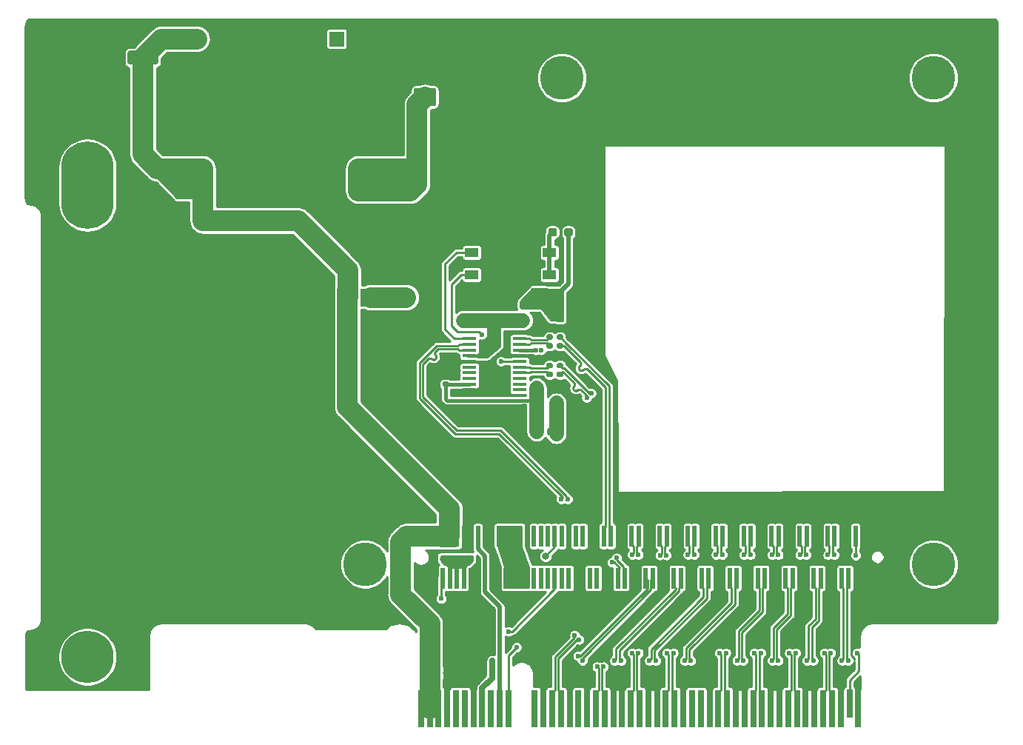
<source format=gtl>
%TF.GenerationSoftware,KiCad,Pcbnew,(5.1.9)-1*%
%TF.CreationDate,2021-06-05T13:56:01+08:00*%
%TF.ProjectId,V1,56312e6b-6963-4616-945f-706362585858,rev?*%
%TF.SameCoordinates,Original*%
%TF.FileFunction,Copper,L1,Top*%
%TF.FilePolarity,Positive*%
%FSLAX46Y46*%
G04 Gerber Fmt 4.6, Leading zero omitted, Abs format (unit mm)*
G04 Created by KiCad (PCBNEW (5.1.9)-1) date 2021-06-05 13:56:01*
%MOMM*%
%LPD*%
G01*
G04 APERTURE LIST*
%TA.AperFunction,SMDPad,CuDef*%
%ADD10R,1.570000X0.410000*%
%TD*%
%TA.AperFunction,SMDPad,CuDef*%
%ADD11R,1.500000X1.100000*%
%TD*%
%TA.AperFunction,ConnectorPad*%
%ADD12R,0.700000X4.300000*%
%TD*%
%TA.AperFunction,ConnectorPad*%
%ADD13R,0.700000X3.200000*%
%TD*%
%TA.AperFunction,ComponentPad*%
%ADD14O,6.000000X10.000000*%
%TD*%
%TA.AperFunction,ComponentPad*%
%ADD15C,6.000000*%
%TD*%
%TA.AperFunction,SMDPad,CuDef*%
%ADD16R,0.500000X2.400000*%
%TD*%
%TA.AperFunction,ComponentPad*%
%ADD17C,5.000000*%
%TD*%
%TA.AperFunction,ComponentPad*%
%ADD18R,1.700000X1.700000*%
%TD*%
%TA.AperFunction,ComponentPad*%
%ADD19O,1.700000X1.700000*%
%TD*%
%TA.AperFunction,SMDPad,CuDef*%
%ADD20R,2.400000X2.000000*%
%TD*%
%TA.AperFunction,ComponentPad*%
%ADD21C,1.700000*%
%TD*%
%TA.AperFunction,ConnectorPad*%
%ADD22O,4.240000X1.700000*%
%TD*%
%TA.AperFunction,ViaPad*%
%ADD23C,0.600000*%
%TD*%
%TA.AperFunction,ViaPad*%
%ADD24C,0.800000*%
%TD*%
%TA.AperFunction,Conductor*%
%ADD25C,2.400000*%
%TD*%
%TA.AperFunction,Conductor*%
%ADD26C,0.500000*%
%TD*%
%TA.AperFunction,Conductor*%
%ADD27C,0.700000*%
%TD*%
%TA.AperFunction,Conductor*%
%ADD28C,1.700000*%
%TD*%
%TA.AperFunction,Conductor*%
%ADD29C,0.250000*%
%TD*%
%TA.AperFunction,Conductor*%
%ADD30C,0.254000*%
%TD*%
%TA.AperFunction,Conductor*%
%ADD31C,0.381000*%
%TD*%
%TA.AperFunction,Conductor*%
%ADD32C,0.100000*%
%TD*%
G04 APERTURE END LIST*
%TA.AperFunction,SMDPad,CuDef*%
G36*
G01*
X150025000Y-76337500D02*
X150025000Y-75862500D01*
G75*
G02*
X150262500Y-75625000I237500J0D01*
G01*
X150762500Y-75625000D01*
G75*
G02*
X151000000Y-75862500I0J-237500D01*
G01*
X151000000Y-76337500D01*
G75*
G02*
X150762500Y-76575000I-237500J0D01*
G01*
X150262500Y-76575000D01*
G75*
G02*
X150025000Y-76337500I0J237500D01*
G01*
G37*
%TD.AperFunction*%
%TA.AperFunction,SMDPad,CuDef*%
G36*
G01*
X148200000Y-76337500D02*
X148200000Y-75862500D01*
G75*
G02*
X148437500Y-75625000I237500J0D01*
G01*
X148937500Y-75625000D01*
G75*
G02*
X149175000Y-75862500I0J-237500D01*
G01*
X149175000Y-76337500D01*
G75*
G02*
X148937500Y-76575000I-237500J0D01*
G01*
X148437500Y-76575000D01*
G75*
G02*
X148200000Y-76337500I0J237500D01*
G01*
G37*
%TD.AperFunction*%
D10*
X139180000Y-88275000D03*
X139180000Y-88925000D03*
X139180000Y-89575000D03*
X139180000Y-90225000D03*
X139180000Y-90875000D03*
X139180000Y-91525000D03*
X139180000Y-92175000D03*
X139180000Y-92825000D03*
X139180000Y-93475000D03*
X139180000Y-94125000D03*
X144920000Y-94125000D03*
X144920000Y-93475000D03*
X144920000Y-92825000D03*
X144920000Y-92175000D03*
X144920000Y-91525000D03*
X144920000Y-90875000D03*
X144920000Y-90225000D03*
X144920000Y-89575000D03*
X144920000Y-88925000D03*
X144920000Y-88275000D03*
D11*
X139450000Y-80970000D03*
X148350000Y-80970000D03*
X139450000Y-78430000D03*
X148350000Y-78430000D03*
%TA.AperFunction,SMDPad,CuDef*%
G36*
G01*
X148710000Y-92190000D02*
X148710000Y-92510000D01*
G75*
G02*
X148550000Y-92670000I-160000J0D01*
G01*
X148155000Y-92670000D01*
G75*
G02*
X147995000Y-92510000I0J160000D01*
G01*
X147995000Y-92190000D01*
G75*
G02*
X148155000Y-92030000I160000J0D01*
G01*
X148550000Y-92030000D01*
G75*
G02*
X148710000Y-92190000I0J-160000D01*
G01*
G37*
%TD.AperFunction*%
%TA.AperFunction,SMDPad,CuDef*%
G36*
G01*
X149905000Y-92190000D02*
X149905000Y-92510000D01*
G75*
G02*
X149745000Y-92670000I-160000J0D01*
G01*
X149350000Y-92670000D01*
G75*
G02*
X149190000Y-92510000I0J160000D01*
G01*
X149190000Y-92190000D01*
G75*
G02*
X149350000Y-92030000I160000J0D01*
G01*
X149745000Y-92030000D01*
G75*
G02*
X149905000Y-92190000I0J-160000D01*
G01*
G37*
%TD.AperFunction*%
%TA.AperFunction,SMDPad,CuDef*%
G36*
G01*
X148710000Y-91190000D02*
X148710000Y-91510000D01*
G75*
G02*
X148550000Y-91670000I-160000J0D01*
G01*
X148155000Y-91670000D01*
G75*
G02*
X147995000Y-91510000I0J160000D01*
G01*
X147995000Y-91190000D01*
G75*
G02*
X148155000Y-91030000I160000J0D01*
G01*
X148550000Y-91030000D01*
G75*
G02*
X148710000Y-91190000I0J-160000D01*
G01*
G37*
%TD.AperFunction*%
%TA.AperFunction,SMDPad,CuDef*%
G36*
G01*
X149905000Y-91190000D02*
X149905000Y-91510000D01*
G75*
G02*
X149745000Y-91670000I-160000J0D01*
G01*
X149350000Y-91670000D01*
G75*
G02*
X149190000Y-91510000I0J160000D01*
G01*
X149190000Y-91190000D01*
G75*
G02*
X149350000Y-91030000I160000J0D01*
G01*
X149745000Y-91030000D01*
G75*
G02*
X149905000Y-91190000I0J-160000D01*
G01*
G37*
%TD.AperFunction*%
%TA.AperFunction,SMDPad,CuDef*%
G36*
G01*
X148710000Y-88940000D02*
X148710000Y-89260000D01*
G75*
G02*
X148550000Y-89420000I-160000J0D01*
G01*
X148155000Y-89420000D01*
G75*
G02*
X147995000Y-89260000I0J160000D01*
G01*
X147995000Y-88940000D01*
G75*
G02*
X148155000Y-88780000I160000J0D01*
G01*
X148550000Y-88780000D01*
G75*
G02*
X148710000Y-88940000I0J-160000D01*
G01*
G37*
%TD.AperFunction*%
%TA.AperFunction,SMDPad,CuDef*%
G36*
G01*
X149905000Y-88940000D02*
X149905000Y-89260000D01*
G75*
G02*
X149745000Y-89420000I-160000J0D01*
G01*
X149350000Y-89420000D01*
G75*
G02*
X149190000Y-89260000I0J160000D01*
G01*
X149190000Y-88940000D01*
G75*
G02*
X149350000Y-88780000I160000J0D01*
G01*
X149745000Y-88780000D01*
G75*
G02*
X149905000Y-88940000I0J-160000D01*
G01*
G37*
%TD.AperFunction*%
%TA.AperFunction,SMDPad,CuDef*%
G36*
G01*
X148710000Y-87940000D02*
X148710000Y-88260000D01*
G75*
G02*
X148550000Y-88420000I-160000J0D01*
G01*
X148155000Y-88420000D01*
G75*
G02*
X147995000Y-88260000I0J160000D01*
G01*
X147995000Y-87940000D01*
G75*
G02*
X148155000Y-87780000I160000J0D01*
G01*
X148550000Y-87780000D01*
G75*
G02*
X148710000Y-87940000I0J-160000D01*
G01*
G37*
%TD.AperFunction*%
%TA.AperFunction,SMDPad,CuDef*%
G36*
G01*
X149905000Y-87940000D02*
X149905000Y-88260000D01*
G75*
G02*
X149745000Y-88420000I-160000J0D01*
G01*
X149350000Y-88420000D01*
G75*
G02*
X149190000Y-88260000I0J160000D01*
G01*
X149190000Y-87940000D01*
G75*
G02*
X149350000Y-87780000I160000J0D01*
G01*
X149745000Y-87780000D01*
G75*
G02*
X149905000Y-87940000I0J-160000D01*
G01*
G37*
%TD.AperFunction*%
%TA.AperFunction,SMDPad,CuDef*%
G36*
G01*
X148100000Y-99137500D02*
X148100000Y-98662500D01*
G75*
G02*
X148337500Y-98425000I237500J0D01*
G01*
X148912500Y-98425000D01*
G75*
G02*
X149150000Y-98662500I0J-237500D01*
G01*
X149150000Y-99137500D01*
G75*
G02*
X148912500Y-99375000I-237500J0D01*
G01*
X148337500Y-99375000D01*
G75*
G02*
X148100000Y-99137500I0J237500D01*
G01*
G37*
%TD.AperFunction*%
%TA.AperFunction,SMDPad,CuDef*%
G36*
G01*
X146350000Y-99137500D02*
X146350000Y-98662500D01*
G75*
G02*
X146587500Y-98425000I237500J0D01*
G01*
X147162500Y-98425000D01*
G75*
G02*
X147400000Y-98662500I0J-237500D01*
G01*
X147400000Y-99137500D01*
G75*
G02*
X147162500Y-99375000I-237500J0D01*
G01*
X146587500Y-99375000D01*
G75*
G02*
X146350000Y-99137500I0J237500D01*
G01*
G37*
%TD.AperFunction*%
%TA.AperFunction,SMDPad,CuDef*%
G36*
G01*
X145637500Y-84925000D02*
X145162500Y-84925000D01*
G75*
G02*
X144925000Y-84687500I0J237500D01*
G01*
X144925000Y-84112500D01*
G75*
G02*
X145162500Y-83875000I237500J0D01*
G01*
X145637500Y-83875000D01*
G75*
G02*
X145875000Y-84112500I0J-237500D01*
G01*
X145875000Y-84687500D01*
G75*
G02*
X145637500Y-84925000I-237500J0D01*
G01*
G37*
%TD.AperFunction*%
%TA.AperFunction,SMDPad,CuDef*%
G36*
G01*
X145637500Y-86675000D02*
X145162500Y-86675000D01*
G75*
G02*
X144925000Y-86437500I0J237500D01*
G01*
X144925000Y-85862500D01*
G75*
G02*
X145162500Y-85625000I237500J0D01*
G01*
X145637500Y-85625000D01*
G75*
G02*
X145875000Y-85862500I0J-237500D01*
G01*
X145875000Y-86437500D01*
G75*
G02*
X145637500Y-86675000I-237500J0D01*
G01*
G37*
%TD.AperFunction*%
D12*
X147650000Y-130550000D03*
X146650000Y-130550000D03*
X152650000Y-130550000D03*
X151650000Y-130550000D03*
X150650000Y-130550000D03*
X149650000Y-130550000D03*
X148650000Y-130550000D03*
X143650000Y-130550000D03*
X142650000Y-130550000D03*
X141650000Y-130550000D03*
X140650000Y-130550000D03*
X139650000Y-130550000D03*
X138650000Y-130550000D03*
X137650000Y-130550000D03*
X136650000Y-130550000D03*
X135650000Y-130550000D03*
X134650000Y-130550000D03*
X133650000Y-130550000D03*
X153650000Y-130550000D03*
X154650000Y-130550000D03*
X155650000Y-130550000D03*
X156650000Y-130550000D03*
X157650000Y-130550000D03*
X158650000Y-130550000D03*
X159650000Y-130550000D03*
X160650000Y-130550000D03*
X161650000Y-130550000D03*
X162650000Y-130550000D03*
X163650000Y-130550000D03*
X164650000Y-130550000D03*
X165650000Y-130550000D03*
X166650000Y-130550000D03*
X167650000Y-130550000D03*
X168650000Y-130550000D03*
X169650000Y-130550000D03*
X170650000Y-130550000D03*
X171650000Y-130550000D03*
X172650000Y-130550000D03*
X173650000Y-130550000D03*
X174650000Y-130550000D03*
X175650000Y-130550000D03*
X176650000Y-130550000D03*
X177650000Y-130550000D03*
X178650000Y-130550000D03*
X179650000Y-130550000D03*
X180650000Y-130550000D03*
X181650000Y-130550000D03*
D13*
X182650000Y-130000000D03*
D12*
X183650000Y-130550000D03*
%TA.AperFunction,SMDPad,CuDef*%
G36*
G01*
X145625000Y-97137500D02*
X145625000Y-97612500D01*
G75*
G02*
X145387500Y-97850000I-237500J0D01*
G01*
X144787500Y-97850000D01*
G75*
G02*
X144550000Y-97612500I0J237500D01*
G01*
X144550000Y-97137500D01*
G75*
G02*
X144787500Y-96900000I237500J0D01*
G01*
X145387500Y-96900000D01*
G75*
G02*
X145625000Y-97137500I0J-237500D01*
G01*
G37*
%TD.AperFunction*%
%TA.AperFunction,SMDPad,CuDef*%
G36*
G01*
X147350000Y-97137500D02*
X147350000Y-97612500D01*
G75*
G02*
X147112500Y-97850000I-237500J0D01*
G01*
X146512500Y-97850000D01*
G75*
G02*
X146275000Y-97612500I0J237500D01*
G01*
X146275000Y-97137500D01*
G75*
G02*
X146512500Y-96900000I237500J0D01*
G01*
X147112500Y-96900000D01*
G75*
G02*
X147350000Y-97137500I0J-237500D01*
G01*
G37*
%TD.AperFunction*%
%TA.AperFunction,SMDPad,CuDef*%
G36*
G01*
X135700000Y-93320000D02*
X135700000Y-93630000D01*
G75*
G02*
X135545000Y-93785000I-155000J0D01*
G01*
X135120000Y-93785000D01*
G75*
G02*
X134965000Y-93630000I0J155000D01*
G01*
X134965000Y-93320000D01*
G75*
G02*
X135120000Y-93165000I155000J0D01*
G01*
X135545000Y-93165000D01*
G75*
G02*
X135700000Y-93320000I0J-155000D01*
G01*
G37*
%TD.AperFunction*%
%TA.AperFunction,SMDPad,CuDef*%
G36*
G01*
X136835000Y-93320000D02*
X136835000Y-93630000D01*
G75*
G02*
X136680000Y-93785000I-155000J0D01*
G01*
X136255000Y-93785000D01*
G75*
G02*
X136100000Y-93630000I0J155000D01*
G01*
X136100000Y-93320000D01*
G75*
G02*
X136255000Y-93165000I155000J0D01*
G01*
X136680000Y-93165000D01*
G75*
G02*
X136835000Y-93320000I0J-155000D01*
G01*
G37*
%TD.AperFunction*%
%TA.AperFunction,SMDPad,CuDef*%
G36*
G01*
X145800000Y-95870000D02*
X145800000Y-96180000D01*
G75*
G02*
X145645000Y-96335000I-155000J0D01*
G01*
X145220000Y-96335000D01*
G75*
G02*
X145065000Y-96180000I0J155000D01*
G01*
X145065000Y-95870000D01*
G75*
G02*
X145220000Y-95715000I155000J0D01*
G01*
X145645000Y-95715000D01*
G75*
G02*
X145800000Y-95870000I0J-155000D01*
G01*
G37*
%TD.AperFunction*%
%TA.AperFunction,SMDPad,CuDef*%
G36*
G01*
X146935000Y-95870000D02*
X146935000Y-96180000D01*
G75*
G02*
X146780000Y-96335000I-155000J0D01*
G01*
X146355000Y-96335000D01*
G75*
G02*
X146200000Y-96180000I0J155000D01*
G01*
X146200000Y-95870000D01*
G75*
G02*
X146355000Y-95715000I155000J0D01*
G01*
X146780000Y-95715000D01*
G75*
G02*
X146935000Y-95870000I0J-155000D01*
G01*
G37*
%TD.AperFunction*%
%TA.AperFunction,SMDPad,CuDef*%
G36*
G01*
X144112500Y-84925000D02*
X143637500Y-84925000D01*
G75*
G02*
X143400000Y-84687500I0J237500D01*
G01*
X143400000Y-84087500D01*
G75*
G02*
X143637500Y-83850000I237500J0D01*
G01*
X144112500Y-83850000D01*
G75*
G02*
X144350000Y-84087500I0J-237500D01*
G01*
X144350000Y-84687500D01*
G75*
G02*
X144112500Y-84925000I-237500J0D01*
G01*
G37*
%TD.AperFunction*%
%TA.AperFunction,SMDPad,CuDef*%
G36*
G01*
X144112500Y-86650000D02*
X143637500Y-86650000D01*
G75*
G02*
X143400000Y-86412500I0J237500D01*
G01*
X143400000Y-85812500D01*
G75*
G02*
X143637500Y-85575000I237500J0D01*
G01*
X144112500Y-85575000D01*
G75*
G02*
X144350000Y-85812500I0J-237500D01*
G01*
X144350000Y-86412500D01*
G75*
G02*
X144112500Y-86650000I-237500J0D01*
G01*
G37*
%TD.AperFunction*%
%TA.AperFunction,SMDPad,CuDef*%
G36*
G01*
X141505000Y-85025000D02*
X141195000Y-85025000D01*
G75*
G02*
X141040000Y-84870000I0J155000D01*
G01*
X141040000Y-84445000D01*
G75*
G02*
X141195000Y-84290000I155000J0D01*
G01*
X141505000Y-84290000D01*
G75*
G02*
X141660000Y-84445000I0J-155000D01*
G01*
X141660000Y-84870000D01*
G75*
G02*
X141505000Y-85025000I-155000J0D01*
G01*
G37*
%TD.AperFunction*%
%TA.AperFunction,SMDPad,CuDef*%
G36*
G01*
X141505000Y-86160000D02*
X141195000Y-86160000D01*
G75*
G02*
X141040000Y-86005000I0J155000D01*
G01*
X141040000Y-85580000D01*
G75*
G02*
X141195000Y-85425000I155000J0D01*
G01*
X141505000Y-85425000D01*
G75*
G02*
X141660000Y-85580000I0J-155000D01*
G01*
X141660000Y-86005000D01*
G75*
G02*
X141505000Y-86160000I-155000J0D01*
G01*
G37*
%TD.AperFunction*%
%TA.AperFunction,SMDPad,CuDef*%
G36*
G01*
X142530000Y-85025000D02*
X142220000Y-85025000D01*
G75*
G02*
X142065000Y-84870000I0J155000D01*
G01*
X142065000Y-84445000D01*
G75*
G02*
X142220000Y-84290000I155000J0D01*
G01*
X142530000Y-84290000D01*
G75*
G02*
X142685000Y-84445000I0J-155000D01*
G01*
X142685000Y-84870000D01*
G75*
G02*
X142530000Y-85025000I-155000J0D01*
G01*
G37*
%TD.AperFunction*%
%TA.AperFunction,SMDPad,CuDef*%
G36*
G01*
X142530000Y-86160000D02*
X142220000Y-86160000D01*
G75*
G02*
X142065000Y-86005000I0J155000D01*
G01*
X142065000Y-85580000D01*
G75*
G02*
X142220000Y-85425000I155000J0D01*
G01*
X142530000Y-85425000D01*
G75*
G02*
X142685000Y-85580000I0J-155000D01*
G01*
X142685000Y-86005000D01*
G75*
G02*
X142530000Y-86160000I-155000J0D01*
G01*
G37*
%TD.AperFunction*%
D14*
X95500000Y-70739000D03*
D15*
X95500000Y-124650001D03*
D16*
X183350000Y-110850000D03*
X182550000Y-110850000D03*
X181750000Y-110850000D03*
X180950000Y-110850000D03*
X180150000Y-110850000D03*
X179350000Y-110850000D03*
X178550000Y-110850000D03*
X177750000Y-110850000D03*
X176950000Y-110850000D03*
X176150000Y-110850000D03*
X175350000Y-110850000D03*
X174550000Y-110850000D03*
X173750000Y-110850000D03*
X172950000Y-110850000D03*
X172150000Y-110850000D03*
X171350000Y-110850000D03*
X170550000Y-110850000D03*
X169750000Y-110850000D03*
X168950000Y-110850000D03*
X168150000Y-110850000D03*
X167350000Y-110850000D03*
X166550000Y-110850000D03*
X165750000Y-110850000D03*
X164950000Y-110850000D03*
X164150000Y-110850000D03*
X163350000Y-110850000D03*
X162550000Y-110850000D03*
X161750000Y-110850000D03*
X160950000Y-110850000D03*
X160150000Y-110850000D03*
X159350000Y-110850000D03*
X158550000Y-110850000D03*
X157750000Y-110850000D03*
X156950000Y-110850000D03*
X156150000Y-110850000D03*
X155350000Y-110850000D03*
X154550000Y-110850000D03*
X153750000Y-110850000D03*
X152950000Y-110850000D03*
X152150000Y-110850000D03*
X151350000Y-110850000D03*
X150550000Y-110850000D03*
X149750000Y-110850000D03*
X148950000Y-110850000D03*
X148150000Y-110850000D03*
X147350000Y-110850000D03*
X146550000Y-110850000D03*
X145750000Y-110850000D03*
X144950000Y-110850000D03*
X144150000Y-110850000D03*
X143350000Y-110850000D03*
X142550000Y-110850000D03*
X141750000Y-110850000D03*
X140950000Y-110850000D03*
X140150000Y-110850000D03*
X139350000Y-110850000D03*
X138550000Y-110850000D03*
X137750000Y-110850000D03*
X136950000Y-110850000D03*
X136150000Y-110850000D03*
X183350000Y-115650000D03*
X182550000Y-115650000D03*
X181750000Y-115650000D03*
X180950000Y-115650000D03*
X180150000Y-115650000D03*
X179350000Y-115650000D03*
X178550000Y-115650000D03*
X177750000Y-115650000D03*
X176950000Y-115650000D03*
X176150000Y-115650000D03*
X175350000Y-115650000D03*
X174550000Y-115650000D03*
X173750000Y-115650000D03*
X172950000Y-115650000D03*
X172150000Y-115650000D03*
X171350000Y-115650000D03*
X170550000Y-115650000D03*
X169750000Y-115650000D03*
X168950000Y-115650000D03*
X168150000Y-115650000D03*
X167350000Y-115650000D03*
X166550000Y-115650000D03*
X165750000Y-115650000D03*
X164950000Y-115650000D03*
X164150000Y-115650000D03*
X163350000Y-115650000D03*
X162550000Y-115650000D03*
X161750000Y-115650000D03*
X160950000Y-115650000D03*
X160150000Y-115650000D03*
X159350000Y-115650000D03*
X158550000Y-115650000D03*
X157750000Y-115650000D03*
X156950000Y-115650000D03*
X156150000Y-115650000D03*
X155350000Y-115650000D03*
X154550000Y-115650000D03*
X153750000Y-115650000D03*
X152950000Y-115650000D03*
X152150000Y-115650000D03*
X151350000Y-115650000D03*
X150550000Y-115650000D03*
X149750000Y-115650000D03*
X148950000Y-115650000D03*
X148150000Y-115650000D03*
X147350000Y-115650000D03*
X146550000Y-115650000D03*
X145750000Y-115650000D03*
X144950000Y-115650000D03*
X144150000Y-115650000D03*
X143350000Y-115650000D03*
X142550000Y-115650000D03*
X141750000Y-115650000D03*
X140950000Y-115650000D03*
X140150000Y-115650000D03*
X139350000Y-115650000D03*
X138550000Y-115650000D03*
X137750000Y-115650000D03*
X136950000Y-115650000D03*
D17*
X192250000Y-114050000D03*
X192250000Y-58450000D03*
X149750000Y-58450000D03*
D16*
X136150000Y-115650000D03*
D17*
X127250000Y-114050000D03*
D18*
X124000000Y-54000000D03*
D19*
X126540000Y-54000000D03*
D18*
X108000000Y-54000000D03*
D19*
X110540000Y-54000000D03*
D20*
X127875000Y-83550000D03*
X125225000Y-83550000D03*
D21*
X126468000Y-71374000D03*
D22*
X127738000Y-71374000D03*
X127738000Y-68834000D03*
D21*
X126468000Y-68834000D03*
D22*
X127738000Y-61214000D03*
D21*
X126468000Y-58674000D03*
X126468000Y-61214000D03*
D22*
X127738000Y-58674000D03*
X107418000Y-61214000D03*
D21*
X108688000Y-61214000D03*
D22*
X107418000Y-58674000D03*
D21*
X108688000Y-58674000D03*
D22*
X107418000Y-71374000D03*
D21*
X108688000Y-71374000D03*
D22*
X107418000Y-68834000D03*
D21*
X108688000Y-68834000D03*
%TA.AperFunction,SMDPad,CuDef*%
G36*
G01*
X132574000Y-67046000D02*
X132574000Y-65796000D01*
G75*
G02*
X132824000Y-65546000I250000J0D01*
G01*
X133574000Y-65546000D01*
G75*
G02*
X133824000Y-65796000I0J-250000D01*
G01*
X133824000Y-67046000D01*
G75*
G02*
X133574000Y-67296000I-250000J0D01*
G01*
X132824000Y-67296000D01*
G75*
G02*
X132574000Y-67046000I0J250000D01*
G01*
G37*
%TD.AperFunction*%
%TA.AperFunction,SMDPad,CuDef*%
G36*
G01*
X135374000Y-67046000D02*
X135374000Y-65796000D01*
G75*
G02*
X135624000Y-65546000I250000J0D01*
G01*
X136374000Y-65546000D01*
G75*
G02*
X136624000Y-65796000I0J-250000D01*
G01*
X136624000Y-67046000D01*
G75*
G02*
X136374000Y-67296000I-250000J0D01*
G01*
X135624000Y-67296000D01*
G75*
G02*
X135374000Y-67046000I0J250000D01*
G01*
G37*
%TD.AperFunction*%
%TA.AperFunction,SMDPad,CuDef*%
G36*
G01*
X132574000Y-71237000D02*
X132574000Y-69987000D01*
G75*
G02*
X132824000Y-69737000I250000J0D01*
G01*
X133574000Y-69737000D01*
G75*
G02*
X133824000Y-69987000I0J-250000D01*
G01*
X133824000Y-71237000D01*
G75*
G02*
X133574000Y-71487000I-250000J0D01*
G01*
X132824000Y-71487000D01*
G75*
G02*
X132574000Y-71237000I0J250000D01*
G01*
G37*
%TD.AperFunction*%
%TA.AperFunction,SMDPad,CuDef*%
G36*
G01*
X135374000Y-71237000D02*
X135374000Y-69987000D01*
G75*
G02*
X135624000Y-69737000I250000J0D01*
G01*
X136374000Y-69737000D01*
G75*
G02*
X136624000Y-69987000I0J-250000D01*
G01*
X136624000Y-71237000D01*
G75*
G02*
X136374000Y-71487000I-250000J0D01*
G01*
X135624000Y-71487000D01*
G75*
G02*
X135374000Y-71237000I0J250000D01*
G01*
G37*
%TD.AperFunction*%
%TA.AperFunction,SMDPad,CuDef*%
G36*
G01*
X135113000Y-61681000D02*
X133063000Y-61681000D01*
G75*
G02*
X132813000Y-61431000I0J250000D01*
G01*
X132813000Y-59856000D01*
G75*
G02*
X133063000Y-59606000I250000J0D01*
G01*
X135113000Y-59606000D01*
G75*
G02*
X135363000Y-59856000I0J-250000D01*
G01*
X135363000Y-61431000D01*
G75*
G02*
X135113000Y-61681000I-250000J0D01*
G01*
G37*
%TD.AperFunction*%
%TA.AperFunction,SMDPad,CuDef*%
G36*
G01*
X135113000Y-55456000D02*
X133063000Y-55456000D01*
G75*
G02*
X132813000Y-55206000I0J250000D01*
G01*
X132813000Y-53631000D01*
G75*
G02*
X133063000Y-53381000I250000J0D01*
G01*
X135113000Y-53381000D01*
G75*
G02*
X135363000Y-53631000I0J-250000D01*
G01*
X135363000Y-55206000D01*
G75*
G02*
X135113000Y-55456000I-250000J0D01*
G01*
G37*
%TD.AperFunction*%
%TA.AperFunction,SMDPad,CuDef*%
G36*
G01*
X97986000Y-55584000D02*
X97986000Y-56684000D01*
G75*
G02*
X97736000Y-56934000I-250000J0D01*
G01*
X94736000Y-56934000D01*
G75*
G02*
X94486000Y-56684000I0J250000D01*
G01*
X94486000Y-55584000D01*
G75*
G02*
X94736000Y-55334000I250000J0D01*
G01*
X97736000Y-55334000D01*
G75*
G02*
X97986000Y-55584000I0J-250000D01*
G01*
G37*
%TD.AperFunction*%
%TA.AperFunction,SMDPad,CuDef*%
G36*
G01*
X103586000Y-55584000D02*
X103586000Y-56684000D01*
G75*
G02*
X103336000Y-56934000I-250000J0D01*
G01*
X100336000Y-56934000D01*
G75*
G02*
X100086000Y-56684000I0J250000D01*
G01*
X100086000Y-55584000D01*
G75*
G02*
X100336000Y-55334000I250000J0D01*
G01*
X103336000Y-55334000D01*
G75*
G02*
X103586000Y-55584000I0J-250000D01*
G01*
G37*
%TD.AperFunction*%
D23*
X134650000Y-126081000D03*
X134650000Y-126843000D03*
X135650000Y-126859000D03*
X135650000Y-126097000D03*
X156704000Y-107544000D03*
X172550000Y-113000000D03*
X175750000Y-113025000D03*
X178950000Y-113000000D03*
X182150000Y-113025000D03*
X145022000Y-76429000D03*
X142450000Y-76450000D03*
X181150000Y-126600000D03*
X177150000Y-126600000D03*
X179150000Y-126600000D03*
X173150000Y-126600000D03*
X175150000Y-126600000D03*
X171150000Y-126600000D03*
X169150000Y-126600000D03*
X157150000Y-126600000D03*
X155150000Y-126600000D03*
X152650000Y-126600000D03*
X150150000Y-126600000D03*
X159150000Y-126600000D03*
X147150000Y-126600000D03*
X147150000Y-121500000D03*
X161150000Y-126600000D03*
X163150000Y-126600000D03*
X169350000Y-112950000D03*
X166497000Y-126619000D03*
X137795000Y-126111000D03*
X138938000Y-126111000D03*
X165100000Y-126619000D03*
X166150000Y-112975000D03*
X162950000Y-113000000D03*
X159750000Y-113000000D03*
X152273000Y-113030000D03*
X152019000Y-117856000D03*
X112498000Y-60960000D03*
X142367000Y-66294000D03*
X144907000Y-66294000D03*
X147447000Y-66294000D03*
X149987000Y-66294000D03*
X142367000Y-68834000D03*
X144907000Y-68834000D03*
X147447000Y-68834000D03*
X149987000Y-68834000D03*
X115038000Y-60960000D03*
X117578000Y-60960000D03*
X112498000Y-63500000D03*
X115038000Y-63500000D03*
X117578000Y-63500000D03*
X112498000Y-66040000D03*
X115038000Y-66040000D03*
X117578000Y-66040000D03*
X112498000Y-68580000D03*
X115038000Y-68580000D03*
X117578000Y-68580000D03*
X112498000Y-71120000D03*
X115038000Y-71120000D03*
X117578000Y-71120000D03*
X143764000Y-107569000D03*
X146304000Y-107569000D03*
X148844000Y-107569000D03*
X151384000Y-107569000D03*
X159004000Y-107569000D03*
X161544000Y-107569000D03*
X164084000Y-107569000D03*
X166624000Y-107569000D03*
X169164000Y-107569000D03*
X171704000Y-107569000D03*
X174244000Y-107569000D03*
X176784000Y-107569000D03*
X179324000Y-107569000D03*
X181864000Y-107569000D03*
X184404000Y-107569000D03*
X186944000Y-107569000D03*
X189484000Y-107569000D03*
X192024000Y-107569000D03*
X96901000Y-109855000D03*
X99441000Y-109855000D03*
X101981000Y-109855000D03*
X104521000Y-109855000D03*
X107061000Y-109855000D03*
X109601000Y-109855000D03*
X112141000Y-109855000D03*
X114681000Y-109855000D03*
X117221000Y-109855000D03*
X119761000Y-109855000D03*
X96901000Y-112395000D03*
X99441000Y-112395000D03*
X101981000Y-112395000D03*
X104521000Y-112395000D03*
X107061000Y-112395000D03*
X109601000Y-112395000D03*
X112141000Y-112395000D03*
X114681000Y-112395000D03*
X117221000Y-112395000D03*
X119761000Y-112395000D03*
X96901000Y-114935000D03*
X99441000Y-114935000D03*
X101981000Y-114935000D03*
X104521000Y-114935000D03*
X107061000Y-114935000D03*
X109601000Y-114935000D03*
X112141000Y-114935000D03*
X114681000Y-114935000D03*
X117221000Y-114935000D03*
X119761000Y-114935000D03*
X94718000Y-61722000D03*
X97258000Y-61722000D03*
X99798000Y-61722000D03*
X94718000Y-64262000D03*
X97258000Y-64262000D03*
X99798000Y-64262000D03*
X144907000Y-73914000D03*
X147447000Y-71374000D03*
X149987000Y-73914000D03*
X147447000Y-73914000D03*
X142367000Y-73914000D03*
X142367000Y-71374000D03*
X144907000Y-71374000D03*
X149987000Y-71374000D03*
X183650000Y-127625000D03*
X185925000Y-118300000D03*
X187875000Y-118300000D03*
X189875000Y-118300000D03*
X191875000Y-118300000D03*
X194050000Y-118300000D03*
X196150000Y-118300000D03*
X156875000Y-112975000D03*
X149200000Y-121500000D03*
X154100000Y-107544000D03*
X149492000Y-96979000D03*
X149475000Y-95475000D03*
X148792000Y-96954000D03*
X149475000Y-96200000D03*
X148775000Y-95475000D03*
X148775000Y-96204000D03*
X149517000Y-85779000D03*
X148817000Y-85754000D03*
X149500000Y-85000000D03*
X148800000Y-85004000D03*
X142975000Y-112700000D03*
X143775000Y-112700000D03*
X144575000Y-112700000D03*
X143775000Y-113800000D03*
X144575000Y-113800000D03*
X145375000Y-113800000D03*
X141800000Y-127100000D03*
X141800000Y-126100000D03*
X141800000Y-125100000D03*
X149500000Y-84275000D03*
X148800000Y-84275000D03*
X144570152Y-123570152D03*
D24*
X147900000Y-113125000D03*
D23*
X143650000Y-121750000D03*
X150413500Y-106625000D03*
X149686500Y-106625000D03*
X162513500Y-124200000D03*
X168113500Y-112950000D03*
X161786500Y-124200000D03*
X167386500Y-112950000D03*
X164913500Y-112950000D03*
X158513500Y-124200000D03*
X164186500Y-112950000D03*
X157786500Y-124200000D03*
X154513500Y-125775000D03*
X161713500Y-113025000D03*
X153786500Y-125775000D03*
X160986500Y-113025000D03*
X157786500Y-112975000D03*
X151217966Y-122167966D03*
X158513500Y-112975000D03*
X151732034Y-122682034D03*
X164513500Y-125100000D03*
X163786500Y-125100000D03*
X160513500Y-125100000D03*
X159786500Y-125100000D03*
X156513500Y-125100000D03*
X155786500Y-125100000D03*
X151592966Y-124542966D03*
X152107034Y-125057034D03*
X183350000Y-113050000D03*
X183550000Y-124200000D03*
X135950000Y-118000000D03*
X129584000Y-82846000D03*
X130854000Y-82846000D03*
X129584000Y-84116000D03*
X130854000Y-84116000D03*
X132124000Y-82846000D03*
X132124000Y-84116000D03*
D24*
X136225000Y-113500000D03*
X137225000Y-113500000D03*
X139225000Y-113500000D03*
D23*
X130659000Y-68834000D03*
X131929000Y-68834000D03*
X130659000Y-70104000D03*
X131929000Y-70104000D03*
X130659000Y-71374000D03*
X131929000Y-71374000D03*
D24*
X138225000Y-113500000D03*
D23*
X138750000Y-86550000D03*
X139479000Y-86550000D03*
X139475000Y-85850000D03*
X140229000Y-86533000D03*
X140254000Y-85833000D03*
X138750000Y-85850000D03*
X146525000Y-93750000D03*
X146525000Y-94479000D03*
X147225000Y-94475000D03*
X146542000Y-95229000D03*
X147242000Y-95254000D03*
X147225000Y-93750000D03*
X147375000Y-89575000D03*
X146750000Y-89575000D03*
X182513500Y-125095000D03*
X181786500Y-125095000D03*
X178513500Y-125095000D03*
X177786500Y-125095000D03*
X167786500Y-124200000D03*
X170586500Y-113000000D03*
X168513500Y-124200000D03*
X171313500Y-113000000D03*
X171786500Y-124206000D03*
X173786500Y-113000000D03*
X172513500Y-124206000D03*
X174513500Y-113000000D03*
X175786500Y-124206000D03*
X176986500Y-113000000D03*
X176513500Y-124206000D03*
X177713500Y-113000000D03*
X179786500Y-124200000D03*
X180186500Y-113000000D03*
X180513500Y-124200000D03*
X180913500Y-113000000D03*
X169786500Y-125095000D03*
X170513500Y-125095000D03*
X173786500Y-125095000D03*
X174513500Y-125095000D03*
X156025733Y-113339505D03*
X153107034Y-94492966D03*
X155511665Y-113853573D03*
X152592966Y-95007034D03*
X142783019Y-90880957D03*
X140575000Y-87800000D03*
D25*
X108688000Y-68834000D02*
X108688000Y-71374000D01*
X108688000Y-68834000D02*
X106142000Y-68834000D01*
X101836000Y-67189000D02*
X101836000Y-56134000D01*
X108688000Y-68834000D02*
X103481000Y-68834000D01*
X103481000Y-68834000D02*
X101836000Y-67189000D01*
X103970000Y-54000000D02*
X108000000Y-54000000D01*
X101836000Y-56134000D02*
X103970000Y-54000000D01*
X108688000Y-74779000D02*
X108688000Y-71374000D01*
X131974000Y-110850000D02*
X135950000Y-110850000D01*
X131318000Y-111506000D02*
X131974000Y-110850000D01*
X131318000Y-117518000D02*
X131318000Y-111506000D01*
X134650000Y-120850000D02*
X131318000Y-117518000D01*
X134650000Y-130550000D02*
X134650000Y-120850000D01*
X119604000Y-74779000D02*
X108688000Y-74779000D01*
X125275000Y-80450000D02*
X119604000Y-74779000D01*
X125275000Y-83500000D02*
X125225000Y-83550000D01*
X125275000Y-80450000D02*
X125275000Y-83500000D01*
X125225000Y-83550000D02*
X125225000Y-96075000D01*
X136899999Y-107749999D02*
X136899999Y-110850000D01*
X125225000Y-96075000D02*
X136899999Y-107749999D01*
D26*
X181650000Y-127100000D02*
X181150000Y-126600000D01*
X178650000Y-127100000D02*
X179150000Y-126600000D01*
X178650000Y-130550000D02*
X178650000Y-127100000D01*
X177650000Y-127100000D02*
X177150000Y-126600000D01*
X177650000Y-130550000D02*
X177650000Y-127100000D01*
X174650000Y-127100000D02*
X175150000Y-126600000D01*
X174650000Y-130550000D02*
X174650000Y-127100000D01*
X173650000Y-127100000D02*
X173150000Y-126600000D01*
X173650000Y-130550000D02*
X173650000Y-127100000D01*
X170650000Y-130550000D02*
X170650000Y-127100000D01*
X170650000Y-127100000D02*
X171150000Y-126600000D01*
X169650000Y-130550000D02*
X169650000Y-127100000D01*
X169650000Y-127100000D02*
X169150000Y-126600000D01*
X160650000Y-130550000D02*
X160650000Y-127100000D01*
X160650000Y-127100000D02*
X161150000Y-126600000D01*
X163650000Y-130550000D02*
X163650000Y-127100000D01*
X163650000Y-127100000D02*
X163150000Y-126600000D01*
X147650000Y-127100000D02*
X147150000Y-126600000D01*
X147650000Y-130550000D02*
X147650000Y-127100000D01*
X150650000Y-127100000D02*
X150150000Y-126600000D01*
X150650000Y-130550000D02*
X150650000Y-127100000D01*
X155650000Y-127100000D02*
X155150000Y-126600000D01*
X155650000Y-130550000D02*
X155650000Y-127100000D01*
X156650000Y-127100000D02*
X157150000Y-126600000D01*
X156650000Y-130550000D02*
X156650000Y-127100000D01*
X159650000Y-127100000D02*
X159150000Y-126600000D01*
X159650000Y-130550000D02*
X159650000Y-127100000D01*
X139650000Y-126823000D02*
X138938000Y-126111000D01*
X139650000Y-130550000D02*
X139650000Y-126823000D01*
X136650000Y-127256000D02*
X137795000Y-126111000D01*
X136650000Y-130550000D02*
X136650000Y-127256000D01*
X152650000Y-130550000D02*
X152650000Y-126600000D01*
X166650000Y-126772000D02*
X166497000Y-126619000D01*
X166650000Y-130550000D02*
X166650000Y-126772000D01*
X181650000Y-130550000D02*
X181650000Y-127100000D01*
X183650000Y-127625000D02*
X183650000Y-130550000D01*
D27*
X140650000Y-130550000D02*
X140650000Y-128250000D01*
X140650000Y-128250000D02*
X141800000Y-127100000D01*
X141800000Y-127100000D02*
X141800000Y-126100000D01*
X141800000Y-126100000D02*
X141800000Y-125100000D01*
D28*
X149125000Y-95600000D02*
X149125000Y-99175000D01*
D26*
X150512500Y-76100000D02*
X150512500Y-81987500D01*
X150512500Y-81987500D02*
X149575000Y-82925000D01*
X140950000Y-117225000D02*
X140950000Y-115650000D01*
X142630308Y-118905308D02*
X140950000Y-117225000D01*
X142650000Y-118905308D02*
X142630308Y-118905308D01*
X142650000Y-130550000D02*
X142650000Y-118905308D01*
X140150000Y-112310002D02*
X140150000Y-110850000D01*
X140950000Y-113110002D02*
X140150000Y-112310002D01*
X140950000Y-115650000D02*
X140950000Y-113110002D01*
D29*
X143650000Y-130550000D02*
X143650000Y-124490304D01*
X143650000Y-124490304D02*
X144570152Y-123570152D01*
X148950000Y-112075000D02*
X147900000Y-113125000D01*
X148950000Y-110850000D02*
X148950000Y-112075000D01*
D30*
X144088602Y-121750000D02*
X148950000Y-116888602D01*
X148950000Y-116888602D02*
X148950000Y-115650000D01*
X143650000Y-121750000D02*
X144088602Y-121750000D01*
X135297204Y-89747204D02*
X135603908Y-89440500D01*
X135257098Y-89797497D02*
X135297204Y-89747204D01*
X135229187Y-89855454D02*
X135257098Y-89797497D01*
X138002499Y-89575000D02*
X139180000Y-89575000D01*
X135214873Y-89918168D02*
X135229187Y-89855454D01*
X135214873Y-89982496D02*
X135214873Y-89918168D01*
X135229187Y-90045210D02*
X135214873Y-89982496D01*
X135257098Y-90103167D02*
X135229187Y-90045210D01*
X134764690Y-90509708D02*
X134822647Y-90537619D01*
X135603908Y-89440500D02*
X137867999Y-89440500D01*
X134872940Y-90577726D02*
X134923235Y-90617832D01*
X134516977Y-90537619D02*
X134574934Y-90509708D01*
X134466684Y-90577726D02*
X134516977Y-90537619D01*
X133865500Y-94921092D02*
X133865500Y-91178908D01*
X133865500Y-91178908D02*
X134466684Y-90577726D01*
X137703908Y-98759500D02*
X133865500Y-94921092D01*
X134822647Y-90537619D02*
X134872940Y-90577726D01*
X150413500Y-106625000D02*
X150240500Y-106452000D01*
X142753908Y-98759500D02*
X137703908Y-98759500D01*
X135337313Y-90203754D02*
X135257098Y-90103167D01*
X134701976Y-90495394D02*
X134764690Y-90509708D01*
X150240500Y-106246092D02*
X142753908Y-98759500D01*
X135297204Y-90559718D02*
X135337313Y-90509424D01*
X150240500Y-106452000D02*
X150240500Y-106246092D01*
X134637648Y-90495394D02*
X134701976Y-90495394D01*
X135379538Y-90388753D02*
X135379538Y-90324425D01*
X134574934Y-90509708D02*
X134637648Y-90495394D01*
X134923235Y-90617832D02*
X134981192Y-90645743D01*
X134981192Y-90645743D02*
X135043906Y-90660057D01*
X135043906Y-90660057D02*
X135108234Y-90660057D01*
X135108234Y-90660057D02*
X135170948Y-90645743D01*
X135170948Y-90645743D02*
X135228905Y-90617832D01*
X135228905Y-90617832D02*
X135279198Y-90577725D01*
X135279198Y-90577725D02*
X135297204Y-90559718D01*
X135337313Y-90509424D02*
X135365224Y-90451467D01*
X135365224Y-90451467D02*
X135379538Y-90388753D01*
X135379538Y-90324425D02*
X135365224Y-90261711D01*
X137867999Y-89440500D02*
X138002499Y-89575000D01*
X135365224Y-90261711D02*
X135337313Y-90203754D01*
X149859500Y-106452000D02*
X149859500Y-106403908D01*
X149686500Y-106625000D02*
X149859500Y-106452000D01*
X149859500Y-106403908D02*
X142596092Y-99140500D01*
X142596092Y-99140500D02*
X137546092Y-99140500D01*
X137546092Y-99140500D02*
X133484500Y-95078908D01*
X133484500Y-95078908D02*
X133484500Y-91021092D01*
X138002499Y-88925000D02*
X139180000Y-88925000D01*
X137867999Y-89059500D02*
X138002499Y-88925000D01*
X135446092Y-89059500D02*
X137867999Y-89059500D01*
X133484500Y-91021092D02*
X135446092Y-89059500D01*
X162650000Y-128750000D02*
X162340500Y-128440500D01*
X162650000Y-130550000D02*
X162650000Y-128750000D01*
X162340500Y-124373000D02*
X162513500Y-124200000D01*
X162340500Y-128440500D02*
X162340500Y-124373000D01*
X167940500Y-112009500D02*
X167940500Y-112777000D01*
X168150000Y-111800000D02*
X167940500Y-112009500D01*
X168150000Y-110850000D02*
X168150000Y-111800000D01*
X167940500Y-112777000D02*
X168113500Y-112950000D01*
X161650000Y-128750000D02*
X161959500Y-128440500D01*
X161650000Y-130550000D02*
X161650000Y-128750000D01*
X161959500Y-124373000D02*
X161786500Y-124200000D01*
X161959500Y-128440500D02*
X161959500Y-124373000D01*
X167559500Y-112777000D02*
X167386500Y-112950000D01*
X167350000Y-111800000D02*
X167559500Y-112009500D01*
X167559500Y-112009500D02*
X167559500Y-112777000D01*
X167350000Y-110850000D02*
X167350000Y-111800000D01*
X164740500Y-112009500D02*
X164740500Y-112777000D01*
X164740500Y-112777000D02*
X164913500Y-112950000D01*
X164950000Y-111800000D02*
X164740500Y-112009500D01*
X164950000Y-110850000D02*
X164950000Y-111800000D01*
X158650000Y-128750000D02*
X158340500Y-128440500D01*
X158650000Y-130550000D02*
X158650000Y-128750000D01*
X158340500Y-124373000D02*
X158513500Y-124200000D01*
X158340500Y-128440500D02*
X158340500Y-124373000D01*
X164359500Y-112777000D02*
X164186500Y-112950000D01*
X164359500Y-112009500D02*
X164359500Y-112777000D01*
X164150000Y-111800000D02*
X164359500Y-112009500D01*
X164150000Y-110850000D02*
X164150000Y-111800000D01*
X157650000Y-128750000D02*
X157959500Y-128440500D01*
X157650000Y-130550000D02*
X157650000Y-128750000D01*
X157959500Y-124373000D02*
X157786500Y-124200000D01*
X157959500Y-128440500D02*
X157959500Y-124373000D01*
X154650000Y-128750000D02*
X154340500Y-128440500D01*
X154650000Y-130550000D02*
X154650000Y-128750000D01*
X154340500Y-125948000D02*
X154513500Y-125775000D01*
X154340500Y-128440500D02*
X154340500Y-125948000D01*
X161540500Y-112009500D02*
X161540500Y-112852000D01*
X161540500Y-112852000D02*
X161713500Y-113025000D01*
X161750000Y-111800000D02*
X161540500Y-112009500D01*
X161750000Y-110850000D02*
X161750000Y-111800000D01*
X153650000Y-128750000D02*
X153959500Y-128440500D01*
X153650000Y-130550000D02*
X153650000Y-128750000D01*
X153959500Y-125948000D02*
X153786500Y-125775000D01*
X153959500Y-128440500D02*
X153959500Y-125948000D01*
X161159500Y-112852000D02*
X160986500Y-113025000D01*
X161159500Y-112009500D02*
X161159500Y-112852000D01*
X160950000Y-111800000D02*
X161159500Y-112009500D01*
X160950000Y-110850000D02*
X160950000Y-111800000D01*
X157959500Y-112802000D02*
X157786500Y-112975000D01*
X157750000Y-111800000D02*
X157959500Y-112009500D01*
X157750000Y-110850000D02*
X157750000Y-111800000D01*
X157959500Y-112009500D02*
X157959500Y-112802000D01*
X148650000Y-128750000D02*
X148959500Y-128440500D01*
X148650000Y-130550000D02*
X148650000Y-128750000D01*
X151217966Y-122412626D02*
X151217966Y-122167966D01*
X148959500Y-124671092D02*
X151217966Y-122412626D01*
X148959500Y-128440500D02*
X148959500Y-124671092D01*
X158340500Y-112009500D02*
X158340500Y-112802000D01*
X158550000Y-111800000D02*
X158340500Y-112009500D01*
X158550000Y-110850000D02*
X158550000Y-111800000D01*
X158340500Y-112802000D02*
X158513500Y-112975000D01*
X149650000Y-128750000D02*
X149340500Y-128440500D01*
X149650000Y-130550000D02*
X149650000Y-128750000D01*
X151487374Y-122682034D02*
X151732034Y-122682034D01*
X149340500Y-124828908D02*
X151487374Y-122682034D01*
X149340500Y-128440500D02*
X149340500Y-124828908D01*
X169750000Y-116600000D02*
X169750000Y-115650000D01*
X164513500Y-125100000D02*
X164340500Y-124927000D01*
X169540500Y-118628908D02*
X169540500Y-116809500D01*
X164340500Y-124927000D02*
X164340500Y-123828908D01*
X164340500Y-123828908D02*
X169540500Y-118628908D01*
X169540500Y-116809500D02*
X169750000Y-116600000D01*
X169159500Y-118471092D02*
X169159500Y-116809500D01*
X163959500Y-123671092D02*
X169159500Y-118471092D01*
X163959500Y-124927000D02*
X163959500Y-123671092D01*
X163786500Y-125100000D02*
X163959500Y-124927000D01*
X168950000Y-116600000D02*
X168950000Y-115650000D01*
X169159500Y-116809500D02*
X168950000Y-116600000D01*
X160340500Y-124927000D02*
X160513500Y-125100000D01*
X166340500Y-117928908D02*
X160340500Y-123928908D01*
X166340500Y-116809500D02*
X166340500Y-117928908D01*
X160340500Y-123928908D02*
X160340500Y-124927000D01*
X166550000Y-116600000D02*
X166340500Y-116809500D01*
X166550000Y-115650000D02*
X166550000Y-116600000D01*
X165959500Y-117771092D02*
X159959500Y-123771092D01*
X165959500Y-116809500D02*
X165959500Y-117771092D01*
X159959500Y-124927000D02*
X159786500Y-125100000D01*
X159959500Y-123771092D02*
X159959500Y-124927000D01*
X165750000Y-116600000D02*
X165959500Y-116809500D01*
X165750000Y-115650000D02*
X165750000Y-116600000D01*
X156340500Y-124927000D02*
X156340500Y-123903908D01*
X156513500Y-125100000D02*
X156340500Y-124927000D01*
X163140500Y-117103908D02*
X163140500Y-116809500D01*
X156340500Y-123903908D02*
X163140500Y-117103908D01*
X163350000Y-116600000D02*
X163350000Y-115650000D01*
X163140500Y-116809500D02*
X163350000Y-116600000D01*
X155959500Y-124927000D02*
X155959500Y-123746092D01*
X155786500Y-125100000D02*
X155959500Y-124927000D01*
X162550000Y-116600000D02*
X162550000Y-115650000D01*
X162759500Y-116809500D02*
X162550000Y-116600000D01*
X162759500Y-116946092D02*
X162759500Y-116809500D01*
X155959500Y-123746092D02*
X162759500Y-116946092D01*
X159559500Y-115859500D02*
X159559500Y-116821092D01*
X151837626Y-124542966D02*
X151592966Y-124542966D01*
X159350000Y-115650000D02*
X159559500Y-115859500D01*
X159559500Y-116821092D02*
X151837626Y-124542966D01*
X152107034Y-124812374D02*
X152107034Y-125057034D01*
X159940500Y-115859500D02*
X159940500Y-116978908D01*
X159940500Y-116978908D02*
X152107034Y-124812374D01*
X160150000Y-115650000D02*
X159940500Y-115859500D01*
X183350000Y-110850000D02*
X183350000Y-113050000D01*
X183700000Y-124350000D02*
X183550000Y-124200000D01*
X183700000Y-126297038D02*
X183700000Y-124350000D01*
X182650000Y-127347038D02*
X183700000Y-126297038D01*
X182650000Y-130000000D02*
X182650000Y-127347038D01*
D29*
X135950000Y-115650000D02*
X135950000Y-118000000D01*
D25*
X133199000Y-61532500D02*
X134088000Y-60643500D01*
X132945000Y-68834000D02*
X133199000Y-68580000D01*
X126468000Y-68834000D02*
X132945000Y-68834000D01*
X133199000Y-70612000D02*
X133199000Y-68580000D01*
X133199000Y-68580000D02*
X133199000Y-61532500D01*
X132437000Y-71374000D02*
X133199000Y-70612000D01*
X126468000Y-71374000D02*
X132437000Y-71374000D01*
X126468000Y-71374000D02*
X126468000Y-68834000D01*
D26*
X138550000Y-113825000D02*
X138225000Y-113500000D01*
X138550000Y-115650000D02*
X138550000Y-113825000D01*
X137750000Y-113975000D02*
X138225000Y-113500000D01*
X137750000Y-115650000D02*
X137750000Y-113975000D01*
X136950000Y-113775000D02*
X137225000Y-113500000D01*
X136950000Y-115650000D02*
X136950000Y-113775000D01*
D25*
X127875000Y-83550000D02*
X131925000Y-83550000D01*
D28*
X145299980Y-86175000D02*
X138475000Y-86175000D01*
X146875000Y-98900000D02*
X146875000Y-93900000D01*
D31*
X139180000Y-93475000D02*
X136467500Y-93475000D01*
X136467500Y-93475000D02*
X136467500Y-95192500D01*
X146446510Y-95324490D02*
X146542000Y-95229000D01*
X136599490Y-95324490D02*
X146446510Y-95324490D01*
X136467500Y-95192500D02*
X136599490Y-95324490D01*
X144920000Y-89575000D02*
X146750000Y-89575000D01*
D30*
X182340500Y-124922000D02*
X182513500Y-125095000D01*
X182340500Y-116809500D02*
X182340500Y-124922000D01*
X182550000Y-116600000D02*
X182340500Y-116809500D01*
X182550000Y-115650000D02*
X182550000Y-116600000D01*
X181959500Y-124922000D02*
X181786500Y-125095000D01*
X181959500Y-116809500D02*
X181959500Y-124922000D01*
X181750000Y-116600000D02*
X181959500Y-116809500D01*
X181750000Y-115650000D02*
X181750000Y-116600000D01*
X179140500Y-116809500D02*
X179350000Y-116600000D01*
X179140500Y-120478908D02*
X179140500Y-116809500D01*
X178340500Y-121278908D02*
X179140500Y-120478908D01*
X179350000Y-116600000D02*
X179350000Y-115650000D01*
X178340500Y-124922000D02*
X178340500Y-121278908D01*
X178513500Y-125095000D02*
X178340500Y-124922000D01*
X177959500Y-124922000D02*
X177786500Y-125095000D01*
X177959500Y-121121092D02*
X177959500Y-124922000D01*
X178759500Y-120321092D02*
X177959500Y-121121092D01*
X178550000Y-116600000D02*
X178759500Y-116809500D01*
X178759500Y-116809500D02*
X178759500Y-120321092D01*
X178550000Y-115650000D02*
X178550000Y-116600000D01*
X167650000Y-128750000D02*
X167959500Y-128440500D01*
X167650000Y-130550000D02*
X167650000Y-128750000D01*
X167959500Y-124373000D02*
X167786500Y-124200000D01*
X167959500Y-128440500D02*
X167959500Y-124373000D01*
X170759500Y-112827000D02*
X170586500Y-113000000D01*
X170550000Y-111800000D02*
X170759500Y-112009500D01*
X170550000Y-110850000D02*
X170550000Y-111800000D01*
X170759500Y-112009500D02*
X170759500Y-112827000D01*
X168650000Y-128750000D02*
X168340500Y-128440500D01*
X168650000Y-130550000D02*
X168650000Y-128750000D01*
X168340500Y-124373000D02*
X168513500Y-124200000D01*
X168340500Y-128440500D02*
X168340500Y-124373000D01*
X171140500Y-112827000D02*
X171313500Y-113000000D01*
X171140500Y-112009500D02*
X171140500Y-112827000D01*
X171350000Y-111800000D02*
X171140500Y-112009500D01*
X171350000Y-110850000D02*
X171350000Y-111800000D01*
X171959500Y-128440500D02*
X171959500Y-124379000D01*
X171959500Y-124379000D02*
X171786500Y-124206000D01*
X171650000Y-128750000D02*
X171959500Y-128440500D01*
X171650000Y-130550000D02*
X171650000Y-128750000D01*
X173959500Y-112827000D02*
X173786500Y-113000000D01*
X173750000Y-111800000D02*
X173959500Y-112009500D01*
X173959500Y-112009500D02*
X173959500Y-112827000D01*
X173750000Y-110850000D02*
X173750000Y-111800000D01*
X172340500Y-124379000D02*
X172513500Y-124206000D01*
X172650000Y-128750000D02*
X172340500Y-128440500D01*
X172340500Y-128440500D02*
X172340500Y-124379000D01*
X172650000Y-130550000D02*
X172650000Y-128750000D01*
X174340500Y-112827000D02*
X174513500Y-113000000D01*
X174340500Y-112009500D02*
X174340500Y-112827000D01*
X174550000Y-111800000D02*
X174340500Y-112009500D01*
X174550000Y-110850000D02*
X174550000Y-111800000D01*
X175959500Y-128440500D02*
X175959500Y-124379000D01*
X175959500Y-124379000D02*
X175786500Y-124206000D01*
X175650000Y-128750000D02*
X175959500Y-128440500D01*
X175650000Y-130550000D02*
X175650000Y-128750000D01*
X177159500Y-112827000D02*
X176986500Y-113000000D01*
X177159500Y-112009500D02*
X177159500Y-112827000D01*
X176950000Y-111800000D02*
X177159500Y-112009500D01*
X176950000Y-110850000D02*
X176950000Y-111800000D01*
X176340500Y-124379000D02*
X176513500Y-124206000D01*
X176650000Y-128750000D02*
X176340500Y-128440500D01*
X176340500Y-128440500D02*
X176340500Y-124379000D01*
X176650000Y-130550000D02*
X176650000Y-128750000D01*
X177750000Y-111800000D02*
X177540500Y-112009500D01*
X177750000Y-110850000D02*
X177750000Y-111800000D01*
X177540500Y-112827000D02*
X177713500Y-113000000D01*
X177540500Y-112009500D02*
X177540500Y-112827000D01*
X179650000Y-128750000D02*
X179959500Y-128440500D01*
X179650000Y-130550000D02*
X179650000Y-128750000D01*
X179959500Y-124373000D02*
X179786500Y-124200000D01*
X179959500Y-128440500D02*
X179959500Y-124373000D01*
X180150000Y-111800000D02*
X180150000Y-110850000D01*
X180359500Y-112009500D02*
X180150000Y-111800000D01*
X180359500Y-112827000D02*
X180359500Y-112009500D01*
X180186500Y-113000000D02*
X180359500Y-112827000D01*
X180650000Y-128750000D02*
X180340500Y-128440500D01*
X180650000Y-130550000D02*
X180650000Y-128750000D01*
X180340500Y-124373000D02*
X180513500Y-124200000D01*
X180340500Y-128440500D02*
X180340500Y-124373000D01*
X180740500Y-112009500D02*
X180950000Y-111800000D01*
X180913500Y-113000000D02*
X180740500Y-112827000D01*
X180950000Y-111800000D02*
X180950000Y-110850000D01*
X180740500Y-112827000D02*
X180740500Y-112009500D01*
X172359500Y-116809500D02*
X172150000Y-116600000D01*
X172359500Y-119321092D02*
X172359500Y-116809500D01*
X172150000Y-116600000D02*
X172150000Y-115650000D01*
X169959500Y-121721092D02*
X172359500Y-119321092D01*
X169959500Y-124922000D02*
X169959500Y-121721092D01*
X169786500Y-125095000D02*
X169959500Y-124922000D01*
X172740500Y-116809500D02*
X172950000Y-116600000D01*
X172740500Y-119478908D02*
X172740500Y-116809500D01*
X170340500Y-121878908D02*
X172740500Y-119478908D01*
X172950000Y-116600000D02*
X172950000Y-115650000D01*
X170340500Y-124922000D02*
X170340500Y-121878908D01*
X170513500Y-125095000D02*
X170340500Y-124922000D01*
X175350000Y-116600000D02*
X175350000Y-115650000D01*
X175559500Y-116809500D02*
X175350000Y-116600000D01*
X175559500Y-119721092D02*
X175559500Y-116809500D01*
X173959500Y-121321092D02*
X175559500Y-119721092D01*
X173959500Y-124922000D02*
X173959500Y-121321092D01*
X173786500Y-125095000D02*
X173959500Y-124922000D01*
X175940500Y-116809500D02*
X176150000Y-116600000D01*
X176150000Y-116600000D02*
X176150000Y-115650000D01*
X175940500Y-119878908D02*
X175940500Y-116809500D01*
X174340500Y-121478908D02*
X175940500Y-119878908D01*
X174340500Y-124922000D02*
X174340500Y-121478908D01*
X174513500Y-125095000D02*
X174340500Y-124922000D01*
X150278093Y-88830593D02*
X149547500Y-88100000D01*
X155140500Y-93693000D02*
X150278093Y-88830593D01*
X155140500Y-109690500D02*
X155140500Y-93693000D01*
X155350000Y-109900000D02*
X155140500Y-109690500D01*
X155350000Y-110850000D02*
X155350000Y-109900000D01*
X154550000Y-109900000D02*
X154550000Y-110850000D01*
X154759500Y-109690500D02*
X154550000Y-109900000D01*
X154759500Y-93850816D02*
X154759500Y-109690500D01*
X152677870Y-91769186D02*
X154759500Y-93850816D01*
X152625347Y-91727300D02*
X152677870Y-91769186D01*
X152564821Y-91698152D02*
X152625347Y-91727300D01*
X152499326Y-91683203D02*
X152564821Y-91698152D01*
X151714336Y-91470564D02*
X151685188Y-91531090D01*
X152306127Y-91727300D02*
X152366653Y-91698152D01*
X151829342Y-91344922D02*
X151756221Y-91418042D01*
X149547500Y-89100000D02*
X150008684Y-89100000D01*
X151915323Y-91166379D02*
X151900374Y-91231873D01*
X152067436Y-91913338D02*
X152127962Y-91884191D01*
X151756221Y-91418042D02*
X151714336Y-91470564D01*
X151915323Y-91099200D02*
X151915323Y-91166379D01*
X151900374Y-91033706D02*
X151915323Y-91099200D01*
X151871227Y-90973180D02*
X151900374Y-91033706D01*
X151685188Y-91729258D02*
X151714336Y-91789784D01*
X151900374Y-91231873D02*
X151871227Y-91292399D01*
X151829342Y-90920658D02*
X151871227Y-90973180D01*
X151685188Y-91531090D02*
X151670239Y-91596585D01*
X152001942Y-91928287D02*
X152067436Y-91913338D01*
X150008684Y-89100000D02*
X151829342Y-90920658D01*
X151871227Y-91292399D02*
X151829342Y-91344922D01*
X151670239Y-91596585D02*
X151670239Y-91663763D01*
X152253605Y-91769185D02*
X152306127Y-91727300D01*
X151670239Y-91663763D02*
X151685188Y-91729258D01*
X151714336Y-91789784D02*
X151756221Y-91842306D01*
X151756221Y-91842306D02*
X151808743Y-91884191D01*
X151808743Y-91884191D02*
X151869269Y-91913338D01*
X151869269Y-91913338D02*
X151934763Y-91928287D01*
X152366653Y-91698152D02*
X152432148Y-91683203D01*
X151934763Y-91928287D02*
X152001942Y-91928287D01*
X152127962Y-91884191D02*
X152180485Y-91842306D01*
X152180485Y-91842306D02*
X152253605Y-91769185D01*
X152432148Y-91683203D02*
X152499326Y-91683203D01*
X156740500Y-114298932D02*
X156025733Y-113584165D01*
X156025733Y-113584165D02*
X156025733Y-113339505D01*
X156950000Y-114700000D02*
X156740500Y-114490500D01*
X156950000Y-115650000D02*
X156950000Y-114700000D01*
X156740500Y-114490500D02*
X156740500Y-114298932D01*
X149857000Y-91659500D02*
X149547500Y-91350000D01*
X150028908Y-91659500D02*
X149857000Y-91659500D01*
X152862374Y-94492966D02*
X150028908Y-91659500D01*
X153107034Y-94492966D02*
X152862374Y-94492966D01*
X155756325Y-113853573D02*
X155511665Y-113853573D01*
X156359500Y-114456748D02*
X155756325Y-113853573D01*
X156359500Y-114490500D02*
X156359500Y-114456748D01*
X156150000Y-114700000D02*
X156359500Y-114490500D01*
X156150000Y-115650000D02*
X156150000Y-114700000D01*
X149574160Y-92323340D02*
X149547500Y-92350000D01*
X149857000Y-92040500D02*
X149574160Y-92323340D01*
X149871092Y-92040500D02*
X149857000Y-92040500D01*
X151081412Y-93250820D02*
X149871092Y-92040500D01*
X151133984Y-93303393D02*
X151081412Y-93250820D01*
X151174169Y-93353784D02*
X151133984Y-93303393D01*
X151386952Y-94217196D02*
X151322500Y-94217197D01*
X151449788Y-94202854D02*
X151386952Y-94217196D01*
X151965296Y-94134704D02*
X151914906Y-94094519D01*
X151507859Y-94174890D02*
X151449788Y-94202854D01*
X152592966Y-94762374D02*
X151965296Y-94134704D01*
X151608640Y-94094518D02*
X151558250Y-94134705D01*
X151914906Y-94094519D02*
X151856835Y-94066553D01*
X151666711Y-94066554D02*
X151608640Y-94094518D01*
X151793999Y-94052211D02*
X151729547Y-94052212D01*
X151051491Y-93946189D02*
X151051492Y-93881737D01*
X151856835Y-94066553D02*
X151793999Y-94052211D01*
X151729547Y-94052212D02*
X151666711Y-94066554D01*
X151558250Y-94134705D02*
X151507859Y-94174890D01*
X152592966Y-95007034D02*
X152592966Y-94762374D01*
X151322500Y-94217197D02*
X151259664Y-94202855D01*
X151093799Y-94067096D02*
X151065833Y-94009025D01*
X151259664Y-94202855D02*
X151201593Y-94174889D01*
X151202134Y-93601979D02*
X151216476Y-93539143D01*
X151201593Y-94174889D02*
X151151202Y-94134704D01*
X151151202Y-94134704D02*
X151133983Y-94117485D01*
X151133983Y-94117485D02*
X151093799Y-94067096D01*
X151065833Y-94009025D02*
X151051491Y-93946189D01*
X151051492Y-93881737D02*
X151065834Y-93818901D01*
X151065834Y-93818901D02*
X151093798Y-93760830D01*
X151093798Y-93760830D02*
X151174168Y-93660048D01*
X151174168Y-93660048D02*
X151202134Y-93601979D01*
X151216476Y-93539143D02*
X151216475Y-93474689D01*
X151216475Y-93474689D02*
X151202133Y-93411853D01*
X151202133Y-93411853D02*
X151174169Y-93353784D01*
X142788976Y-90875000D02*
X142783019Y-90880957D01*
X144920000Y-90875000D02*
X142788976Y-90875000D01*
X140275001Y-87500001D02*
X137800001Y-87500001D01*
X140575000Y-87800000D02*
X140275001Y-87500001D01*
X137800001Y-87500001D02*
X137100000Y-86800000D01*
X137100000Y-86800000D02*
X137100000Y-82075000D01*
X138205000Y-80970000D02*
X139450000Y-80970000D01*
X137100000Y-82075000D02*
X138205000Y-80970000D01*
X137695000Y-78430000D02*
X139450000Y-78430000D01*
X136400000Y-79725000D02*
X137695000Y-78430000D01*
X136400000Y-87225000D02*
X136400000Y-79725000D01*
X137450000Y-88275000D02*
X136400000Y-87225000D01*
X139180000Y-88275000D02*
X137450000Y-88275000D01*
X146097501Y-88275000D02*
X144920000Y-88275000D01*
X148043000Y-88409500D02*
X146232001Y-88409500D01*
X148352500Y-88100000D02*
X148043000Y-88409500D01*
X146232001Y-88409500D02*
X146097501Y-88275000D01*
X146097501Y-88925000D02*
X144920000Y-88925000D01*
X148352500Y-89100000D02*
X148043000Y-88790500D01*
X148043000Y-88790500D02*
X146232001Y-88790500D01*
X146232001Y-88790500D02*
X146097501Y-88925000D01*
X146097501Y-91525000D02*
X144920000Y-91525000D01*
X146232001Y-91659500D02*
X146097501Y-91525000D01*
X148043000Y-91659500D02*
X146232001Y-91659500D01*
X148352500Y-91350000D02*
X148043000Y-91659500D01*
X146097501Y-92175000D02*
X144920000Y-92175000D01*
X146232001Y-92040500D02*
X146097501Y-92175000D01*
X148043000Y-92040500D02*
X146232001Y-92040500D01*
X148352500Y-92350000D02*
X148043000Y-92040500D01*
D26*
X148350000Y-80970000D02*
X148350000Y-78430000D01*
X148350000Y-76437500D02*
X148687500Y-76100000D01*
X148350000Y-78430000D02*
X148350000Y-76437500D01*
D30*
X145117157Y-112050000D02*
X145124513Y-112124689D01*
X145146299Y-112196508D01*
X145181678Y-112262696D01*
X145204721Y-112290774D01*
X145917489Y-114429079D01*
X145917489Y-114446629D01*
X145917157Y-114450000D01*
X145917157Y-116681469D01*
X143271489Y-116681469D01*
X143271489Y-114408469D01*
X143269049Y-114383693D01*
X143264972Y-114368308D01*
X142471489Y-111987859D01*
X142471489Y-109735469D01*
X145117157Y-109735469D01*
X145117157Y-112050000D01*
%TA.AperFunction,Conductor*%
D32*
G36*
X145117157Y-112050000D02*
G01*
X145124513Y-112124689D01*
X145146299Y-112196508D01*
X145181678Y-112262696D01*
X145204721Y-112290774D01*
X145917489Y-114429079D01*
X145917489Y-114446629D01*
X145917157Y-114450000D01*
X145917157Y-116681469D01*
X143271489Y-116681469D01*
X143271489Y-114408469D01*
X143269049Y-114383693D01*
X143264972Y-114368308D01*
X142471489Y-111987859D01*
X142471489Y-109735469D01*
X145117157Y-109735469D01*
X145117157Y-112050000D01*
G37*
%TD.AperFunction*%
D30*
X139497434Y-113622394D02*
X139047500Y-114072328D01*
X139025311Y-114074513D01*
X138953492Y-114096299D01*
X138887304Y-114131678D01*
X138829289Y-114179289D01*
X138781678Y-114237304D01*
X138746299Y-114303492D01*
X138724513Y-114375311D01*
X138722328Y-114397500D01*
X138721828Y-114398000D01*
X136777722Y-114398000D01*
X136775487Y-114375311D01*
X136753701Y-114303492D01*
X136718322Y-114237304D01*
X136670711Y-114179289D01*
X136612696Y-114131678D01*
X136546508Y-114096299D01*
X136474689Y-114074513D01*
X136400000Y-114067157D01*
X136396197Y-114067157D01*
X135951434Y-113622394D01*
X135951434Y-113152000D01*
X139497434Y-113152000D01*
X139497434Y-113622394D01*
%TA.AperFunction,Conductor*%
D32*
G36*
X139497434Y-113622394D02*
G01*
X139047500Y-114072328D01*
X139025311Y-114074513D01*
X138953492Y-114096299D01*
X138887304Y-114131678D01*
X138829289Y-114179289D01*
X138781678Y-114237304D01*
X138746299Y-114303492D01*
X138724513Y-114375311D01*
X138722328Y-114397500D01*
X138721828Y-114398000D01*
X136777722Y-114398000D01*
X136775487Y-114375311D01*
X136753701Y-114303492D01*
X136718322Y-114237304D01*
X136670711Y-114179289D01*
X136612696Y-114131678D01*
X136546508Y-114096299D01*
X136474689Y-114074513D01*
X136400000Y-114067157D01*
X136396197Y-114067157D01*
X135951434Y-113622394D01*
X135951434Y-113152000D01*
X139497434Y-113152000D01*
X139497434Y-113622394D01*
G37*
%TD.AperFunction*%
D30*
X137673000Y-111923000D02*
X135827000Y-111923000D01*
X135827000Y-109777000D01*
X137673000Y-109777000D01*
X137673000Y-111923000D01*
%TA.AperFunction,Conductor*%
D32*
G36*
X137673000Y-111923000D02*
G01*
X135827000Y-111923000D01*
X135827000Y-109777000D01*
X137673000Y-109777000D01*
X137673000Y-111923000D01*
G37*
%TD.AperFunction*%
D30*
X199150356Y-51743146D02*
X199246899Y-51772294D01*
X199335935Y-51819636D01*
X199414080Y-51883369D01*
X199478359Y-51961068D01*
X199526321Y-52049773D01*
X199556140Y-52146104D01*
X199569000Y-52268457D01*
X199569001Y-120226469D01*
X199556854Y-120350356D01*
X199527706Y-120446897D01*
X199480364Y-120535935D01*
X199416632Y-120614079D01*
X199338930Y-120678359D01*
X199250230Y-120726320D01*
X199153896Y-120756140D01*
X199031542Y-120769000D01*
X185369614Y-120769000D01*
X185355178Y-120767428D01*
X185348440Y-120767403D01*
X185291808Y-120767586D01*
X185265061Y-120770296D01*
X185238165Y-120770750D01*
X185231477Y-120771568D01*
X185033024Y-120797230D01*
X184990416Y-120807042D01*
X184947642Y-120816265D01*
X184941240Y-120818366D01*
X184751552Y-120882085D01*
X184711616Y-120900006D01*
X184671491Y-120917343D01*
X184665619Y-120920647D01*
X184491921Y-121019997D01*
X184456272Y-121045301D01*
X184420234Y-121070133D01*
X184415116Y-121074515D01*
X184264022Y-121205710D01*
X184233940Y-121237486D01*
X184203440Y-121268814D01*
X184199270Y-121274107D01*
X184076536Y-121432153D01*
X184053218Y-121469135D01*
X184029364Y-121505822D01*
X184026302Y-121511824D01*
X183936602Y-121690698D01*
X183920893Y-121731555D01*
X183904637Y-121772131D01*
X183902799Y-121778613D01*
X183849553Y-121971503D01*
X183842087Y-122014586D01*
X183834014Y-122057588D01*
X183833470Y-122064304D01*
X183818703Y-122263864D01*
X183819002Y-122276369D01*
X183819001Y-122276374D01*
X183819001Y-123574315D01*
X183748640Y-123545171D01*
X183617073Y-123519000D01*
X183482927Y-123519000D01*
X183351360Y-123545171D01*
X183227426Y-123596506D01*
X183115888Y-123671033D01*
X183021033Y-123765888D01*
X182946506Y-123877426D01*
X182895171Y-124001360D01*
X182869000Y-124132927D01*
X182869000Y-124267073D01*
X182895171Y-124398640D01*
X182946506Y-124522574D01*
X183021033Y-124634112D01*
X183115888Y-124728967D01*
X183192001Y-124779824D01*
X183192001Y-125015362D01*
X183168329Y-124896360D01*
X183116994Y-124772426D01*
X183042467Y-124660888D01*
X182947612Y-124566033D01*
X182848500Y-124499809D01*
X182848500Y-117228066D01*
X182874689Y-117225487D01*
X182946508Y-117203701D01*
X183012696Y-117168322D01*
X183070711Y-117120711D01*
X183118322Y-117062696D01*
X183153701Y-116996508D01*
X183175487Y-116924689D01*
X183182843Y-116850000D01*
X183182843Y-114450000D01*
X183175487Y-114375311D01*
X183153701Y-114303492D01*
X183118322Y-114237304D01*
X183070711Y-114179289D01*
X183012696Y-114131678D01*
X182946508Y-114096299D01*
X182874689Y-114074513D01*
X182800000Y-114067157D01*
X182300000Y-114067157D01*
X182225311Y-114074513D01*
X182153492Y-114096299D01*
X182150000Y-114098166D01*
X182146508Y-114096299D01*
X182074689Y-114074513D01*
X182000000Y-114067157D01*
X181500000Y-114067157D01*
X181425311Y-114074513D01*
X181353492Y-114096299D01*
X181287304Y-114131678D01*
X181229289Y-114179289D01*
X181181678Y-114237304D01*
X181146299Y-114303492D01*
X181124513Y-114375311D01*
X181117157Y-114450000D01*
X181117157Y-116850000D01*
X181124513Y-116924689D01*
X181146299Y-116996508D01*
X181181678Y-117062696D01*
X181229289Y-117120711D01*
X181287304Y-117168322D01*
X181353492Y-117203701D01*
X181425311Y-117225487D01*
X181451500Y-117228066D01*
X181451501Y-124499808D01*
X181352388Y-124566033D01*
X181257533Y-124660888D01*
X181183006Y-124772426D01*
X181131671Y-124896360D01*
X181105500Y-125027927D01*
X181105500Y-125162073D01*
X181131671Y-125293640D01*
X181183006Y-125417574D01*
X181257533Y-125529112D01*
X181352388Y-125623967D01*
X181463926Y-125698494D01*
X181587860Y-125749829D01*
X181719427Y-125776000D01*
X181853573Y-125776000D01*
X181985140Y-125749829D01*
X182109074Y-125698494D01*
X182150000Y-125671148D01*
X182190926Y-125698494D01*
X182314860Y-125749829D01*
X182446427Y-125776000D01*
X182580573Y-125776000D01*
X182712140Y-125749829D01*
X182836074Y-125698494D01*
X182947612Y-125623967D01*
X183042467Y-125529112D01*
X183116994Y-125417574D01*
X183168329Y-125293640D01*
X183192001Y-125174638D01*
X183192000Y-126086617D01*
X182308430Y-126970188D01*
X182289053Y-126986090D01*
X182273151Y-127005467D01*
X182273150Y-127005468D01*
X182225571Y-127063443D01*
X182178400Y-127151695D01*
X182149352Y-127247454D01*
X182139543Y-127347038D01*
X182142001Y-127371992D01*
X182142001Y-128052441D01*
X182087304Y-128081678D01*
X182029289Y-128129289D01*
X181981678Y-128187304D01*
X181946299Y-128253492D01*
X181924513Y-128325311D01*
X181917452Y-128397000D01*
X181382548Y-128397000D01*
X181375487Y-128325311D01*
X181353701Y-128253492D01*
X181318322Y-128187304D01*
X181270711Y-128129289D01*
X181212696Y-128081678D01*
X181146508Y-128046299D01*
X181074689Y-128024513D01*
X181000000Y-128017157D01*
X180848500Y-128017157D01*
X180848500Y-124795191D01*
X180947612Y-124728967D01*
X181042467Y-124634112D01*
X181116994Y-124522574D01*
X181168329Y-124398640D01*
X181194500Y-124267073D01*
X181194500Y-124132927D01*
X181168329Y-124001360D01*
X181116994Y-123877426D01*
X181042467Y-123765888D01*
X180947612Y-123671033D01*
X180836074Y-123596506D01*
X180712140Y-123545171D01*
X180580573Y-123519000D01*
X180446427Y-123519000D01*
X180314860Y-123545171D01*
X180190926Y-123596506D01*
X180150000Y-123623852D01*
X180109074Y-123596506D01*
X179985140Y-123545171D01*
X179853573Y-123519000D01*
X179719427Y-123519000D01*
X179587860Y-123545171D01*
X179463926Y-123596506D01*
X179352388Y-123671033D01*
X179257533Y-123765888D01*
X179183006Y-123877426D01*
X179131671Y-124001360D01*
X179105500Y-124132927D01*
X179105500Y-124267073D01*
X179131671Y-124398640D01*
X179183006Y-124522574D01*
X179257533Y-124634112D01*
X179352388Y-124728967D01*
X179451501Y-124795192D01*
X179451500Y-128017157D01*
X179300000Y-128017157D01*
X179225311Y-128024513D01*
X179153492Y-128046299D01*
X179087304Y-128081678D01*
X179029289Y-128129289D01*
X178981678Y-128187304D01*
X178946299Y-128253492D01*
X178924513Y-128325311D01*
X178917452Y-128397000D01*
X177382548Y-128397000D01*
X177375487Y-128325311D01*
X177353701Y-128253492D01*
X177318322Y-128187304D01*
X177270711Y-128129289D01*
X177212696Y-128081678D01*
X177146508Y-128046299D01*
X177074689Y-128024513D01*
X177000000Y-128017157D01*
X176848500Y-128017157D01*
X176848500Y-125027927D01*
X177105500Y-125027927D01*
X177105500Y-125162073D01*
X177131671Y-125293640D01*
X177183006Y-125417574D01*
X177257533Y-125529112D01*
X177352388Y-125623967D01*
X177463926Y-125698494D01*
X177587860Y-125749829D01*
X177719427Y-125776000D01*
X177853573Y-125776000D01*
X177985140Y-125749829D01*
X178109074Y-125698494D01*
X178150000Y-125671148D01*
X178190926Y-125698494D01*
X178314860Y-125749829D01*
X178446427Y-125776000D01*
X178580573Y-125776000D01*
X178712140Y-125749829D01*
X178836074Y-125698494D01*
X178947612Y-125623967D01*
X179042467Y-125529112D01*
X179116994Y-125417574D01*
X179168329Y-125293640D01*
X179194500Y-125162073D01*
X179194500Y-125027927D01*
X179168329Y-124896360D01*
X179116994Y-124772426D01*
X179042467Y-124660888D01*
X178947612Y-124566033D01*
X178848500Y-124499809D01*
X178848500Y-121489328D01*
X179482065Y-120855763D01*
X179501448Y-120839856D01*
X179564929Y-120762503D01*
X179612101Y-120674251D01*
X179641149Y-120578493D01*
X179648500Y-120503855D01*
X179648500Y-120503852D01*
X179650957Y-120478908D01*
X179648500Y-120453964D01*
X179648500Y-117228066D01*
X179674689Y-117225487D01*
X179746508Y-117203701D01*
X179812696Y-117168322D01*
X179870711Y-117120711D01*
X179918322Y-117062696D01*
X179953701Y-116996508D01*
X179975487Y-116924689D01*
X179982843Y-116850000D01*
X179982843Y-114450000D01*
X179975487Y-114375311D01*
X179953701Y-114303492D01*
X179918322Y-114237304D01*
X179870711Y-114179289D01*
X179812696Y-114131678D01*
X179746508Y-114096299D01*
X179674689Y-114074513D01*
X179600000Y-114067157D01*
X179100000Y-114067157D01*
X179025311Y-114074513D01*
X178953492Y-114096299D01*
X178950000Y-114098166D01*
X178946508Y-114096299D01*
X178874689Y-114074513D01*
X178800000Y-114067157D01*
X178300000Y-114067157D01*
X178225311Y-114074513D01*
X178153492Y-114096299D01*
X178087304Y-114131678D01*
X178029289Y-114179289D01*
X177981678Y-114237304D01*
X177946299Y-114303492D01*
X177924513Y-114375311D01*
X177917157Y-114450000D01*
X177917157Y-116850000D01*
X177924513Y-116924689D01*
X177946299Y-116996508D01*
X177981678Y-117062696D01*
X178029289Y-117120711D01*
X178087304Y-117168322D01*
X178153492Y-117203701D01*
X178225311Y-117225487D01*
X178251500Y-117228066D01*
X178251501Y-120110671D01*
X177617935Y-120744237D01*
X177598552Y-120760144D01*
X177535071Y-120837497D01*
X177487899Y-120925750D01*
X177458851Y-121021508D01*
X177452176Y-121089286D01*
X177449043Y-121121092D01*
X177451500Y-121146036D01*
X177451501Y-124499808D01*
X177352388Y-124566033D01*
X177257533Y-124660888D01*
X177183006Y-124772426D01*
X177131671Y-124896360D01*
X177105500Y-125027927D01*
X176848500Y-125027927D01*
X176848500Y-124801191D01*
X176947612Y-124734967D01*
X177042467Y-124640112D01*
X177116994Y-124528574D01*
X177168329Y-124404640D01*
X177194500Y-124273073D01*
X177194500Y-124138927D01*
X177168329Y-124007360D01*
X177116994Y-123883426D01*
X177042467Y-123771888D01*
X176947612Y-123677033D01*
X176836074Y-123602506D01*
X176712140Y-123551171D01*
X176580573Y-123525000D01*
X176446427Y-123525000D01*
X176314860Y-123551171D01*
X176190926Y-123602506D01*
X176150000Y-123629852D01*
X176109074Y-123602506D01*
X175985140Y-123551171D01*
X175853573Y-123525000D01*
X175719427Y-123525000D01*
X175587860Y-123551171D01*
X175463926Y-123602506D01*
X175352388Y-123677033D01*
X175257533Y-123771888D01*
X175183006Y-123883426D01*
X175131671Y-124007360D01*
X175105500Y-124138927D01*
X175105500Y-124273073D01*
X175131671Y-124404640D01*
X175183006Y-124528574D01*
X175257533Y-124640112D01*
X175352388Y-124734967D01*
X175451501Y-124801192D01*
X175451500Y-128017157D01*
X175300000Y-128017157D01*
X175225311Y-128024513D01*
X175153492Y-128046299D01*
X175087304Y-128081678D01*
X175029289Y-128129289D01*
X174981678Y-128187304D01*
X174946299Y-128253492D01*
X174924513Y-128325311D01*
X174917452Y-128397000D01*
X173382548Y-128397000D01*
X173375487Y-128325311D01*
X173353701Y-128253492D01*
X173318322Y-128187304D01*
X173270711Y-128129289D01*
X173212696Y-128081678D01*
X173146508Y-128046299D01*
X173074689Y-128024513D01*
X173000000Y-128017157D01*
X172848500Y-128017157D01*
X172848500Y-125027927D01*
X173105500Y-125027927D01*
X173105500Y-125162073D01*
X173131671Y-125293640D01*
X173183006Y-125417574D01*
X173257533Y-125529112D01*
X173352388Y-125623967D01*
X173463926Y-125698494D01*
X173587860Y-125749829D01*
X173719427Y-125776000D01*
X173853573Y-125776000D01*
X173985140Y-125749829D01*
X174109074Y-125698494D01*
X174150000Y-125671148D01*
X174190926Y-125698494D01*
X174314860Y-125749829D01*
X174446427Y-125776000D01*
X174580573Y-125776000D01*
X174712140Y-125749829D01*
X174836074Y-125698494D01*
X174947612Y-125623967D01*
X175042467Y-125529112D01*
X175116994Y-125417574D01*
X175168329Y-125293640D01*
X175194500Y-125162073D01*
X175194500Y-125027927D01*
X175168329Y-124896360D01*
X175116994Y-124772426D01*
X175042467Y-124660888D01*
X174947612Y-124566033D01*
X174848500Y-124499809D01*
X174848500Y-121689328D01*
X176282065Y-120255763D01*
X176301448Y-120239856D01*
X176364929Y-120162503D01*
X176412101Y-120074251D01*
X176441149Y-119978493D01*
X176448500Y-119903855D01*
X176448500Y-119903852D01*
X176450957Y-119878908D01*
X176448500Y-119853964D01*
X176448500Y-117228066D01*
X176474689Y-117225487D01*
X176546508Y-117203701D01*
X176612696Y-117168322D01*
X176670711Y-117120711D01*
X176718322Y-117062696D01*
X176753701Y-116996508D01*
X176775487Y-116924689D01*
X176782843Y-116850000D01*
X176782843Y-114450000D01*
X176775487Y-114375311D01*
X176753701Y-114303492D01*
X176718322Y-114237304D01*
X176670711Y-114179289D01*
X176612696Y-114131678D01*
X176546508Y-114096299D01*
X176474689Y-114074513D01*
X176400000Y-114067157D01*
X175900000Y-114067157D01*
X175825311Y-114074513D01*
X175753492Y-114096299D01*
X175750000Y-114098166D01*
X175746508Y-114096299D01*
X175674689Y-114074513D01*
X175600000Y-114067157D01*
X175100000Y-114067157D01*
X175025311Y-114074513D01*
X174953492Y-114096299D01*
X174887304Y-114131678D01*
X174829289Y-114179289D01*
X174781678Y-114237304D01*
X174746299Y-114303492D01*
X174724513Y-114375311D01*
X174717157Y-114450000D01*
X174717157Y-116850000D01*
X174724513Y-116924689D01*
X174746299Y-116996508D01*
X174781678Y-117062696D01*
X174829289Y-117120711D01*
X174887304Y-117168322D01*
X174953492Y-117203701D01*
X175025311Y-117225487D01*
X175051501Y-117228066D01*
X175051500Y-119510672D01*
X173617930Y-120944242D01*
X173598553Y-120960144D01*
X173582651Y-120979521D01*
X173582650Y-120979522D01*
X173535071Y-121037497D01*
X173492600Y-121116956D01*
X173487900Y-121125749D01*
X173458852Y-121221507D01*
X173458258Y-121227535D01*
X173449043Y-121321092D01*
X173451501Y-121346046D01*
X173451500Y-124499809D01*
X173352388Y-124566033D01*
X173257533Y-124660888D01*
X173183006Y-124772426D01*
X173131671Y-124896360D01*
X173105500Y-125027927D01*
X172848500Y-125027927D01*
X172848500Y-124801191D01*
X172947612Y-124734967D01*
X173042467Y-124640112D01*
X173116994Y-124528574D01*
X173168329Y-124404640D01*
X173194500Y-124273073D01*
X173194500Y-124138927D01*
X173168329Y-124007360D01*
X173116994Y-123883426D01*
X173042467Y-123771888D01*
X172947612Y-123677033D01*
X172836074Y-123602506D01*
X172712140Y-123551171D01*
X172580573Y-123525000D01*
X172446427Y-123525000D01*
X172314860Y-123551171D01*
X172190926Y-123602506D01*
X172150000Y-123629852D01*
X172109074Y-123602506D01*
X171985140Y-123551171D01*
X171853573Y-123525000D01*
X171719427Y-123525000D01*
X171587860Y-123551171D01*
X171463926Y-123602506D01*
X171352388Y-123677033D01*
X171257533Y-123771888D01*
X171183006Y-123883426D01*
X171131671Y-124007360D01*
X171105500Y-124138927D01*
X171105500Y-124273073D01*
X171131671Y-124404640D01*
X171183006Y-124528574D01*
X171257533Y-124640112D01*
X171352388Y-124734967D01*
X171451501Y-124801192D01*
X171451500Y-128017157D01*
X171300000Y-128017157D01*
X171225311Y-128024513D01*
X171153492Y-128046299D01*
X171087304Y-128081678D01*
X171029289Y-128129289D01*
X170981678Y-128187304D01*
X170946299Y-128253492D01*
X170924513Y-128325311D01*
X170917452Y-128397000D01*
X169382548Y-128397000D01*
X169375487Y-128325311D01*
X169353701Y-128253492D01*
X169318322Y-128187304D01*
X169270711Y-128129289D01*
X169212696Y-128081678D01*
X169146508Y-128046299D01*
X169074689Y-128024513D01*
X169000000Y-128017157D01*
X168848500Y-128017157D01*
X168848500Y-125027927D01*
X169105500Y-125027927D01*
X169105500Y-125162073D01*
X169131671Y-125293640D01*
X169183006Y-125417574D01*
X169257533Y-125529112D01*
X169352388Y-125623967D01*
X169463926Y-125698494D01*
X169587860Y-125749829D01*
X169719427Y-125776000D01*
X169853573Y-125776000D01*
X169985140Y-125749829D01*
X170109074Y-125698494D01*
X170150000Y-125671148D01*
X170190926Y-125698494D01*
X170314860Y-125749829D01*
X170446427Y-125776000D01*
X170580573Y-125776000D01*
X170712140Y-125749829D01*
X170836074Y-125698494D01*
X170947612Y-125623967D01*
X171042467Y-125529112D01*
X171116994Y-125417574D01*
X171168329Y-125293640D01*
X171194500Y-125162073D01*
X171194500Y-125027927D01*
X171168329Y-124896360D01*
X171116994Y-124772426D01*
X171042467Y-124660888D01*
X170947612Y-124566033D01*
X170848500Y-124499809D01*
X170848500Y-122089328D01*
X173082065Y-119855763D01*
X173101448Y-119839856D01*
X173164929Y-119762503D01*
X173212101Y-119674251D01*
X173241149Y-119578493D01*
X173248500Y-119503855D01*
X173248500Y-119503852D01*
X173250957Y-119478908D01*
X173248500Y-119453964D01*
X173248500Y-117228066D01*
X173274689Y-117225487D01*
X173346508Y-117203701D01*
X173412696Y-117168322D01*
X173470711Y-117120711D01*
X173518322Y-117062696D01*
X173553701Y-116996508D01*
X173575487Y-116924689D01*
X173582843Y-116850000D01*
X173582843Y-114450000D01*
X173575487Y-114375311D01*
X173553701Y-114303492D01*
X173518322Y-114237304D01*
X173470711Y-114179289D01*
X173412696Y-114131678D01*
X173346508Y-114096299D01*
X173274689Y-114074513D01*
X173200000Y-114067157D01*
X172700000Y-114067157D01*
X172625311Y-114074513D01*
X172553492Y-114096299D01*
X172550000Y-114098166D01*
X172546508Y-114096299D01*
X172474689Y-114074513D01*
X172400000Y-114067157D01*
X171900000Y-114067157D01*
X171825311Y-114074513D01*
X171753492Y-114096299D01*
X171687304Y-114131678D01*
X171629289Y-114179289D01*
X171581678Y-114237304D01*
X171546299Y-114303492D01*
X171524513Y-114375311D01*
X171517157Y-114450000D01*
X171517157Y-116850000D01*
X171524513Y-116924689D01*
X171546299Y-116996508D01*
X171581678Y-117062696D01*
X171629289Y-117120711D01*
X171687304Y-117168322D01*
X171753492Y-117203701D01*
X171825311Y-117225487D01*
X171851501Y-117228066D01*
X171851500Y-119110672D01*
X169617930Y-121344242D01*
X169598553Y-121360144D01*
X169582651Y-121379521D01*
X169582650Y-121379522D01*
X169535071Y-121437497D01*
X169493250Y-121515740D01*
X169487900Y-121525749D01*
X169459525Y-121619291D01*
X169458852Y-121621508D01*
X169449043Y-121721092D01*
X169451501Y-121746046D01*
X169451500Y-124499809D01*
X169352388Y-124566033D01*
X169257533Y-124660888D01*
X169183006Y-124772426D01*
X169131671Y-124896360D01*
X169105500Y-125027927D01*
X168848500Y-125027927D01*
X168848500Y-124795191D01*
X168947612Y-124728967D01*
X169042467Y-124634112D01*
X169116994Y-124522574D01*
X169168329Y-124398640D01*
X169194500Y-124267073D01*
X169194500Y-124132927D01*
X169168329Y-124001360D01*
X169116994Y-123877426D01*
X169042467Y-123765888D01*
X168947612Y-123671033D01*
X168836074Y-123596506D01*
X168712140Y-123545171D01*
X168580573Y-123519000D01*
X168446427Y-123519000D01*
X168314860Y-123545171D01*
X168190926Y-123596506D01*
X168150000Y-123623852D01*
X168109074Y-123596506D01*
X167985140Y-123545171D01*
X167853573Y-123519000D01*
X167719427Y-123519000D01*
X167587860Y-123545171D01*
X167463926Y-123596506D01*
X167352388Y-123671033D01*
X167257533Y-123765888D01*
X167183006Y-123877426D01*
X167131671Y-124001360D01*
X167105500Y-124132927D01*
X167105500Y-124267073D01*
X167131671Y-124398640D01*
X167183006Y-124522574D01*
X167257533Y-124634112D01*
X167352388Y-124728967D01*
X167451501Y-124795192D01*
X167451500Y-128017157D01*
X167300000Y-128017157D01*
X167225311Y-128024513D01*
X167153492Y-128046299D01*
X167087304Y-128081678D01*
X167029289Y-128129289D01*
X166981678Y-128187304D01*
X166946299Y-128253492D01*
X166924513Y-128325311D01*
X166917452Y-128397000D01*
X166382548Y-128397000D01*
X166375487Y-128325311D01*
X166353701Y-128253492D01*
X166318322Y-128187304D01*
X166270711Y-128129289D01*
X166212696Y-128081678D01*
X166146508Y-128046299D01*
X166074689Y-128024513D01*
X166000000Y-128017157D01*
X165300000Y-128017157D01*
X165225311Y-128024513D01*
X165153492Y-128046299D01*
X165150000Y-128048166D01*
X165146508Y-128046299D01*
X165074689Y-128024513D01*
X165000000Y-128017157D01*
X164300000Y-128017157D01*
X164225311Y-128024513D01*
X164153492Y-128046299D01*
X164087304Y-128081678D01*
X164029289Y-128129289D01*
X163981678Y-128187304D01*
X163946299Y-128253492D01*
X163924513Y-128325311D01*
X163917452Y-128397000D01*
X163382548Y-128397000D01*
X163375487Y-128325311D01*
X163353701Y-128253492D01*
X163318322Y-128187304D01*
X163270711Y-128129289D01*
X163212696Y-128081678D01*
X163146508Y-128046299D01*
X163074689Y-128024513D01*
X163000000Y-128017157D01*
X162848500Y-128017157D01*
X162848500Y-125032927D01*
X163105500Y-125032927D01*
X163105500Y-125167073D01*
X163131671Y-125298640D01*
X163183006Y-125422574D01*
X163257533Y-125534112D01*
X163352388Y-125628967D01*
X163463926Y-125703494D01*
X163587860Y-125754829D01*
X163719427Y-125781000D01*
X163853573Y-125781000D01*
X163985140Y-125754829D01*
X164109074Y-125703494D01*
X164150000Y-125676148D01*
X164190926Y-125703494D01*
X164314860Y-125754829D01*
X164446427Y-125781000D01*
X164580573Y-125781000D01*
X164712140Y-125754829D01*
X164836074Y-125703494D01*
X164947612Y-125628967D01*
X165042467Y-125534112D01*
X165116994Y-125422574D01*
X165168329Y-125298640D01*
X165194500Y-125167073D01*
X165194500Y-125032927D01*
X165168329Y-124901360D01*
X165116994Y-124777426D01*
X165042467Y-124665888D01*
X164947612Y-124571033D01*
X164848500Y-124504809D01*
X164848500Y-124039328D01*
X169882065Y-119005763D01*
X169901448Y-118989856D01*
X169964929Y-118912503D01*
X170012101Y-118824251D01*
X170041149Y-118728493D01*
X170048500Y-118653855D01*
X170048500Y-118653852D01*
X170050957Y-118628908D01*
X170048500Y-118603964D01*
X170048500Y-117228066D01*
X170074689Y-117225487D01*
X170146508Y-117203701D01*
X170212696Y-117168322D01*
X170270711Y-117120711D01*
X170318322Y-117062696D01*
X170353701Y-116996508D01*
X170375487Y-116924689D01*
X170382843Y-116850000D01*
X170382843Y-114450000D01*
X170375487Y-114375311D01*
X170353701Y-114303492D01*
X170318322Y-114237304D01*
X170270711Y-114179289D01*
X170212696Y-114131678D01*
X170146508Y-114096299D01*
X170074689Y-114074513D01*
X170000000Y-114067157D01*
X169500000Y-114067157D01*
X169425311Y-114074513D01*
X169353492Y-114096299D01*
X169350000Y-114098166D01*
X169346508Y-114096299D01*
X169274689Y-114074513D01*
X169200000Y-114067157D01*
X168700000Y-114067157D01*
X168625311Y-114074513D01*
X168553492Y-114096299D01*
X168487304Y-114131678D01*
X168429289Y-114179289D01*
X168381678Y-114237304D01*
X168346299Y-114303492D01*
X168324513Y-114375311D01*
X168317157Y-114450000D01*
X168317157Y-116850000D01*
X168324513Y-116924689D01*
X168346299Y-116996508D01*
X168381678Y-117062696D01*
X168429289Y-117120711D01*
X168487304Y-117168322D01*
X168553492Y-117203701D01*
X168625311Y-117225487D01*
X168651501Y-117228066D01*
X168651500Y-118260672D01*
X163617930Y-123294242D01*
X163598553Y-123310144D01*
X163582651Y-123329521D01*
X163582650Y-123329522D01*
X163535071Y-123387497D01*
X163494983Y-123462497D01*
X163487900Y-123475749D01*
X163461634Y-123562338D01*
X163458852Y-123571508D01*
X163449043Y-123671092D01*
X163451501Y-123696046D01*
X163451500Y-124504809D01*
X163352388Y-124571033D01*
X163257533Y-124665888D01*
X163183006Y-124777426D01*
X163131671Y-124901360D01*
X163105500Y-125032927D01*
X162848500Y-125032927D01*
X162848500Y-124795191D01*
X162947612Y-124728967D01*
X163042467Y-124634112D01*
X163116994Y-124522574D01*
X163168329Y-124398640D01*
X163194500Y-124267073D01*
X163194500Y-124132927D01*
X163168329Y-124001360D01*
X163116994Y-123877426D01*
X163042467Y-123765888D01*
X162947612Y-123671033D01*
X162836074Y-123596506D01*
X162712140Y-123545171D01*
X162580573Y-123519000D01*
X162446427Y-123519000D01*
X162314860Y-123545171D01*
X162190926Y-123596506D01*
X162150000Y-123623852D01*
X162109074Y-123596506D01*
X161985140Y-123545171D01*
X161853573Y-123519000D01*
X161719427Y-123519000D01*
X161587860Y-123545171D01*
X161463926Y-123596506D01*
X161352388Y-123671033D01*
X161257533Y-123765888D01*
X161183006Y-123877426D01*
X161131671Y-124001360D01*
X161105500Y-124132927D01*
X161105500Y-124267073D01*
X161131671Y-124398640D01*
X161183006Y-124522574D01*
X161257533Y-124634112D01*
X161352388Y-124728967D01*
X161451501Y-124795192D01*
X161451500Y-128017157D01*
X161300000Y-128017157D01*
X161225311Y-128024513D01*
X161153492Y-128046299D01*
X161087304Y-128081678D01*
X161029289Y-128129289D01*
X160981678Y-128187304D01*
X160946299Y-128253492D01*
X160924513Y-128325311D01*
X160917452Y-128397000D01*
X159382548Y-128397000D01*
X159375487Y-128325311D01*
X159353701Y-128253492D01*
X159318322Y-128187304D01*
X159270711Y-128129289D01*
X159212696Y-128081678D01*
X159146508Y-128046299D01*
X159074689Y-128024513D01*
X159000000Y-128017157D01*
X158848500Y-128017157D01*
X158848500Y-125032927D01*
X159105500Y-125032927D01*
X159105500Y-125167073D01*
X159131671Y-125298640D01*
X159183006Y-125422574D01*
X159257533Y-125534112D01*
X159352388Y-125628967D01*
X159463926Y-125703494D01*
X159587860Y-125754829D01*
X159719427Y-125781000D01*
X159853573Y-125781000D01*
X159985140Y-125754829D01*
X160109074Y-125703494D01*
X160150000Y-125676148D01*
X160190926Y-125703494D01*
X160314860Y-125754829D01*
X160446427Y-125781000D01*
X160580573Y-125781000D01*
X160712140Y-125754829D01*
X160836074Y-125703494D01*
X160947612Y-125628967D01*
X161042467Y-125534112D01*
X161116994Y-125422574D01*
X161168329Y-125298640D01*
X161194500Y-125167073D01*
X161194500Y-125032927D01*
X161168329Y-124901360D01*
X161116994Y-124777426D01*
X161042467Y-124665888D01*
X160947612Y-124571033D01*
X160848500Y-124504809D01*
X160848500Y-124139328D01*
X166682071Y-118305758D01*
X166701448Y-118289856D01*
X166740153Y-118242693D01*
X166764929Y-118212504D01*
X166812100Y-118124253D01*
X166821204Y-118094242D01*
X166841149Y-118028493D01*
X166848500Y-117953855D01*
X166848500Y-117953853D01*
X166850957Y-117928909D01*
X166848500Y-117903965D01*
X166848500Y-117228066D01*
X166874689Y-117225487D01*
X166946508Y-117203701D01*
X167012696Y-117168322D01*
X167070711Y-117120711D01*
X167118322Y-117062696D01*
X167153701Y-116996508D01*
X167175487Y-116924689D01*
X167182843Y-116850000D01*
X167182843Y-114450000D01*
X167175487Y-114375311D01*
X167153701Y-114303492D01*
X167118322Y-114237304D01*
X167070711Y-114179289D01*
X167012696Y-114131678D01*
X166946508Y-114096299D01*
X166874689Y-114074513D01*
X166800000Y-114067157D01*
X166300000Y-114067157D01*
X166225311Y-114074513D01*
X166153492Y-114096299D01*
X166150000Y-114098166D01*
X166146508Y-114096299D01*
X166074689Y-114074513D01*
X166000000Y-114067157D01*
X165500000Y-114067157D01*
X165425311Y-114074513D01*
X165353492Y-114096299D01*
X165287304Y-114131678D01*
X165229289Y-114179289D01*
X165181678Y-114237304D01*
X165146299Y-114303492D01*
X165124513Y-114375311D01*
X165117157Y-114450000D01*
X165117157Y-116850000D01*
X165124513Y-116924689D01*
X165146299Y-116996508D01*
X165181678Y-117062696D01*
X165229289Y-117120711D01*
X165287304Y-117168322D01*
X165353492Y-117203701D01*
X165425311Y-117225487D01*
X165451500Y-117228066D01*
X165451501Y-117560670D01*
X159617935Y-123394237D01*
X159598552Y-123410144D01*
X159535071Y-123487497D01*
X159487899Y-123575750D01*
X159458851Y-123671508D01*
X159453248Y-123728400D01*
X159449043Y-123771092D01*
X159451500Y-123796037D01*
X159451501Y-124504808D01*
X159352388Y-124571033D01*
X159257533Y-124665888D01*
X159183006Y-124777426D01*
X159131671Y-124901360D01*
X159105500Y-125032927D01*
X158848500Y-125032927D01*
X158848500Y-124795191D01*
X158947612Y-124728967D01*
X159042467Y-124634112D01*
X159116994Y-124522574D01*
X159168329Y-124398640D01*
X159194500Y-124267073D01*
X159194500Y-124132927D01*
X159168329Y-124001360D01*
X159116994Y-123877426D01*
X159042467Y-123765888D01*
X158947612Y-123671033D01*
X158836074Y-123596506D01*
X158712140Y-123545171D01*
X158580573Y-123519000D01*
X158446427Y-123519000D01*
X158314860Y-123545171D01*
X158190926Y-123596506D01*
X158150000Y-123623852D01*
X158109074Y-123596506D01*
X157985140Y-123545171D01*
X157853573Y-123519000D01*
X157719427Y-123519000D01*
X157587860Y-123545171D01*
X157463926Y-123596506D01*
X157352388Y-123671033D01*
X157257533Y-123765888D01*
X157183006Y-123877426D01*
X157131671Y-124001360D01*
X157105500Y-124132927D01*
X157105500Y-124267073D01*
X157131671Y-124398640D01*
X157183006Y-124522574D01*
X157257533Y-124634112D01*
X157352388Y-124728967D01*
X157451501Y-124795192D01*
X157451500Y-128017157D01*
X157300000Y-128017157D01*
X157225311Y-128024513D01*
X157153492Y-128046299D01*
X157087304Y-128081678D01*
X157029289Y-128129289D01*
X156981678Y-128187304D01*
X156946299Y-128253492D01*
X156924513Y-128325311D01*
X156917452Y-128397000D01*
X155382548Y-128397000D01*
X155375487Y-128325311D01*
X155353701Y-128253492D01*
X155318322Y-128187304D01*
X155270711Y-128129289D01*
X155212696Y-128081678D01*
X155146508Y-128046299D01*
X155074689Y-128024513D01*
X155000000Y-128017157D01*
X154848500Y-128017157D01*
X154848500Y-126370191D01*
X154947612Y-126303967D01*
X155042467Y-126209112D01*
X155116994Y-126097574D01*
X155168329Y-125973640D01*
X155194500Y-125842073D01*
X155194500Y-125707927D01*
X155168329Y-125576360D01*
X155116994Y-125452426D01*
X155042467Y-125340888D01*
X154947612Y-125246033D01*
X154836074Y-125171506D01*
X154712140Y-125120171D01*
X154580573Y-125094000D01*
X154446427Y-125094000D01*
X154314860Y-125120171D01*
X154190926Y-125171506D01*
X154150000Y-125198852D01*
X154109074Y-125171506D01*
X153985140Y-125120171D01*
X153853573Y-125094000D01*
X153719427Y-125094000D01*
X153587860Y-125120171D01*
X153463926Y-125171506D01*
X153352388Y-125246033D01*
X153257533Y-125340888D01*
X153183006Y-125452426D01*
X153131671Y-125576360D01*
X153105500Y-125707927D01*
X153105500Y-125842073D01*
X153131671Y-125973640D01*
X153183006Y-126097574D01*
X153257533Y-126209112D01*
X153352388Y-126303967D01*
X153451501Y-126370192D01*
X153451500Y-128017157D01*
X153300000Y-128017157D01*
X153225311Y-128024513D01*
X153153492Y-128046299D01*
X153087304Y-128081678D01*
X153029289Y-128129289D01*
X152981678Y-128187304D01*
X152946299Y-128253492D01*
X152924513Y-128325311D01*
X152917452Y-128397000D01*
X152382548Y-128397000D01*
X152375487Y-128325311D01*
X152353701Y-128253492D01*
X152318322Y-128187304D01*
X152270711Y-128129289D01*
X152212696Y-128081678D01*
X152146508Y-128046299D01*
X152074689Y-128024513D01*
X152000000Y-128017157D01*
X151300000Y-128017157D01*
X151225311Y-128024513D01*
X151153492Y-128046299D01*
X151087304Y-128081678D01*
X151029289Y-128129289D01*
X150981678Y-128187304D01*
X150946299Y-128253492D01*
X150924513Y-128325311D01*
X150917452Y-128397000D01*
X150382548Y-128397000D01*
X150375487Y-128325311D01*
X150353701Y-128253492D01*
X150318322Y-128187304D01*
X150270711Y-128129289D01*
X150212696Y-128081678D01*
X150146508Y-128046299D01*
X150074689Y-128024513D01*
X150000000Y-128017157D01*
X149848500Y-128017157D01*
X149848500Y-125039328D01*
X150411935Y-124475893D01*
X150911966Y-124475893D01*
X150911966Y-124610039D01*
X150938137Y-124741606D01*
X150989472Y-124865540D01*
X151063999Y-124977078D01*
X151158854Y-125071933D01*
X151270392Y-125146460D01*
X151394326Y-125197795D01*
X151442602Y-125207398D01*
X151452205Y-125255674D01*
X151503540Y-125379608D01*
X151578067Y-125491146D01*
X151672922Y-125586001D01*
X151784460Y-125660528D01*
X151908394Y-125711863D01*
X152039961Y-125738034D01*
X152174107Y-125738034D01*
X152305674Y-125711863D01*
X152429608Y-125660528D01*
X152541146Y-125586001D01*
X152636001Y-125491146D01*
X152710528Y-125379608D01*
X152761863Y-125255674D01*
X152788034Y-125124107D01*
X152788034Y-125032927D01*
X155105500Y-125032927D01*
X155105500Y-125167073D01*
X155131671Y-125298640D01*
X155183006Y-125422574D01*
X155257533Y-125534112D01*
X155352388Y-125628967D01*
X155463926Y-125703494D01*
X155587860Y-125754829D01*
X155719427Y-125781000D01*
X155853573Y-125781000D01*
X155985140Y-125754829D01*
X156109074Y-125703494D01*
X156150000Y-125676148D01*
X156190926Y-125703494D01*
X156314860Y-125754829D01*
X156446427Y-125781000D01*
X156580573Y-125781000D01*
X156712140Y-125754829D01*
X156836074Y-125703494D01*
X156947612Y-125628967D01*
X157042467Y-125534112D01*
X157116994Y-125422574D01*
X157168329Y-125298640D01*
X157194500Y-125167073D01*
X157194500Y-125032927D01*
X157168329Y-124901360D01*
X157116994Y-124777426D01*
X157042467Y-124665888D01*
X156947612Y-124571033D01*
X156848500Y-124504809D01*
X156848500Y-124114328D01*
X163482071Y-117480758D01*
X163501448Y-117464856D01*
X163540153Y-117417693D01*
X163564929Y-117387504D01*
X163612100Y-117299253D01*
X163617607Y-117281100D01*
X163633239Y-117229569D01*
X163674689Y-117225487D01*
X163746508Y-117203701D01*
X163812696Y-117168322D01*
X163870711Y-117120711D01*
X163918322Y-117062696D01*
X163953701Y-116996508D01*
X163975487Y-116924689D01*
X163982843Y-116850000D01*
X163982843Y-114450000D01*
X163975487Y-114375311D01*
X163953701Y-114303492D01*
X163918322Y-114237304D01*
X163870711Y-114179289D01*
X163812696Y-114131678D01*
X163746508Y-114096299D01*
X163674689Y-114074513D01*
X163600000Y-114067157D01*
X163100000Y-114067157D01*
X163025311Y-114074513D01*
X162953492Y-114096299D01*
X162950000Y-114098166D01*
X162946508Y-114096299D01*
X162874689Y-114074513D01*
X162800000Y-114067157D01*
X162300000Y-114067157D01*
X162225311Y-114074513D01*
X162153492Y-114096299D01*
X162087304Y-114131678D01*
X162029289Y-114179289D01*
X161981678Y-114237304D01*
X161946299Y-114303492D01*
X161924513Y-114375311D01*
X161917157Y-114450000D01*
X161917157Y-116850000D01*
X161924513Y-116924689D01*
X161946299Y-116996508D01*
X161961752Y-117025419D01*
X155617930Y-123369242D01*
X155598553Y-123385144D01*
X155582651Y-123404521D01*
X155582650Y-123404522D01*
X155535071Y-123462497D01*
X155490806Y-123545313D01*
X155487900Y-123550749D01*
X155484385Y-123562338D01*
X155458852Y-123646508D01*
X155449043Y-123746092D01*
X155451501Y-123771046D01*
X155451500Y-124504809D01*
X155352388Y-124571033D01*
X155257533Y-124665888D01*
X155183006Y-124777426D01*
X155131671Y-124901360D01*
X155105500Y-125032927D01*
X152788034Y-125032927D01*
X152788034Y-124989961D01*
X152764778Y-124873050D01*
X160282065Y-117355763D01*
X160301448Y-117339856D01*
X160364929Y-117262503D01*
X160380783Y-117232843D01*
X160400000Y-117232843D01*
X160474689Y-117225487D01*
X160546508Y-117203701D01*
X160612696Y-117168322D01*
X160670711Y-117120711D01*
X160718322Y-117062696D01*
X160753701Y-116996508D01*
X160775487Y-116924689D01*
X160782843Y-116850000D01*
X160782843Y-114450000D01*
X160775487Y-114375311D01*
X160753701Y-114303492D01*
X160718322Y-114237304D01*
X160670711Y-114179289D01*
X160612696Y-114131678D01*
X160546508Y-114096299D01*
X160474689Y-114074513D01*
X160400000Y-114067157D01*
X159900000Y-114067157D01*
X159825311Y-114074513D01*
X159753492Y-114096299D01*
X159750000Y-114098166D01*
X159746508Y-114096299D01*
X159674689Y-114074513D01*
X159600000Y-114067157D01*
X159100000Y-114067157D01*
X159025311Y-114074513D01*
X158953492Y-114096299D01*
X158887304Y-114131678D01*
X158829289Y-114179289D01*
X158781678Y-114237304D01*
X158746299Y-114303492D01*
X158724513Y-114375311D01*
X158717157Y-114450000D01*
X158717157Y-116850000D01*
X158724513Y-116924689D01*
X158727531Y-116934640D01*
X151776950Y-123885222D01*
X151660039Y-123861966D01*
X151525893Y-123861966D01*
X151394326Y-123888137D01*
X151270392Y-123939472D01*
X151158854Y-124013999D01*
X151063999Y-124108854D01*
X150989472Y-124220392D01*
X150938137Y-124344326D01*
X150911966Y-124475893D01*
X150411935Y-124475893D01*
X151548050Y-123339778D01*
X151664961Y-123363034D01*
X151799107Y-123363034D01*
X151930674Y-123336863D01*
X152054608Y-123285528D01*
X152166146Y-123211001D01*
X152261001Y-123116146D01*
X152335528Y-123004608D01*
X152386863Y-122880674D01*
X152413034Y-122749107D01*
X152413034Y-122614961D01*
X152386863Y-122483394D01*
X152335528Y-122359460D01*
X152261001Y-122247922D01*
X152166146Y-122153067D01*
X152054608Y-122078540D01*
X151930674Y-122027205D01*
X151882398Y-122017602D01*
X151872795Y-121969326D01*
X151821460Y-121845392D01*
X151746933Y-121733854D01*
X151652078Y-121638999D01*
X151540540Y-121564472D01*
X151416606Y-121513137D01*
X151285039Y-121486966D01*
X151150893Y-121486966D01*
X151019326Y-121513137D01*
X150895392Y-121564472D01*
X150783854Y-121638999D01*
X150688999Y-121733854D01*
X150614472Y-121845392D01*
X150563137Y-121969326D01*
X150536966Y-122100893D01*
X150536966Y-122235039D01*
X150560222Y-122351950D01*
X148617930Y-124294242D01*
X148598553Y-124310144D01*
X148582651Y-124329521D01*
X148582650Y-124329522D01*
X148535071Y-124387497D01*
X148501449Y-124450400D01*
X148487900Y-124475749D01*
X148460507Y-124566053D01*
X148458852Y-124571508D01*
X148449043Y-124671092D01*
X148451501Y-124696046D01*
X148451500Y-128017157D01*
X148300000Y-128017157D01*
X148225311Y-128024513D01*
X148153492Y-128046299D01*
X148087304Y-128081678D01*
X148029289Y-128129289D01*
X147981678Y-128187304D01*
X147946299Y-128253492D01*
X147924513Y-128325311D01*
X147917452Y-128397000D01*
X147382548Y-128397000D01*
X147375487Y-128325311D01*
X147353701Y-128253492D01*
X147318322Y-128187304D01*
X147270711Y-128129289D01*
X147212696Y-128081678D01*
X147146508Y-128046299D01*
X147074689Y-128024513D01*
X147000000Y-128017157D01*
X146531000Y-128017157D01*
X146531000Y-126528832D01*
X146528850Y-126507003D01*
X146528850Y-126494678D01*
X146528221Y-126488693D01*
X146507554Y-126304441D01*
X146499429Y-126266216D01*
X146491845Y-126227914D01*
X146490066Y-126222165D01*
X146490066Y-126222163D01*
X146490064Y-126222157D01*
X146434005Y-126045435D01*
X146418624Y-126009549D01*
X146403730Y-125973413D01*
X146400867Y-125968119D01*
X146311546Y-125805645D01*
X146289483Y-125773423D01*
X146267858Y-125740875D01*
X146264022Y-125736238D01*
X146144844Y-125594209D01*
X146116934Y-125566877D01*
X146089410Y-125539160D01*
X146084752Y-125535361D01*
X146084746Y-125535355D01*
X146084739Y-125535351D01*
X145940251Y-125419179D01*
X145907565Y-125397790D01*
X145875180Y-125375946D01*
X145869874Y-125373125D01*
X145869866Y-125373120D01*
X145869858Y-125373117D01*
X145705557Y-125287222D01*
X145669355Y-125272595D01*
X145633326Y-125257450D01*
X145627564Y-125255710D01*
X145449701Y-125203363D01*
X145411324Y-125196042D01*
X145373064Y-125188188D01*
X145367084Y-125187602D01*
X145367074Y-125187600D01*
X145367065Y-125187600D01*
X145182431Y-125170797D01*
X145143401Y-125171069D01*
X145104304Y-125170797D01*
X145098315Y-125171384D01*
X144913923Y-125190765D01*
X144875660Y-125198619D01*
X144837289Y-125205939D01*
X144831533Y-125207677D01*
X144831524Y-125207679D01*
X144831516Y-125207683D01*
X144654411Y-125262505D01*
X144618431Y-125277629D01*
X144582180Y-125292276D01*
X144576866Y-125295101D01*
X144413773Y-125383285D01*
X144381353Y-125405152D01*
X144348700Y-125426520D01*
X144344045Y-125430316D01*
X144344037Y-125430322D01*
X144344030Y-125430329D01*
X144201177Y-125548508D01*
X144173656Y-125576222D01*
X144156000Y-125593512D01*
X144156000Y-124699895D01*
X144604744Y-124251152D01*
X144637225Y-124251152D01*
X144768792Y-124224981D01*
X144892726Y-124173646D01*
X145004264Y-124099119D01*
X145099119Y-124004264D01*
X145173646Y-123892726D01*
X145224981Y-123768792D01*
X145251152Y-123637225D01*
X145251152Y-123503079D01*
X145224981Y-123371512D01*
X145173646Y-123247578D01*
X145099119Y-123136040D01*
X145004264Y-123041185D01*
X144892726Y-122966658D01*
X144768792Y-122915323D01*
X144637225Y-122889152D01*
X144503079Y-122889152D01*
X144371512Y-122915323D01*
X144247578Y-122966658D01*
X144136040Y-123041185D01*
X144041185Y-123136040D01*
X143966658Y-123247578D01*
X143915323Y-123371512D01*
X143889152Y-123503079D01*
X143889152Y-123535560D01*
X143309780Y-124114933D01*
X143290474Y-124130777D01*
X143281000Y-124142321D01*
X143281000Y-122322473D01*
X143327426Y-122353494D01*
X143451360Y-122404829D01*
X143582927Y-122431000D01*
X143717073Y-122431000D01*
X143848640Y-122404829D01*
X143972574Y-122353494D01*
X144084112Y-122278967D01*
X144104154Y-122258925D01*
X144113546Y-122258000D01*
X144113549Y-122258000D01*
X144188187Y-122250649D01*
X144283945Y-122221601D01*
X144372197Y-122174429D01*
X144449550Y-122110948D01*
X144465457Y-122091565D01*
X149291571Y-117265452D01*
X149310948Y-117249550D01*
X149331095Y-117225000D01*
X149350074Y-117201874D01*
X149353492Y-117203701D01*
X149425311Y-117225487D01*
X149500000Y-117232843D01*
X150000000Y-117232843D01*
X150074689Y-117225487D01*
X150146508Y-117203701D01*
X150150000Y-117201834D01*
X150153492Y-117203701D01*
X150225311Y-117225487D01*
X150300000Y-117232843D01*
X150800000Y-117232843D01*
X150874689Y-117225487D01*
X150946508Y-117203701D01*
X151012696Y-117168322D01*
X151070711Y-117120711D01*
X151118322Y-117062696D01*
X151153701Y-116996508D01*
X151175487Y-116924689D01*
X151182843Y-116850000D01*
X151182843Y-114450000D01*
X152317157Y-114450000D01*
X152317157Y-116850000D01*
X152324513Y-116924689D01*
X152346299Y-116996508D01*
X152381678Y-117062696D01*
X152429289Y-117120711D01*
X152487304Y-117168322D01*
X152553492Y-117203701D01*
X152625311Y-117225487D01*
X152700000Y-117232843D01*
X153200000Y-117232843D01*
X153274689Y-117225487D01*
X153346508Y-117203701D01*
X153350000Y-117201834D01*
X153353492Y-117203701D01*
X153425311Y-117225487D01*
X153500000Y-117232843D01*
X154000000Y-117232843D01*
X154074689Y-117225487D01*
X154146508Y-117203701D01*
X154212696Y-117168322D01*
X154270711Y-117120711D01*
X154318322Y-117062696D01*
X154353701Y-116996508D01*
X154375487Y-116924689D01*
X154382843Y-116850000D01*
X154382843Y-114450000D01*
X154375487Y-114375311D01*
X154353701Y-114303492D01*
X154318322Y-114237304D01*
X154270711Y-114179289D01*
X154212696Y-114131678D01*
X154146508Y-114096299D01*
X154074689Y-114074513D01*
X154000000Y-114067157D01*
X153500000Y-114067157D01*
X153425311Y-114074513D01*
X153353492Y-114096299D01*
X153350000Y-114098166D01*
X153346508Y-114096299D01*
X153274689Y-114074513D01*
X153200000Y-114067157D01*
X152700000Y-114067157D01*
X152625311Y-114074513D01*
X152553492Y-114096299D01*
X152487304Y-114131678D01*
X152429289Y-114179289D01*
X152381678Y-114237304D01*
X152346299Y-114303492D01*
X152324513Y-114375311D01*
X152317157Y-114450000D01*
X151182843Y-114450000D01*
X151175487Y-114375311D01*
X151153701Y-114303492D01*
X151118322Y-114237304D01*
X151070711Y-114179289D01*
X151012696Y-114131678D01*
X150946508Y-114096299D01*
X150874689Y-114074513D01*
X150800000Y-114067157D01*
X150300000Y-114067157D01*
X150225311Y-114074513D01*
X150153492Y-114096299D01*
X150150000Y-114098166D01*
X150146508Y-114096299D01*
X150074689Y-114074513D01*
X150000000Y-114067157D01*
X149500000Y-114067157D01*
X149425311Y-114074513D01*
X149353492Y-114096299D01*
X149350000Y-114098166D01*
X149346508Y-114096299D01*
X149274689Y-114074513D01*
X149200000Y-114067157D01*
X148700000Y-114067157D01*
X148625311Y-114074513D01*
X148553492Y-114096299D01*
X148550000Y-114098166D01*
X148546508Y-114096299D01*
X148474689Y-114074513D01*
X148400000Y-114067157D01*
X147900000Y-114067157D01*
X147825311Y-114074513D01*
X147753492Y-114096299D01*
X147750000Y-114098166D01*
X147746508Y-114096299D01*
X147674689Y-114074513D01*
X147600000Y-114067157D01*
X147100000Y-114067157D01*
X147025311Y-114074513D01*
X146953492Y-114096299D01*
X146950000Y-114098166D01*
X146946508Y-114096299D01*
X146874689Y-114074513D01*
X146800000Y-114067157D01*
X146332327Y-114067157D01*
X145625489Y-111946642D01*
X145625489Y-109650000D01*
X145917157Y-109650000D01*
X145917157Y-112050000D01*
X145924513Y-112124689D01*
X145946299Y-112196508D01*
X145981678Y-112262696D01*
X146029289Y-112320711D01*
X146087304Y-112368322D01*
X146153492Y-112403701D01*
X146225311Y-112425487D01*
X146300000Y-112432843D01*
X146800000Y-112432843D01*
X146874689Y-112425487D01*
X146946508Y-112403701D01*
X146950000Y-112401834D01*
X146953492Y-112403701D01*
X147025311Y-112425487D01*
X147100000Y-112432843D01*
X147530164Y-112432843D01*
X147530058Y-112432887D01*
X147402141Y-112518358D01*
X147293358Y-112627141D01*
X147207887Y-112755058D01*
X147149013Y-112897191D01*
X147119000Y-113048078D01*
X147119000Y-113201922D01*
X147149013Y-113352809D01*
X147207887Y-113494942D01*
X147293358Y-113622859D01*
X147402141Y-113731642D01*
X147530058Y-113817113D01*
X147672191Y-113875987D01*
X147823078Y-113906000D01*
X147976922Y-113906000D01*
X148127809Y-113875987D01*
X148269942Y-113817113D01*
X148315757Y-113786500D01*
X154830665Y-113786500D01*
X154830665Y-113920646D01*
X154856836Y-114052213D01*
X154908171Y-114176147D01*
X154982698Y-114287685D01*
X155077553Y-114382540D01*
X155189091Y-114457067D01*
X155313025Y-114508402D01*
X155444592Y-114534573D01*
X155517157Y-114534573D01*
X155517157Y-116850000D01*
X155524513Y-116924689D01*
X155546299Y-116996508D01*
X155581678Y-117062696D01*
X155629289Y-117120711D01*
X155687304Y-117168322D01*
X155753492Y-117203701D01*
X155825311Y-117225487D01*
X155900000Y-117232843D01*
X156400000Y-117232843D01*
X156474689Y-117225487D01*
X156546508Y-117203701D01*
X156550000Y-117201834D01*
X156553492Y-117203701D01*
X156625311Y-117225487D01*
X156700000Y-117232843D01*
X157200000Y-117232843D01*
X157274689Y-117225487D01*
X157346508Y-117203701D01*
X157412696Y-117168322D01*
X157470711Y-117120711D01*
X157518322Y-117062696D01*
X157553701Y-116996508D01*
X157575487Y-116924689D01*
X157582843Y-116850000D01*
X157582843Y-114450000D01*
X157575487Y-114375311D01*
X157553701Y-114303492D01*
X157518322Y-114237304D01*
X157470711Y-114179289D01*
X157412696Y-114131678D01*
X157346508Y-114096299D01*
X157274689Y-114074513D01*
X157200000Y-114067157D01*
X157192628Y-114067157D01*
X157164929Y-114015336D01*
X157117350Y-113957361D01*
X157101448Y-113937984D01*
X157082070Y-113922082D01*
X156683477Y-113523489D01*
X156706733Y-113406578D01*
X156706733Y-113272432D01*
X156680562Y-113140865D01*
X156629227Y-113016931D01*
X156556394Y-112907927D01*
X157105500Y-112907927D01*
X157105500Y-113042073D01*
X157131671Y-113173640D01*
X157183006Y-113297574D01*
X157257533Y-113409112D01*
X157352388Y-113503967D01*
X157463926Y-113578494D01*
X157587860Y-113629829D01*
X157719427Y-113656000D01*
X157853573Y-113656000D01*
X157985140Y-113629829D01*
X158109074Y-113578494D01*
X158150000Y-113551148D01*
X158190926Y-113578494D01*
X158314860Y-113629829D01*
X158446427Y-113656000D01*
X158580573Y-113656000D01*
X158712140Y-113629829D01*
X158836074Y-113578494D01*
X158947612Y-113503967D01*
X159042467Y-113409112D01*
X159116994Y-113297574D01*
X159168329Y-113173640D01*
X159194500Y-113042073D01*
X159194500Y-112957927D01*
X160305500Y-112957927D01*
X160305500Y-113092073D01*
X160331671Y-113223640D01*
X160383006Y-113347574D01*
X160457533Y-113459112D01*
X160552388Y-113553967D01*
X160663926Y-113628494D01*
X160787860Y-113679829D01*
X160919427Y-113706000D01*
X161053573Y-113706000D01*
X161185140Y-113679829D01*
X161309074Y-113628494D01*
X161350000Y-113601148D01*
X161390926Y-113628494D01*
X161514860Y-113679829D01*
X161646427Y-113706000D01*
X161780573Y-113706000D01*
X161912140Y-113679829D01*
X162036074Y-113628494D01*
X162147612Y-113553967D01*
X162242467Y-113459112D01*
X162316994Y-113347574D01*
X162368329Y-113223640D01*
X162394500Y-113092073D01*
X162394500Y-112957927D01*
X162379582Y-112882927D01*
X163505500Y-112882927D01*
X163505500Y-113017073D01*
X163531671Y-113148640D01*
X163583006Y-113272574D01*
X163657533Y-113384112D01*
X163752388Y-113478967D01*
X163863926Y-113553494D01*
X163987860Y-113604829D01*
X164119427Y-113631000D01*
X164253573Y-113631000D01*
X164385140Y-113604829D01*
X164509074Y-113553494D01*
X164550000Y-113526148D01*
X164590926Y-113553494D01*
X164714860Y-113604829D01*
X164846427Y-113631000D01*
X164980573Y-113631000D01*
X165112140Y-113604829D01*
X165236074Y-113553494D01*
X165347612Y-113478967D01*
X165442467Y-113384112D01*
X165516994Y-113272574D01*
X165568329Y-113148640D01*
X165594500Y-113017073D01*
X165594500Y-112882927D01*
X166705500Y-112882927D01*
X166705500Y-113017073D01*
X166731671Y-113148640D01*
X166783006Y-113272574D01*
X166857533Y-113384112D01*
X166952388Y-113478967D01*
X167063926Y-113553494D01*
X167187860Y-113604829D01*
X167319427Y-113631000D01*
X167453573Y-113631000D01*
X167585140Y-113604829D01*
X167709074Y-113553494D01*
X167750000Y-113526148D01*
X167790926Y-113553494D01*
X167914860Y-113604829D01*
X168046427Y-113631000D01*
X168180573Y-113631000D01*
X168312140Y-113604829D01*
X168436074Y-113553494D01*
X168547612Y-113478967D01*
X168642467Y-113384112D01*
X168716994Y-113272574D01*
X168768329Y-113148640D01*
X168794500Y-113017073D01*
X168794500Y-112932927D01*
X169905500Y-112932927D01*
X169905500Y-113067073D01*
X169931671Y-113198640D01*
X169983006Y-113322574D01*
X170057533Y-113434112D01*
X170152388Y-113528967D01*
X170263926Y-113603494D01*
X170387860Y-113654829D01*
X170519427Y-113681000D01*
X170653573Y-113681000D01*
X170785140Y-113654829D01*
X170909074Y-113603494D01*
X170950000Y-113576148D01*
X170990926Y-113603494D01*
X171114860Y-113654829D01*
X171246427Y-113681000D01*
X171380573Y-113681000D01*
X171512140Y-113654829D01*
X171636074Y-113603494D01*
X171747612Y-113528967D01*
X171842467Y-113434112D01*
X171916994Y-113322574D01*
X171968329Y-113198640D01*
X171994500Y-113067073D01*
X171994500Y-112932927D01*
X173105500Y-112932927D01*
X173105500Y-113067073D01*
X173131671Y-113198640D01*
X173183006Y-113322574D01*
X173257533Y-113434112D01*
X173352388Y-113528967D01*
X173463926Y-113603494D01*
X173587860Y-113654829D01*
X173719427Y-113681000D01*
X173853573Y-113681000D01*
X173985140Y-113654829D01*
X174109074Y-113603494D01*
X174150000Y-113576148D01*
X174190926Y-113603494D01*
X174314860Y-113654829D01*
X174446427Y-113681000D01*
X174580573Y-113681000D01*
X174712140Y-113654829D01*
X174836074Y-113603494D01*
X174947612Y-113528967D01*
X175042467Y-113434112D01*
X175116994Y-113322574D01*
X175168329Y-113198640D01*
X175194500Y-113067073D01*
X175194500Y-112932927D01*
X176305500Y-112932927D01*
X176305500Y-113067073D01*
X176331671Y-113198640D01*
X176383006Y-113322574D01*
X176457533Y-113434112D01*
X176552388Y-113528967D01*
X176663926Y-113603494D01*
X176787860Y-113654829D01*
X176919427Y-113681000D01*
X177053573Y-113681000D01*
X177185140Y-113654829D01*
X177309074Y-113603494D01*
X177350000Y-113576148D01*
X177390926Y-113603494D01*
X177514860Y-113654829D01*
X177646427Y-113681000D01*
X177780573Y-113681000D01*
X177912140Y-113654829D01*
X178036074Y-113603494D01*
X178147612Y-113528967D01*
X178242467Y-113434112D01*
X178316994Y-113322574D01*
X178368329Y-113198640D01*
X178394500Y-113067073D01*
X178394500Y-112932927D01*
X179505500Y-112932927D01*
X179505500Y-113067073D01*
X179531671Y-113198640D01*
X179583006Y-113322574D01*
X179657533Y-113434112D01*
X179752388Y-113528967D01*
X179863926Y-113603494D01*
X179987860Y-113654829D01*
X180119427Y-113681000D01*
X180253573Y-113681000D01*
X180385140Y-113654829D01*
X180509074Y-113603494D01*
X180550000Y-113576148D01*
X180590926Y-113603494D01*
X180714860Y-113654829D01*
X180846427Y-113681000D01*
X180980573Y-113681000D01*
X181112140Y-113654829D01*
X181236074Y-113603494D01*
X181347612Y-113528967D01*
X181442467Y-113434112D01*
X181516994Y-113322574D01*
X181568329Y-113198640D01*
X181594500Y-113067073D01*
X181594500Y-112982927D01*
X182669000Y-112982927D01*
X182669000Y-113117073D01*
X182695171Y-113248640D01*
X182746506Y-113372574D01*
X182821033Y-113484112D01*
X182915888Y-113578967D01*
X183027426Y-113653494D01*
X183151360Y-113704829D01*
X183282927Y-113731000D01*
X183417073Y-113731000D01*
X183548640Y-113704829D01*
X183672574Y-113653494D01*
X183784112Y-113578967D01*
X183878967Y-113484112D01*
X183953494Y-113372574D01*
X184004829Y-113248640D01*
X184019859Y-113173078D01*
X185069000Y-113173078D01*
X185069000Y-113326922D01*
X185099013Y-113477809D01*
X185157887Y-113619942D01*
X185243358Y-113747859D01*
X185352141Y-113856642D01*
X185480058Y-113942113D01*
X185622191Y-114000987D01*
X185773078Y-114031000D01*
X185926922Y-114031000D01*
X186077809Y-114000987D01*
X186219942Y-113942113D01*
X186347859Y-113856642D01*
X186438255Y-113766246D01*
X189369000Y-113766246D01*
X189369000Y-114333754D01*
X189479715Y-114890357D01*
X189696891Y-115414665D01*
X190012181Y-115886530D01*
X190413470Y-116287819D01*
X190885335Y-116603109D01*
X191409643Y-116820285D01*
X191966246Y-116931000D01*
X192533754Y-116931000D01*
X193090357Y-116820285D01*
X193614665Y-116603109D01*
X194086530Y-116287819D01*
X194487819Y-115886530D01*
X194803109Y-115414665D01*
X195020285Y-114890357D01*
X195131000Y-114333754D01*
X195131000Y-113766246D01*
X195020285Y-113209643D01*
X194803109Y-112685335D01*
X194487819Y-112213470D01*
X194086530Y-111812181D01*
X193614665Y-111496891D01*
X193090357Y-111279715D01*
X192533754Y-111169000D01*
X191966246Y-111169000D01*
X191409643Y-111279715D01*
X190885335Y-111496891D01*
X190413470Y-111812181D01*
X190012181Y-112213470D01*
X189696891Y-112685335D01*
X189479715Y-113209643D01*
X189369000Y-113766246D01*
X186438255Y-113766246D01*
X186456642Y-113747859D01*
X186542113Y-113619942D01*
X186600987Y-113477809D01*
X186631000Y-113326922D01*
X186631000Y-113173078D01*
X186600987Y-113022191D01*
X186542113Y-112880058D01*
X186456642Y-112752141D01*
X186347859Y-112643358D01*
X186219942Y-112557887D01*
X186077809Y-112499013D01*
X185926922Y-112469000D01*
X185773078Y-112469000D01*
X185622191Y-112499013D01*
X185480058Y-112557887D01*
X185352141Y-112643358D01*
X185243358Y-112752141D01*
X185157887Y-112880058D01*
X185099013Y-113022191D01*
X185069000Y-113173078D01*
X184019859Y-113173078D01*
X184031000Y-113117073D01*
X184031000Y-112982927D01*
X184004829Y-112851360D01*
X183953494Y-112727426D01*
X183878967Y-112615888D01*
X183858000Y-112594921D01*
X183858000Y-112331142D01*
X183870711Y-112320711D01*
X183918322Y-112262696D01*
X183953701Y-112196508D01*
X183975487Y-112124689D01*
X183982843Y-112050000D01*
X183982843Y-109650000D01*
X183975487Y-109575311D01*
X183953701Y-109503492D01*
X183918322Y-109437304D01*
X183870711Y-109379289D01*
X183812696Y-109331678D01*
X183746508Y-109296299D01*
X183674689Y-109274513D01*
X183600000Y-109267157D01*
X183100000Y-109267157D01*
X183025311Y-109274513D01*
X182953492Y-109296299D01*
X182887304Y-109331678D01*
X182829289Y-109379289D01*
X182781678Y-109437304D01*
X182746299Y-109503492D01*
X182724513Y-109575311D01*
X182717157Y-109650000D01*
X182717157Y-112050000D01*
X182724513Y-112124689D01*
X182746299Y-112196508D01*
X182781678Y-112262696D01*
X182829289Y-112320711D01*
X182842001Y-112331143D01*
X182842001Y-112594920D01*
X182821033Y-112615888D01*
X182746506Y-112727426D01*
X182695171Y-112851360D01*
X182669000Y-112982927D01*
X181594500Y-112982927D01*
X181594500Y-112932927D01*
X181568329Y-112801360D01*
X181516994Y-112677426D01*
X181442467Y-112565888D01*
X181347612Y-112471033D01*
X181277962Y-112424494D01*
X181346508Y-112403701D01*
X181412696Y-112368322D01*
X181470711Y-112320711D01*
X181518322Y-112262696D01*
X181553701Y-112196508D01*
X181575487Y-112124689D01*
X181582843Y-112050000D01*
X181582843Y-109650000D01*
X181575487Y-109575311D01*
X181553701Y-109503492D01*
X181518322Y-109437304D01*
X181470711Y-109379289D01*
X181412696Y-109331678D01*
X181346508Y-109296299D01*
X181274689Y-109274513D01*
X181200000Y-109267157D01*
X180700000Y-109267157D01*
X180625311Y-109274513D01*
X180553492Y-109296299D01*
X180550000Y-109298166D01*
X180546508Y-109296299D01*
X180474689Y-109274513D01*
X180400000Y-109267157D01*
X179900000Y-109267157D01*
X179825311Y-109274513D01*
X179753492Y-109296299D01*
X179687304Y-109331678D01*
X179629289Y-109379289D01*
X179581678Y-109437304D01*
X179546299Y-109503492D01*
X179524513Y-109575311D01*
X179517157Y-109650000D01*
X179517157Y-112050000D01*
X179524513Y-112124689D01*
X179546299Y-112196508D01*
X179581678Y-112262696D01*
X179629289Y-112320711D01*
X179687304Y-112368322D01*
X179753492Y-112403701D01*
X179822038Y-112424494D01*
X179752388Y-112471033D01*
X179657533Y-112565888D01*
X179583006Y-112677426D01*
X179531671Y-112801360D01*
X179505500Y-112932927D01*
X178394500Y-112932927D01*
X178368329Y-112801360D01*
X178316994Y-112677426D01*
X178242467Y-112565888D01*
X178147612Y-112471033D01*
X178077962Y-112424494D01*
X178146508Y-112403701D01*
X178212696Y-112368322D01*
X178270711Y-112320711D01*
X178318322Y-112262696D01*
X178353701Y-112196508D01*
X178375487Y-112124689D01*
X178382843Y-112050000D01*
X178382843Y-109650000D01*
X178375487Y-109575311D01*
X178353701Y-109503492D01*
X178318322Y-109437304D01*
X178270711Y-109379289D01*
X178212696Y-109331678D01*
X178146508Y-109296299D01*
X178074689Y-109274513D01*
X178000000Y-109267157D01*
X177500000Y-109267157D01*
X177425311Y-109274513D01*
X177353492Y-109296299D01*
X177350000Y-109298166D01*
X177346508Y-109296299D01*
X177274689Y-109274513D01*
X177200000Y-109267157D01*
X176700000Y-109267157D01*
X176625311Y-109274513D01*
X176553492Y-109296299D01*
X176487304Y-109331678D01*
X176429289Y-109379289D01*
X176381678Y-109437304D01*
X176346299Y-109503492D01*
X176324513Y-109575311D01*
X176317157Y-109650000D01*
X176317157Y-112050000D01*
X176324513Y-112124689D01*
X176346299Y-112196508D01*
X176381678Y-112262696D01*
X176429289Y-112320711D01*
X176487304Y-112368322D01*
X176553492Y-112403701D01*
X176622038Y-112424494D01*
X176552388Y-112471033D01*
X176457533Y-112565888D01*
X176383006Y-112677426D01*
X176331671Y-112801360D01*
X176305500Y-112932927D01*
X175194500Y-112932927D01*
X175168329Y-112801360D01*
X175116994Y-112677426D01*
X175042467Y-112565888D01*
X174947612Y-112471033D01*
X174877962Y-112424494D01*
X174946508Y-112403701D01*
X175012696Y-112368322D01*
X175070711Y-112320711D01*
X175118322Y-112262696D01*
X175153701Y-112196508D01*
X175175487Y-112124689D01*
X175182843Y-112050000D01*
X175182843Y-109650000D01*
X175175487Y-109575311D01*
X175153701Y-109503492D01*
X175118322Y-109437304D01*
X175070711Y-109379289D01*
X175012696Y-109331678D01*
X174946508Y-109296299D01*
X174874689Y-109274513D01*
X174800000Y-109267157D01*
X174300000Y-109267157D01*
X174225311Y-109274513D01*
X174153492Y-109296299D01*
X174150000Y-109298166D01*
X174146508Y-109296299D01*
X174074689Y-109274513D01*
X174000000Y-109267157D01*
X173500000Y-109267157D01*
X173425311Y-109274513D01*
X173353492Y-109296299D01*
X173287304Y-109331678D01*
X173229289Y-109379289D01*
X173181678Y-109437304D01*
X173146299Y-109503492D01*
X173124513Y-109575311D01*
X173117157Y-109650000D01*
X173117157Y-112050000D01*
X173124513Y-112124689D01*
X173146299Y-112196508D01*
X173181678Y-112262696D01*
X173229289Y-112320711D01*
X173287304Y-112368322D01*
X173353492Y-112403701D01*
X173422038Y-112424494D01*
X173352388Y-112471033D01*
X173257533Y-112565888D01*
X173183006Y-112677426D01*
X173131671Y-112801360D01*
X173105500Y-112932927D01*
X171994500Y-112932927D01*
X171968329Y-112801360D01*
X171916994Y-112677426D01*
X171842467Y-112565888D01*
X171747612Y-112471033D01*
X171677962Y-112424494D01*
X171746508Y-112403701D01*
X171812696Y-112368322D01*
X171870711Y-112320711D01*
X171918322Y-112262696D01*
X171953701Y-112196508D01*
X171975487Y-112124689D01*
X171982843Y-112050000D01*
X171982843Y-109650000D01*
X171975487Y-109575311D01*
X171953701Y-109503492D01*
X171918322Y-109437304D01*
X171870711Y-109379289D01*
X171812696Y-109331678D01*
X171746508Y-109296299D01*
X171674689Y-109274513D01*
X171600000Y-109267157D01*
X171100000Y-109267157D01*
X171025311Y-109274513D01*
X170953492Y-109296299D01*
X170950000Y-109298166D01*
X170946508Y-109296299D01*
X170874689Y-109274513D01*
X170800000Y-109267157D01*
X170300000Y-109267157D01*
X170225311Y-109274513D01*
X170153492Y-109296299D01*
X170087304Y-109331678D01*
X170029289Y-109379289D01*
X169981678Y-109437304D01*
X169946299Y-109503492D01*
X169924513Y-109575311D01*
X169917157Y-109650000D01*
X169917157Y-112050000D01*
X169924513Y-112124689D01*
X169946299Y-112196508D01*
X169981678Y-112262696D01*
X170029289Y-112320711D01*
X170087304Y-112368322D01*
X170153492Y-112403701D01*
X170222038Y-112424494D01*
X170152388Y-112471033D01*
X170057533Y-112565888D01*
X169983006Y-112677426D01*
X169931671Y-112801360D01*
X169905500Y-112932927D01*
X168794500Y-112932927D01*
X168794500Y-112882927D01*
X168768329Y-112751360D01*
X168716994Y-112627426D01*
X168642467Y-112515888D01*
X168547612Y-112421033D01*
X168529427Y-112408882D01*
X168546508Y-112403701D01*
X168612696Y-112368322D01*
X168670711Y-112320711D01*
X168718322Y-112262696D01*
X168753701Y-112196508D01*
X168775487Y-112124689D01*
X168782843Y-112050000D01*
X168782843Y-109650000D01*
X168775487Y-109575311D01*
X168753701Y-109503492D01*
X168718322Y-109437304D01*
X168670711Y-109379289D01*
X168612696Y-109331678D01*
X168546508Y-109296299D01*
X168474689Y-109274513D01*
X168400000Y-109267157D01*
X167900000Y-109267157D01*
X167825311Y-109274513D01*
X167753492Y-109296299D01*
X167750000Y-109298166D01*
X167746508Y-109296299D01*
X167674689Y-109274513D01*
X167600000Y-109267157D01*
X167100000Y-109267157D01*
X167025311Y-109274513D01*
X166953492Y-109296299D01*
X166887304Y-109331678D01*
X166829289Y-109379289D01*
X166781678Y-109437304D01*
X166746299Y-109503492D01*
X166724513Y-109575311D01*
X166717157Y-109650000D01*
X166717157Y-112050000D01*
X166724513Y-112124689D01*
X166746299Y-112196508D01*
X166781678Y-112262696D01*
X166829289Y-112320711D01*
X166887304Y-112368322D01*
X166953492Y-112403701D01*
X166970573Y-112408882D01*
X166952388Y-112421033D01*
X166857533Y-112515888D01*
X166783006Y-112627426D01*
X166731671Y-112751360D01*
X166705500Y-112882927D01*
X165594500Y-112882927D01*
X165568329Y-112751360D01*
X165516994Y-112627426D01*
X165442467Y-112515888D01*
X165347612Y-112421033D01*
X165329427Y-112408882D01*
X165346508Y-112403701D01*
X165412696Y-112368322D01*
X165470711Y-112320711D01*
X165518322Y-112262696D01*
X165553701Y-112196508D01*
X165575487Y-112124689D01*
X165582843Y-112050000D01*
X165582843Y-109650000D01*
X165575487Y-109575311D01*
X165553701Y-109503492D01*
X165518322Y-109437304D01*
X165470711Y-109379289D01*
X165412696Y-109331678D01*
X165346508Y-109296299D01*
X165274689Y-109274513D01*
X165200000Y-109267157D01*
X164700000Y-109267157D01*
X164625311Y-109274513D01*
X164553492Y-109296299D01*
X164550000Y-109298166D01*
X164546508Y-109296299D01*
X164474689Y-109274513D01*
X164400000Y-109267157D01*
X163900000Y-109267157D01*
X163825311Y-109274513D01*
X163753492Y-109296299D01*
X163687304Y-109331678D01*
X163629289Y-109379289D01*
X163581678Y-109437304D01*
X163546299Y-109503492D01*
X163524513Y-109575311D01*
X163517157Y-109650000D01*
X163517157Y-112050000D01*
X163524513Y-112124689D01*
X163546299Y-112196508D01*
X163581678Y-112262696D01*
X163629289Y-112320711D01*
X163687304Y-112368322D01*
X163753492Y-112403701D01*
X163770573Y-112408882D01*
X163752388Y-112421033D01*
X163657533Y-112515888D01*
X163583006Y-112627426D01*
X163531671Y-112751360D01*
X163505500Y-112882927D01*
X162379582Y-112882927D01*
X162368329Y-112826360D01*
X162316994Y-112702426D01*
X162242467Y-112590888D01*
X162147612Y-112496033D01*
X162048500Y-112429809D01*
X162048500Y-112428066D01*
X162074689Y-112425487D01*
X162146508Y-112403701D01*
X162212696Y-112368322D01*
X162270711Y-112320711D01*
X162318322Y-112262696D01*
X162353701Y-112196508D01*
X162375487Y-112124689D01*
X162382843Y-112050000D01*
X162382843Y-109650000D01*
X162375487Y-109575311D01*
X162353701Y-109503492D01*
X162318322Y-109437304D01*
X162270711Y-109379289D01*
X162212696Y-109331678D01*
X162146508Y-109296299D01*
X162074689Y-109274513D01*
X162000000Y-109267157D01*
X161500000Y-109267157D01*
X161425311Y-109274513D01*
X161353492Y-109296299D01*
X161350000Y-109298166D01*
X161346508Y-109296299D01*
X161274689Y-109274513D01*
X161200000Y-109267157D01*
X160700000Y-109267157D01*
X160625311Y-109274513D01*
X160553492Y-109296299D01*
X160487304Y-109331678D01*
X160429289Y-109379289D01*
X160381678Y-109437304D01*
X160346299Y-109503492D01*
X160324513Y-109575311D01*
X160317157Y-109650000D01*
X160317157Y-112050000D01*
X160324513Y-112124689D01*
X160346299Y-112196508D01*
X160381678Y-112262696D01*
X160429289Y-112320711D01*
X160487304Y-112368322D01*
X160553492Y-112403701D01*
X160625311Y-112425487D01*
X160651500Y-112428066D01*
X160651500Y-112429808D01*
X160552388Y-112496033D01*
X160457533Y-112590888D01*
X160383006Y-112702426D01*
X160331671Y-112826360D01*
X160305500Y-112957927D01*
X159194500Y-112957927D01*
X159194500Y-112907927D01*
X159168329Y-112776360D01*
X159116994Y-112652426D01*
X159042467Y-112540888D01*
X158947612Y-112446033D01*
X158903694Y-112416688D01*
X158946508Y-112403701D01*
X159012696Y-112368322D01*
X159070711Y-112320711D01*
X159118322Y-112262696D01*
X159153701Y-112196508D01*
X159175487Y-112124689D01*
X159182843Y-112050000D01*
X159182843Y-109650000D01*
X159175487Y-109575311D01*
X159153701Y-109503492D01*
X159118322Y-109437304D01*
X159070711Y-109379289D01*
X159012696Y-109331678D01*
X158946508Y-109296299D01*
X158874689Y-109274513D01*
X158800000Y-109267157D01*
X158300000Y-109267157D01*
X158225311Y-109274513D01*
X158153492Y-109296299D01*
X158150000Y-109298166D01*
X158146508Y-109296299D01*
X158074689Y-109274513D01*
X158000000Y-109267157D01*
X157500000Y-109267157D01*
X157425311Y-109274513D01*
X157353492Y-109296299D01*
X157287304Y-109331678D01*
X157229289Y-109379289D01*
X157181678Y-109437304D01*
X157146299Y-109503492D01*
X157124513Y-109575311D01*
X157117157Y-109650000D01*
X157117157Y-112050000D01*
X157124513Y-112124689D01*
X157146299Y-112196508D01*
X157181678Y-112262696D01*
X157229289Y-112320711D01*
X157287304Y-112368322D01*
X157353492Y-112403701D01*
X157396306Y-112416688D01*
X157352388Y-112446033D01*
X157257533Y-112540888D01*
X157183006Y-112652426D01*
X157131671Y-112776360D01*
X157105500Y-112907927D01*
X156556394Y-112907927D01*
X156554700Y-112905393D01*
X156459845Y-112810538D01*
X156348307Y-112736011D01*
X156224373Y-112684676D01*
X156092806Y-112658505D01*
X155958660Y-112658505D01*
X155827093Y-112684676D01*
X155703159Y-112736011D01*
X155591621Y-112810538D01*
X155496766Y-112905393D01*
X155422239Y-113016931D01*
X155370904Y-113140865D01*
X155361301Y-113189141D01*
X155313025Y-113198744D01*
X155189091Y-113250079D01*
X155077553Y-113324606D01*
X154982698Y-113419461D01*
X154908171Y-113530999D01*
X154856836Y-113654933D01*
X154830665Y-113786500D01*
X148315757Y-113786500D01*
X148397859Y-113731642D01*
X148506642Y-113622859D01*
X148592113Y-113494942D01*
X148650987Y-113352809D01*
X148681000Y-113201922D01*
X148681000Y-113059591D01*
X149290220Y-112450372D01*
X149309527Y-112434527D01*
X149330953Y-112408420D01*
X149346508Y-112403701D01*
X149350000Y-112401834D01*
X149353492Y-112403701D01*
X149425311Y-112425487D01*
X149500000Y-112432843D01*
X150000000Y-112432843D01*
X150074689Y-112425487D01*
X150146508Y-112403701D01*
X150212696Y-112368322D01*
X150270711Y-112320711D01*
X150318322Y-112262696D01*
X150353701Y-112196508D01*
X150375487Y-112124689D01*
X150382843Y-112050000D01*
X150382843Y-109650000D01*
X150717157Y-109650000D01*
X150717157Y-112050000D01*
X150724513Y-112124689D01*
X150746299Y-112196508D01*
X150781678Y-112262696D01*
X150829289Y-112320711D01*
X150887304Y-112368322D01*
X150953492Y-112403701D01*
X151025311Y-112425487D01*
X151100000Y-112432843D01*
X151600000Y-112432843D01*
X151674689Y-112425487D01*
X151746508Y-112403701D01*
X151750000Y-112401834D01*
X151753492Y-112403701D01*
X151825311Y-112425487D01*
X151900000Y-112432843D01*
X152400000Y-112432843D01*
X152474689Y-112425487D01*
X152546508Y-112403701D01*
X152612696Y-112368322D01*
X152670711Y-112320711D01*
X152718322Y-112262696D01*
X152753701Y-112196508D01*
X152775487Y-112124689D01*
X152782843Y-112050000D01*
X152782843Y-109650000D01*
X152775487Y-109575311D01*
X152753701Y-109503492D01*
X152718322Y-109437304D01*
X152670711Y-109379289D01*
X152612696Y-109331678D01*
X152546508Y-109296299D01*
X152474689Y-109274513D01*
X152400000Y-109267157D01*
X151900000Y-109267157D01*
X151825311Y-109274513D01*
X151753492Y-109296299D01*
X151750000Y-109298166D01*
X151746508Y-109296299D01*
X151674689Y-109274513D01*
X151600000Y-109267157D01*
X151100000Y-109267157D01*
X151025311Y-109274513D01*
X150953492Y-109296299D01*
X150887304Y-109331678D01*
X150829289Y-109379289D01*
X150781678Y-109437304D01*
X150746299Y-109503492D01*
X150724513Y-109575311D01*
X150717157Y-109650000D01*
X150382843Y-109650000D01*
X150375487Y-109575311D01*
X150353701Y-109503492D01*
X150318322Y-109437304D01*
X150270711Y-109379289D01*
X150212696Y-109331678D01*
X150146508Y-109296299D01*
X150074689Y-109274513D01*
X150000000Y-109267157D01*
X149500000Y-109267157D01*
X149425311Y-109274513D01*
X149353492Y-109296299D01*
X149350000Y-109298166D01*
X149346508Y-109296299D01*
X149274689Y-109274513D01*
X149200000Y-109267157D01*
X148700000Y-109267157D01*
X148625311Y-109274513D01*
X148553492Y-109296299D01*
X148550000Y-109298166D01*
X148546508Y-109296299D01*
X148474689Y-109274513D01*
X148400000Y-109267157D01*
X147900000Y-109267157D01*
X147825311Y-109274513D01*
X147753492Y-109296299D01*
X147750000Y-109298166D01*
X147746508Y-109296299D01*
X147674689Y-109274513D01*
X147600000Y-109267157D01*
X147100000Y-109267157D01*
X147025311Y-109274513D01*
X146953492Y-109296299D01*
X146950000Y-109298166D01*
X146946508Y-109296299D01*
X146874689Y-109274513D01*
X146800000Y-109267157D01*
X146300000Y-109267157D01*
X146225311Y-109274513D01*
X146153492Y-109296299D01*
X146087304Y-109331678D01*
X146029289Y-109379289D01*
X145981678Y-109437304D01*
X145946299Y-109503492D01*
X145924513Y-109575311D01*
X145917157Y-109650000D01*
X145625489Y-109650000D01*
X145625489Y-109608469D01*
X145618168Y-109534140D01*
X145596487Y-109462667D01*
X145561279Y-109396797D01*
X145513897Y-109339061D01*
X145456161Y-109291679D01*
X145390291Y-109256471D01*
X145318818Y-109234790D01*
X145244489Y-109227469D01*
X142344489Y-109227469D01*
X142270160Y-109234790D01*
X142198687Y-109256471D01*
X142132817Y-109291679D01*
X142075081Y-109339061D01*
X142068425Y-109347171D01*
X142029289Y-109379289D01*
X141981678Y-109437304D01*
X141946299Y-109503492D01*
X141924513Y-109575311D01*
X141917157Y-109650000D01*
X141917157Y-112050000D01*
X141924513Y-112124689D01*
X141946299Y-112196508D01*
X141981678Y-112262696D01*
X142029289Y-112320711D01*
X142053615Y-112340675D01*
X142727998Y-114363823D01*
X142724513Y-114375311D01*
X142717157Y-114450000D01*
X142717157Y-116850000D01*
X142724513Y-116924689D01*
X142746299Y-116996508D01*
X142781678Y-117062696D01*
X142829289Y-117120711D01*
X142887304Y-117168322D01*
X142953492Y-117203701D01*
X143025311Y-117225487D01*
X143100000Y-117232843D01*
X143600000Y-117232843D01*
X143674689Y-117225487D01*
X143746508Y-117203701D01*
X143750000Y-117201834D01*
X143753492Y-117203701D01*
X143825311Y-117225487D01*
X143900000Y-117232843D01*
X144400000Y-117232843D01*
X144474689Y-117225487D01*
X144546508Y-117203701D01*
X144550000Y-117201834D01*
X144553492Y-117203701D01*
X144625311Y-117225487D01*
X144700000Y-117232843D01*
X145200000Y-117232843D01*
X145274689Y-117225487D01*
X145346508Y-117203701D01*
X145350000Y-117201834D01*
X145353492Y-117203701D01*
X145425311Y-117225487D01*
X145500000Y-117232843D01*
X146000000Y-117232843D01*
X146074689Y-117225487D01*
X146146508Y-117203701D01*
X146150000Y-117201834D01*
X146153492Y-117203701D01*
X146225311Y-117225487D01*
X146300000Y-117232843D01*
X146800000Y-117232843D01*
X146874689Y-117225487D01*
X146946508Y-117203701D01*
X146950000Y-117201834D01*
X146953492Y-117203701D01*
X147025311Y-117225487D01*
X147100000Y-117232843D01*
X147600000Y-117232843D01*
X147674689Y-117225487D01*
X147746508Y-117203701D01*
X147750000Y-117201834D01*
X147753492Y-117203701D01*
X147825311Y-117225487D01*
X147888473Y-117231708D01*
X143973235Y-121146947D01*
X143972574Y-121146506D01*
X143848640Y-121095171D01*
X143717073Y-121069000D01*
X143582927Y-121069000D01*
X143451360Y-121095171D01*
X143327426Y-121146506D01*
X143281000Y-121177527D01*
X143281000Y-118936306D01*
X143284053Y-118905308D01*
X143271870Y-118781610D01*
X143235789Y-118662666D01*
X143177196Y-118553047D01*
X143098343Y-118456965D01*
X143002261Y-118378112D01*
X142987695Y-118370326D01*
X141581000Y-116963632D01*
X141581000Y-116868713D01*
X141582843Y-116850000D01*
X141582843Y-114450000D01*
X141581000Y-114431287D01*
X141581000Y-113140992D01*
X141584052Y-113110002D01*
X141581000Y-113079011D01*
X141581000Y-113079004D01*
X141571870Y-112986304D01*
X141535789Y-112867360D01*
X141477196Y-112757741D01*
X141398343Y-112661659D01*
X141374268Y-112641901D01*
X140782800Y-112050434D01*
X140782843Y-112050000D01*
X140782843Y-109650000D01*
X140775487Y-109575311D01*
X140753701Y-109503492D01*
X140718322Y-109437304D01*
X140670711Y-109379289D01*
X140612696Y-109331678D01*
X140546508Y-109296299D01*
X140474689Y-109274513D01*
X140400000Y-109267157D01*
X139900000Y-109267157D01*
X139825311Y-109274513D01*
X139753492Y-109296299D01*
X139687304Y-109331678D01*
X139629289Y-109379289D01*
X139581678Y-109437304D01*
X139546299Y-109503492D01*
X139524513Y-109575311D01*
X139517157Y-109650000D01*
X139517157Y-112050000D01*
X139519000Y-112068715D01*
X139519000Y-112279011D01*
X139515948Y-112310002D01*
X139519000Y-112340992D01*
X139519000Y-112340999D01*
X139528130Y-112433699D01*
X139564211Y-112552643D01*
X139613043Y-112644000D01*
X135824434Y-112644000D01*
X135750105Y-112651321D01*
X135678632Y-112673002D01*
X135612762Y-112708210D01*
X135555026Y-112755592D01*
X135507644Y-112813328D01*
X135472436Y-112879198D01*
X135450755Y-112950671D01*
X135443434Y-113025000D01*
X135443434Y-113675000D01*
X135450755Y-113749329D01*
X135472436Y-113820802D01*
X135507644Y-113886672D01*
X135555026Y-113944408D01*
X135723141Y-114112523D01*
X135687304Y-114131678D01*
X135629289Y-114179289D01*
X135581678Y-114237304D01*
X135546299Y-114303492D01*
X135524513Y-114375311D01*
X135517157Y-114450000D01*
X135517157Y-115386387D01*
X135480255Y-115455426D01*
X135451322Y-115550808D01*
X135444000Y-115625147D01*
X135444001Y-117542920D01*
X135421033Y-117565888D01*
X135346506Y-117677426D01*
X135295171Y-117801360D01*
X135269000Y-117932927D01*
X135269000Y-118067073D01*
X135295171Y-118198640D01*
X135346506Y-118322574D01*
X135421033Y-118434112D01*
X135515888Y-118528967D01*
X135627426Y-118603494D01*
X135751360Y-118654829D01*
X135882927Y-118681000D01*
X136017073Y-118681000D01*
X136148640Y-118654829D01*
X136272574Y-118603494D01*
X136384112Y-118528967D01*
X136478967Y-118434112D01*
X136553494Y-118322574D01*
X136604829Y-118198640D01*
X136631000Y-118067073D01*
X136631000Y-117932927D01*
X136604829Y-117801360D01*
X136553494Y-117677426D01*
X136478967Y-117565888D01*
X136456000Y-117542921D01*
X136456000Y-117227328D01*
X136474689Y-117225487D01*
X136546508Y-117203701D01*
X136550000Y-117201834D01*
X136553492Y-117203701D01*
X136625311Y-117225487D01*
X136700000Y-117232843D01*
X137200000Y-117232843D01*
X137274689Y-117225487D01*
X137346508Y-117203701D01*
X137350000Y-117201834D01*
X137353492Y-117203701D01*
X137425311Y-117225487D01*
X137500000Y-117232843D01*
X138000000Y-117232843D01*
X138074689Y-117225487D01*
X138146508Y-117203701D01*
X138150000Y-117201834D01*
X138153492Y-117203701D01*
X138225311Y-117225487D01*
X138300000Y-117232843D01*
X138800000Y-117232843D01*
X138874689Y-117225487D01*
X138946508Y-117203701D01*
X139012696Y-117168322D01*
X139070711Y-117120711D01*
X139118322Y-117062696D01*
X139153701Y-116996508D01*
X139175487Y-116924689D01*
X139182843Y-116850000D01*
X139182843Y-114655407D01*
X139893842Y-113944408D01*
X139941224Y-113886672D01*
X139976432Y-113820802D01*
X139998113Y-113749329D01*
X140005434Y-113675000D01*
X140005434Y-113579768D01*
X140006000Y-113576922D01*
X140006000Y-113423078D01*
X140005434Y-113420232D01*
X140005434Y-113057804D01*
X140319001Y-113371372D01*
X140319000Y-114431282D01*
X140317157Y-114450000D01*
X140317157Y-116850000D01*
X140319000Y-116868715D01*
X140319000Y-117194009D01*
X140315948Y-117225000D01*
X140319000Y-117255990D01*
X140319000Y-117255997D01*
X140328130Y-117348697D01*
X140364211Y-117467641D01*
X140422804Y-117577260D01*
X140501657Y-117673343D01*
X140525737Y-117693105D01*
X142019001Y-119186370D01*
X142019001Y-124402541D01*
X141943301Y-124379578D01*
X141800000Y-124365464D01*
X141656700Y-124379578D01*
X141518906Y-124421377D01*
X141391915Y-124489256D01*
X141280606Y-124580605D01*
X141189257Y-124691914D01*
X141121378Y-124818905D01*
X141079579Y-124956699D01*
X141069001Y-125064099D01*
X141069000Y-126135900D01*
X141069001Y-126135909D01*
X141069000Y-126797210D01*
X140158489Y-127707722D01*
X140130606Y-127730605D01*
X140107723Y-127758488D01*
X140107720Y-127758491D01*
X140039256Y-127841914D01*
X139971377Y-127968906D01*
X139950245Y-128038571D01*
X139936986Y-128082283D01*
X139929579Y-128106700D01*
X139915465Y-128250000D01*
X139919001Y-128285901D01*
X139919001Y-128381278D01*
X139917452Y-128397000D01*
X139382548Y-128397000D01*
X139375487Y-128325311D01*
X139353701Y-128253492D01*
X139318322Y-128187304D01*
X139270711Y-128129289D01*
X139212696Y-128081678D01*
X139146508Y-128046299D01*
X139074689Y-128024513D01*
X139000000Y-128017157D01*
X138300000Y-128017157D01*
X138225311Y-128024513D01*
X138153492Y-128046299D01*
X138150000Y-128048166D01*
X138146508Y-128046299D01*
X138074689Y-128024513D01*
X138000000Y-128017157D01*
X137300000Y-128017157D01*
X137225311Y-128024513D01*
X137153492Y-128046299D01*
X137087304Y-128081678D01*
X137029289Y-128129289D01*
X136981678Y-128187304D01*
X136946299Y-128253492D01*
X136924513Y-128325311D01*
X136917452Y-128397000D01*
X136382548Y-128397000D01*
X136375487Y-128325311D01*
X136353701Y-128253492D01*
X136318322Y-128187304D01*
X136270711Y-128129289D01*
X136231000Y-128096699D01*
X136231000Y-127215239D01*
X136253494Y-127181574D01*
X136304829Y-127057640D01*
X136331000Y-126926073D01*
X136331000Y-126791927D01*
X136304829Y-126660360D01*
X136253494Y-126536426D01*
X136231000Y-126502761D01*
X136231000Y-126453239D01*
X136253494Y-126419574D01*
X136304829Y-126295640D01*
X136331000Y-126164073D01*
X136331000Y-126029927D01*
X136304829Y-125898360D01*
X136253494Y-125774426D01*
X136231000Y-125740761D01*
X136231000Y-120927653D01*
X136238648Y-120850000D01*
X136231000Y-120772347D01*
X136231000Y-120772337D01*
X136208124Y-120540070D01*
X136117720Y-120242050D01*
X136028029Y-120074250D01*
X135970913Y-119967393D01*
X135822852Y-119786980D01*
X135822845Y-119786973D01*
X135773344Y-119726656D01*
X135713027Y-119677155D01*
X132899000Y-116863130D01*
X132899000Y-113886344D01*
X133024649Y-114011993D01*
X133185322Y-114119351D01*
X133363853Y-114193301D01*
X133553380Y-114231000D01*
X133746620Y-114231000D01*
X133936147Y-114193301D01*
X134114678Y-114119351D01*
X134275351Y-114011993D01*
X134411993Y-113875351D01*
X134519351Y-113714678D01*
X134593301Y-113536147D01*
X134631000Y-113346620D01*
X134631000Y-113153380D01*
X134593301Y-112963853D01*
X134519351Y-112785322D01*
X134411993Y-112624649D01*
X134275351Y-112488007D01*
X134190034Y-112431000D01*
X135881287Y-112431000D01*
X135900000Y-112432843D01*
X136400000Y-112432843D01*
X136418713Y-112431000D01*
X136681287Y-112431000D01*
X136700000Y-112432843D01*
X136841049Y-112432843D01*
X136899999Y-112438649D01*
X136958949Y-112432843D01*
X137200000Y-112432843D01*
X137218713Y-112431000D01*
X137481287Y-112431000D01*
X137500000Y-112432843D01*
X138000000Y-112432843D01*
X138074689Y-112425487D01*
X138146508Y-112403701D01*
X138212696Y-112368322D01*
X138270711Y-112320711D01*
X138318322Y-112262696D01*
X138353701Y-112196508D01*
X138375487Y-112124689D01*
X138382843Y-112050000D01*
X138382843Y-111408093D01*
X138458123Y-111159930D01*
X138480999Y-110927663D01*
X138480999Y-107827651D01*
X138488647Y-107749999D01*
X138480999Y-107672346D01*
X138480999Y-107672336D01*
X138458123Y-107440069D01*
X138367719Y-107142049D01*
X138220912Y-106867392D01*
X138072850Y-106686979D01*
X138072849Y-106686978D01*
X138023343Y-106626655D01*
X137963022Y-106577151D01*
X126806000Y-95420130D01*
X126806000Y-91021092D01*
X132974043Y-91021092D01*
X132976501Y-91046046D01*
X132976500Y-95053964D01*
X132974043Y-95078908D01*
X132976500Y-95103852D01*
X132976500Y-95103854D01*
X132983851Y-95178492D01*
X133012899Y-95274250D01*
X133060071Y-95362503D01*
X133123552Y-95439856D01*
X133142935Y-95455763D01*
X137169241Y-99482070D01*
X137185144Y-99501448D01*
X137204521Y-99517350D01*
X137262496Y-99564929D01*
X137331305Y-99601708D01*
X137350749Y-99612101D01*
X137446507Y-99641149D01*
X137521145Y-99648500D01*
X137521147Y-99648500D01*
X137546091Y-99650957D01*
X137571035Y-99648500D01*
X142385672Y-99648500D01*
X149070292Y-106333121D01*
X149031671Y-106426360D01*
X149005500Y-106557927D01*
X149005500Y-106692073D01*
X149031671Y-106823640D01*
X149083006Y-106947574D01*
X149157533Y-107059112D01*
X149252388Y-107153967D01*
X149363926Y-107228494D01*
X149487860Y-107279829D01*
X149619427Y-107306000D01*
X149753573Y-107306000D01*
X149885140Y-107279829D01*
X150009074Y-107228494D01*
X150050000Y-107201148D01*
X150090926Y-107228494D01*
X150214860Y-107279829D01*
X150346427Y-107306000D01*
X150480573Y-107306000D01*
X150612140Y-107279829D01*
X150736074Y-107228494D01*
X150847612Y-107153967D01*
X150942467Y-107059112D01*
X151016994Y-106947574D01*
X151068329Y-106823640D01*
X151094500Y-106692073D01*
X151094500Y-106557927D01*
X151068329Y-106426360D01*
X151016994Y-106302426D01*
X150942467Y-106190888D01*
X150847612Y-106096033D01*
X150736074Y-106021506D01*
X150685209Y-106000437D01*
X150664929Y-105962496D01*
X150617350Y-105904521D01*
X150601448Y-105885144D01*
X150582071Y-105869242D01*
X143130763Y-98417935D01*
X143114856Y-98398552D01*
X143037503Y-98335071D01*
X142949251Y-98287899D01*
X142853493Y-98258851D01*
X142778855Y-98251500D01*
X142778852Y-98251500D01*
X142753908Y-98249043D01*
X142728964Y-98251500D01*
X137914328Y-98251500D01*
X134373500Y-94710672D01*
X134373500Y-93320000D01*
X135717157Y-93320000D01*
X135717157Y-93630000D01*
X135727492Y-93734928D01*
X135758098Y-93835824D01*
X135807800Y-93928810D01*
X135874688Y-94010312D01*
X135896000Y-94027803D01*
X135896001Y-95164416D01*
X135893235Y-95192500D01*
X135904269Y-95304533D01*
X135936948Y-95412261D01*
X135990016Y-95511544D01*
X135990017Y-95511545D01*
X136061434Y-95598567D01*
X136083244Y-95616466D01*
X136175520Y-95708742D01*
X136193423Y-95730557D01*
X136280445Y-95801974D01*
X136379728Y-95855042D01*
X136444265Y-95874619D01*
X136487456Y-95887721D01*
X136599489Y-95898755D01*
X136627563Y-95895990D01*
X145644001Y-95895990D01*
X145644000Y-98960471D01*
X145661812Y-99141317D01*
X145732202Y-99373362D01*
X145846509Y-99587215D01*
X146000340Y-99774660D01*
X146187784Y-99928491D01*
X146401637Y-100042798D01*
X146633682Y-100113188D01*
X146875000Y-100136956D01*
X147116317Y-100113188D01*
X147348362Y-100042798D01*
X147562215Y-99928491D01*
X147749660Y-99774660D01*
X147903491Y-99587216D01*
X147906188Y-99582170D01*
X147980664Y-99643291D01*
X147982203Y-99648363D01*
X148096510Y-99862216D01*
X148250341Y-100049660D01*
X148437785Y-100203491D01*
X148651638Y-100317798D01*
X148883683Y-100388188D01*
X149125000Y-100411956D01*
X149366318Y-100388188D01*
X149598363Y-100317798D01*
X149812216Y-100203491D01*
X149999660Y-100049660D01*
X150153491Y-99862216D01*
X150267798Y-99648363D01*
X150338188Y-99416318D01*
X150356000Y-99235472D01*
X150356000Y-95539528D01*
X150338188Y-95358682D01*
X150267798Y-95126637D01*
X150153491Y-94912784D01*
X149999660Y-94725340D01*
X149812215Y-94571509D01*
X149598362Y-94457202D01*
X149366317Y-94386812D01*
X149125000Y-94363044D01*
X148883682Y-94386812D01*
X148651637Y-94457202D01*
X148437784Y-94571509D01*
X148250340Y-94725340D01*
X148106000Y-94901220D01*
X148106000Y-93839528D01*
X148088188Y-93658682D01*
X148017798Y-93426637D01*
X147903491Y-93212784D01*
X147749660Y-93025340D01*
X147562216Y-92871509D01*
X147348363Y-92757202D01*
X147116318Y-92686812D01*
X146875000Y-92663044D01*
X146633683Y-92686812D01*
X146401638Y-92757202D01*
X146187785Y-92871509D01*
X146087843Y-92953529D01*
X146087843Y-92684506D01*
X146097501Y-92685457D01*
X146122445Y-92683000D01*
X146122448Y-92683000D01*
X146197086Y-92675649D01*
X146292844Y-92646601D01*
X146381096Y-92599429D01*
X146443154Y-92548500D01*
X147615949Y-92548500D01*
X147622588Y-92615903D01*
X147653478Y-92717737D01*
X147703643Y-92811587D01*
X147771152Y-92893848D01*
X147853413Y-92961357D01*
X147947263Y-93011522D01*
X148049097Y-93042412D01*
X148155000Y-93052843D01*
X148550000Y-93052843D01*
X148655903Y-93042412D01*
X148757737Y-93011522D01*
X148851587Y-92961357D01*
X148933848Y-92893848D01*
X148950000Y-92874166D01*
X148966152Y-92893848D01*
X149048413Y-92961357D01*
X149142263Y-93011522D01*
X149244097Y-93042412D01*
X149350000Y-93052843D01*
X149745000Y-93052843D01*
X149850903Y-93042412D01*
X149952737Y-93011522D01*
X150046587Y-92961357D01*
X150061385Y-92949213D01*
X150639837Y-93527666D01*
X150628378Y-93556466D01*
X150615865Y-93582451D01*
X150599898Y-93610408D01*
X150586299Y-93651093D01*
X150571554Y-93691412D01*
X150566606Y-93723234D01*
X150560193Y-93751331D01*
X150550845Y-93782145D01*
X150546639Y-93824846D01*
X150541236Y-93867420D01*
X150543492Y-93899544D01*
X150543492Y-93928375D01*
X150541235Y-93960506D01*
X150546636Y-94003067D01*
X150550841Y-94045766D01*
X150560191Y-94076592D01*
X150566608Y-94104704D01*
X150571557Y-94136528D01*
X150586296Y-94176826D01*
X150599897Y-94217518D01*
X150615870Y-94245485D01*
X150628380Y-94271462D01*
X150640286Y-94301387D01*
X150663631Y-94337409D01*
X150685941Y-94374045D01*
X150707732Y-94397752D01*
X150707862Y-94397914D01*
X150709554Y-94401080D01*
X150739017Y-94436980D01*
X150752368Y-94453722D01*
X150754858Y-94456283D01*
X150757133Y-94459055D01*
X150759159Y-94461081D01*
X150761196Y-94464039D01*
X150783239Y-94485472D01*
X150804651Y-94507493D01*
X150807606Y-94509528D01*
X150809632Y-94511554D01*
X150812404Y-94513829D01*
X150814968Y-94516322D01*
X150831720Y-94529681D01*
X150867607Y-94559133D01*
X150870775Y-94560826D01*
X150870939Y-94560957D01*
X150894644Y-94582747D01*
X150931289Y-94605062D01*
X150967305Y-94628403D01*
X150997224Y-94640307D01*
X151023204Y-94652818D01*
X151051171Y-94668791D01*
X151091863Y-94682392D01*
X151132161Y-94697131D01*
X151163986Y-94702080D01*
X151192097Y-94708497D01*
X151222923Y-94717847D01*
X151265620Y-94722052D01*
X151308182Y-94727453D01*
X151340313Y-94725196D01*
X151369145Y-94725196D01*
X151401269Y-94727452D01*
X151443843Y-94722049D01*
X151486544Y-94717843D01*
X151517358Y-94708495D01*
X151545455Y-94702082D01*
X151577277Y-94697134D01*
X151617596Y-94682389D01*
X151658281Y-94668790D01*
X151686238Y-94652823D01*
X151712223Y-94640310D01*
X151741023Y-94628851D01*
X151935222Y-94823050D01*
X151911966Y-94939961D01*
X151911966Y-95074107D01*
X151938137Y-95205674D01*
X151989472Y-95329608D01*
X152063999Y-95441146D01*
X152158854Y-95536001D01*
X152270392Y-95610528D01*
X152394326Y-95661863D01*
X152525893Y-95688034D01*
X152660039Y-95688034D01*
X152791606Y-95661863D01*
X152915540Y-95610528D01*
X153027078Y-95536001D01*
X153121933Y-95441146D01*
X153196460Y-95329608D01*
X153247795Y-95205674D01*
X153257398Y-95157398D01*
X153305674Y-95147795D01*
X153429608Y-95096460D01*
X153541146Y-95021933D01*
X153636001Y-94927078D01*
X153710528Y-94815540D01*
X153761863Y-94691606D01*
X153788034Y-94560039D01*
X153788034Y-94425893D01*
X153761863Y-94294326D01*
X153710528Y-94170392D01*
X153636001Y-94058854D01*
X153541146Y-93963999D01*
X153429608Y-93889472D01*
X153305674Y-93838137D01*
X153174107Y-93811966D01*
X153039961Y-93811966D01*
X152923050Y-93835222D01*
X150405763Y-91317935D01*
X150389856Y-91298552D01*
X150312503Y-91235071D01*
X150287843Y-91221890D01*
X150287843Y-91190000D01*
X150277412Y-91084097D01*
X150246522Y-90982263D01*
X150196357Y-90888413D01*
X150128848Y-90806152D01*
X150046587Y-90738643D01*
X149952737Y-90688478D01*
X149850903Y-90657588D01*
X149745000Y-90647157D01*
X149350000Y-90647157D01*
X149244097Y-90657588D01*
X149142263Y-90688478D01*
X149048413Y-90738643D01*
X148966152Y-90806152D01*
X148950000Y-90825834D01*
X148933848Y-90806152D01*
X148851587Y-90738643D01*
X148757737Y-90688478D01*
X148655903Y-90657588D01*
X148550000Y-90647157D01*
X148155000Y-90647157D01*
X148049097Y-90657588D01*
X147947263Y-90688478D01*
X147853413Y-90738643D01*
X147771152Y-90806152D01*
X147703643Y-90888413D01*
X147653478Y-90982263D01*
X147622588Y-91084097D01*
X147615949Y-91151500D01*
X146443154Y-91151500D01*
X146381096Y-91100571D01*
X146292844Y-91053399D01*
X146197086Y-91024351D01*
X146122448Y-91017000D01*
X146122445Y-91017000D01*
X146097501Y-91014543D01*
X146087843Y-91015494D01*
X146087843Y-90670000D01*
X146080487Y-90595311D01*
X146058701Y-90523492D01*
X146023322Y-90457304D01*
X145975711Y-90399289D01*
X145917696Y-90351678D01*
X145851508Y-90316299D01*
X145779689Y-90294513D01*
X145705000Y-90287157D01*
X144135000Y-90287157D01*
X144060311Y-90294513D01*
X143988492Y-90316299D01*
X143922304Y-90351678D01*
X143903634Y-90367000D01*
X143232141Y-90367000D01*
X143217131Y-90351990D01*
X143105593Y-90277463D01*
X142981659Y-90226128D01*
X142850092Y-90199957D01*
X142715946Y-90199957D01*
X142584379Y-90226128D01*
X142460445Y-90277463D01*
X142348907Y-90351990D01*
X142254052Y-90446845D01*
X142179525Y-90558383D01*
X142128190Y-90682317D01*
X142102019Y-90813884D01*
X142102019Y-90948030D01*
X142128190Y-91079597D01*
X142179525Y-91203531D01*
X142254052Y-91315069D01*
X142348907Y-91409924D01*
X142460445Y-91484451D01*
X142584379Y-91535786D01*
X142715946Y-91561957D01*
X142850092Y-91561957D01*
X142981659Y-91535786D01*
X143105593Y-91484451D01*
X143217131Y-91409924D01*
X143244055Y-91383000D01*
X143752157Y-91383000D01*
X143752157Y-91730000D01*
X143759513Y-91804689D01*
X143773258Y-91850000D01*
X143759513Y-91895311D01*
X143752157Y-91970000D01*
X143752157Y-92380000D01*
X143759513Y-92454689D01*
X143773258Y-92500000D01*
X143759513Y-92545311D01*
X143752157Y-92620000D01*
X143752157Y-93030000D01*
X143759513Y-93104689D01*
X143773258Y-93150000D01*
X143759513Y-93195311D01*
X143752157Y-93270000D01*
X143752157Y-93680000D01*
X143759513Y-93754689D01*
X143773258Y-93800000D01*
X143759513Y-93845311D01*
X143752157Y-93920000D01*
X143752157Y-94330000D01*
X143759513Y-94404689D01*
X143781299Y-94476508D01*
X143816678Y-94542696D01*
X143864289Y-94600711D01*
X143922304Y-94648322D01*
X143988492Y-94683701D01*
X144060311Y-94705487D01*
X144135000Y-94712843D01*
X145644001Y-94712843D01*
X145644001Y-94752990D01*
X137039000Y-94752990D01*
X137039000Y-94046500D01*
X138290685Y-94046500D01*
X138320311Y-94055487D01*
X138395000Y-94062843D01*
X139965000Y-94062843D01*
X140039689Y-94055487D01*
X140111508Y-94033701D01*
X140177696Y-93998322D01*
X140235711Y-93950711D01*
X140283322Y-93892696D01*
X140318701Y-93826508D01*
X140340487Y-93754689D01*
X140347843Y-93680000D01*
X140347843Y-93270000D01*
X140340487Y-93195311D01*
X140326742Y-93150000D01*
X140340487Y-93104689D01*
X140347843Y-93030000D01*
X140347843Y-92620000D01*
X140340487Y-92545311D01*
X140326742Y-92500000D01*
X140340487Y-92454689D01*
X140347843Y-92380000D01*
X140347843Y-91970000D01*
X140340487Y-91895311D01*
X140326742Y-91850000D01*
X140340487Y-91804689D01*
X140347843Y-91730000D01*
X140347843Y-91320000D01*
X140340487Y-91245311D01*
X140318701Y-91173492D01*
X140283322Y-91107304D01*
X140235711Y-91049289D01*
X140177696Y-91001678D01*
X140111508Y-90966299D01*
X140039689Y-90944513D01*
X139965000Y-90937157D01*
X138395000Y-90937157D01*
X138320311Y-90944513D01*
X138248492Y-90966299D01*
X138182304Y-91001678D01*
X138124289Y-91049289D01*
X138076678Y-91107304D01*
X138041299Y-91173492D01*
X138019513Y-91245311D01*
X138012157Y-91320000D01*
X138012157Y-91730000D01*
X138019513Y-91804689D01*
X138033258Y-91850000D01*
X138019513Y-91895311D01*
X138012157Y-91970000D01*
X138012157Y-92380000D01*
X138019513Y-92454689D01*
X138033258Y-92500000D01*
X138019513Y-92545311D01*
X138012157Y-92620000D01*
X138012157Y-92903500D01*
X137016217Y-92903500D01*
X136978810Y-92872800D01*
X136885824Y-92823098D01*
X136784928Y-92792492D01*
X136680000Y-92782157D01*
X136255000Y-92782157D01*
X136150072Y-92792492D01*
X136049176Y-92823098D01*
X135956190Y-92872800D01*
X135874688Y-92939688D01*
X135807800Y-93021190D01*
X135758098Y-93114176D01*
X135727492Y-93215072D01*
X135717157Y-93320000D01*
X134373500Y-93320000D01*
X134373500Y-91389329D01*
X134690761Y-91072069D01*
X134718872Y-91083253D01*
X134744730Y-91095705D01*
X134772700Y-91111680D01*
X134813406Y-91125286D01*
X134853690Y-91140019D01*
X134885507Y-91144967D01*
X134913496Y-91151355D01*
X134944321Y-91160706D01*
X134987044Y-91164914D01*
X135029589Y-91170313D01*
X135061705Y-91168057D01*
X135090434Y-91168057D01*
X135122550Y-91170313D01*
X135165095Y-91164914D01*
X135207819Y-91160706D01*
X135238644Y-91151355D01*
X135266632Y-91144967D01*
X135298451Y-91140019D01*
X135338739Y-91125284D01*
X135379440Y-91111680D01*
X135407408Y-91095706D01*
X135433271Y-91083251D01*
X135463194Y-91071346D01*
X135499197Y-91048013D01*
X135535853Y-91025691D01*
X135559566Y-91003894D01*
X135559630Y-91003842D01*
X135562804Y-91002146D01*
X135598663Y-90972716D01*
X135615433Y-90959342D01*
X135618007Y-90956839D01*
X135620778Y-90954565D01*
X135623583Y-90951760D01*
X135626532Y-90949729D01*
X135647548Y-90928116D01*
X135669204Y-90907059D01*
X135671245Y-90904095D01*
X135674063Y-90901277D01*
X135676324Y-90898522D01*
X135678816Y-90895959D01*
X135692202Y-90879174D01*
X135721641Y-90843301D01*
X135723330Y-90840142D01*
X135723377Y-90840082D01*
X135745172Y-90816372D01*
X135767490Y-90779722D01*
X135790823Y-90743719D01*
X135802729Y-90713796D01*
X135815186Y-90687929D01*
X135831161Y-90659959D01*
X135844767Y-90619253D01*
X135859500Y-90578969D01*
X135864448Y-90547152D01*
X135870836Y-90519163D01*
X135880187Y-90488338D01*
X135884395Y-90445615D01*
X135889794Y-90403070D01*
X135887538Y-90370954D01*
X135887538Y-90342224D01*
X135889794Y-90310108D01*
X135884394Y-90267559D01*
X135880187Y-90224841D01*
X135870837Y-90194019D01*
X135864448Y-90166026D01*
X135859500Y-90134209D01*
X135844767Y-90093925D01*
X135831161Y-90053219D01*
X135815186Y-90025249D01*
X135802730Y-89999384D01*
X135791548Y-89971280D01*
X135814328Y-89948500D01*
X137656846Y-89948500D01*
X137718904Y-89999429D01*
X137807156Y-90046601D01*
X137902914Y-90075649D01*
X137977552Y-90083000D01*
X137977555Y-90083000D01*
X138002499Y-90085457D01*
X138012157Y-90084506D01*
X138012157Y-90430000D01*
X138019513Y-90504689D01*
X138041299Y-90576508D01*
X138076678Y-90642696D01*
X138124289Y-90700711D01*
X138182304Y-90748322D01*
X138248492Y-90783701D01*
X138320311Y-90805487D01*
X138395000Y-90812843D01*
X138639932Y-90812843D01*
X138673784Y-90823299D01*
X138748076Y-90830995D01*
X141223076Y-90843495D01*
X141333583Y-90827700D01*
X141402743Y-90799499D01*
X141465073Y-90758348D01*
X142990073Y-89520848D01*
X143059379Y-89447364D01*
X143096815Y-89382734D01*
X143120924Y-89312043D01*
X143130778Y-89238007D01*
X143148480Y-88719788D01*
X143148696Y-88704726D01*
X143145273Y-88070000D01*
X143752157Y-88070000D01*
X143752157Y-88480000D01*
X143759513Y-88554689D01*
X143773258Y-88600000D01*
X143759513Y-88645311D01*
X143752157Y-88720000D01*
X143752157Y-89130000D01*
X143759513Y-89204689D01*
X143773258Y-89250000D01*
X143759513Y-89295311D01*
X143752157Y-89370000D01*
X143752157Y-89780000D01*
X143759513Y-89854689D01*
X143781299Y-89926508D01*
X143816678Y-89992696D01*
X143864289Y-90050711D01*
X143922304Y-90098322D01*
X143988492Y-90133701D01*
X144060311Y-90155487D01*
X144135000Y-90162843D01*
X145705000Y-90162843D01*
X145779689Y-90155487D01*
X145809315Y-90146500D01*
X146379543Y-90146500D01*
X146427426Y-90178494D01*
X146551360Y-90229829D01*
X146682927Y-90256000D01*
X146817073Y-90256000D01*
X146948640Y-90229829D01*
X147062500Y-90182667D01*
X147176360Y-90229829D01*
X147307927Y-90256000D01*
X147442073Y-90256000D01*
X147573640Y-90229829D01*
X147697574Y-90178494D01*
X147809112Y-90103967D01*
X147903967Y-90009112D01*
X147978494Y-89897574D01*
X148025072Y-89785124D01*
X148049097Y-89792412D01*
X148155000Y-89802843D01*
X148550000Y-89802843D01*
X148655903Y-89792412D01*
X148757737Y-89761522D01*
X148851587Y-89711357D01*
X148933848Y-89643848D01*
X148950000Y-89624166D01*
X148966152Y-89643848D01*
X149048413Y-89711357D01*
X149142263Y-89761522D01*
X149244097Y-89792412D01*
X149350000Y-89802843D01*
X149745000Y-89802843D01*
X149850903Y-89792412D01*
X149952007Y-89761743D01*
X151329114Y-91138850D01*
X151328269Y-91139909D01*
X151306477Y-91163617D01*
X151284166Y-91200255D01*
X151260823Y-91236273D01*
X151248917Y-91266198D01*
X151235226Y-91294628D01*
X151219252Y-91322596D01*
X151205650Y-91363291D01*
X151190911Y-91403589D01*
X151185962Y-91435412D01*
X151178940Y-91466179D01*
X151169590Y-91497001D01*
X151165383Y-91539712D01*
X151159983Y-91582267D01*
X151162239Y-91614387D01*
X151162239Y-91645961D01*
X151159983Y-91678081D01*
X151165383Y-91720632D01*
X151169590Y-91763348D01*
X151178941Y-91794174D01*
X151185962Y-91824936D01*
X151190911Y-91856759D01*
X151205650Y-91897057D01*
X151219252Y-91937752D01*
X151235226Y-91965720D01*
X151248917Y-91994150D01*
X151260823Y-92024075D01*
X151284166Y-92060093D01*
X151306477Y-92096731D01*
X151328269Y-92120439D01*
X151347946Y-92145113D01*
X151366213Y-92171638D01*
X151396977Y-92201550D01*
X151426889Y-92232314D01*
X151453409Y-92250577D01*
X151478089Y-92270259D01*
X151501801Y-92292055D01*
X151538447Y-92314369D01*
X151574452Y-92337703D01*
X151604372Y-92349608D01*
X151632817Y-92363305D01*
X151660774Y-92379273D01*
X151701475Y-92392878D01*
X151741774Y-92407616D01*
X151773591Y-92412564D01*
X151804349Y-92419584D01*
X151835178Y-92428936D01*
X151877903Y-92433144D01*
X151920442Y-92438543D01*
X151952562Y-92436287D01*
X151984141Y-92436287D01*
X152016261Y-92438543D01*
X152058819Y-92433142D01*
X152101527Y-92428936D01*
X152132349Y-92419586D01*
X152163119Y-92412563D01*
X152194931Y-92407616D01*
X152235236Y-92392876D01*
X152275931Y-92379273D01*
X152303888Y-92363305D01*
X152332320Y-92349614D01*
X152362249Y-92337706D01*
X152398260Y-92314368D01*
X152434903Y-92292055D01*
X152458611Y-92270263D01*
X152459677Y-92269413D01*
X154251500Y-94061237D01*
X154251501Y-109271934D01*
X154225311Y-109274513D01*
X154153492Y-109296299D01*
X154087304Y-109331678D01*
X154029289Y-109379289D01*
X153981678Y-109437304D01*
X153946299Y-109503492D01*
X153924513Y-109575311D01*
X153917157Y-109650000D01*
X153917157Y-112050000D01*
X153924513Y-112124689D01*
X153946299Y-112196508D01*
X153981678Y-112262696D01*
X154029289Y-112320711D01*
X154087304Y-112368322D01*
X154153492Y-112403701D01*
X154225311Y-112425487D01*
X154300000Y-112432843D01*
X154800000Y-112432843D01*
X154874689Y-112425487D01*
X154946508Y-112403701D01*
X154950000Y-112401834D01*
X154953492Y-112403701D01*
X155025311Y-112425487D01*
X155100000Y-112432843D01*
X155600000Y-112432843D01*
X155674689Y-112425487D01*
X155746508Y-112403701D01*
X155812696Y-112368322D01*
X155870711Y-112320711D01*
X155918322Y-112262696D01*
X155953701Y-112196508D01*
X155975487Y-112124689D01*
X155982843Y-112050000D01*
X155982843Y-109650000D01*
X155975487Y-109575311D01*
X155953701Y-109503492D01*
X155918322Y-109437304D01*
X155870711Y-109379289D01*
X155812696Y-109331678D01*
X155746508Y-109296299D01*
X155674689Y-109274513D01*
X155648500Y-109271934D01*
X155648500Y-93717944D01*
X155650957Y-93693000D01*
X155648495Y-93668006D01*
X155641149Y-93593415D01*
X155612101Y-93497657D01*
X155590143Y-93456576D01*
X155564929Y-93409404D01*
X155536786Y-93375112D01*
X155501448Y-93332052D01*
X155482065Y-93316145D01*
X152315761Y-90149841D01*
X154551021Y-90149841D01*
X154555851Y-90184739D01*
X154564967Y-90207906D01*
X156048162Y-93105927D01*
X156098002Y-102550670D01*
X156098004Y-102551000D01*
X156123004Y-105726000D01*
X156125481Y-105749981D01*
X156132747Y-105773793D01*
X156144519Y-105795731D01*
X156160345Y-105814950D01*
X156179616Y-105830712D01*
X156201592Y-105842412D01*
X156225428Y-105849600D01*
X156250209Y-105852000D01*
X193388209Y-105791000D01*
X193412576Y-105788600D01*
X193436411Y-105781411D01*
X193458387Y-105769710D01*
X193477658Y-105753947D01*
X193493483Y-105734728D01*
X193505254Y-105712790D01*
X193512520Y-105688977D01*
X193515000Y-105664205D01*
X193578500Y-66294205D01*
X193576060Y-66269224D01*
X193568833Y-66245399D01*
X193557097Y-66223443D01*
X193541303Y-66204197D01*
X193522057Y-66188403D01*
X193500101Y-66176667D01*
X193476276Y-66169440D01*
X193451500Y-66167000D01*
X154716500Y-66167000D01*
X154691924Y-66169400D01*
X154668089Y-66176589D01*
X154646113Y-66188290D01*
X154626842Y-66204053D01*
X154611017Y-66223272D01*
X154599246Y-66245210D01*
X154591980Y-66269023D01*
X154589500Y-66293795D01*
X154551021Y-90149841D01*
X152315761Y-90149841D01*
X150287843Y-88121923D01*
X150287843Y-87940000D01*
X150277412Y-87834097D01*
X150246522Y-87732263D01*
X150196357Y-87638413D01*
X150128848Y-87556152D01*
X150046587Y-87488643D01*
X149952737Y-87438478D01*
X149850903Y-87407588D01*
X149745000Y-87397157D01*
X149350000Y-87397157D01*
X149244097Y-87407588D01*
X149142263Y-87438478D01*
X149048413Y-87488643D01*
X148966152Y-87556152D01*
X148950000Y-87575834D01*
X148933848Y-87556152D01*
X148851587Y-87488643D01*
X148757737Y-87438478D01*
X148655903Y-87407588D01*
X148550000Y-87397157D01*
X148155000Y-87397157D01*
X148049097Y-87407588D01*
X147947263Y-87438478D01*
X147853413Y-87488643D01*
X147771152Y-87556152D01*
X147703643Y-87638413D01*
X147653478Y-87732263D01*
X147622588Y-87834097D01*
X147615949Y-87901500D01*
X146443154Y-87901500D01*
X146381096Y-87850571D01*
X146292844Y-87803399D01*
X146197086Y-87774351D01*
X146122448Y-87767000D01*
X146122445Y-87767000D01*
X146097501Y-87764543D01*
X146072557Y-87767000D01*
X145936366Y-87767000D01*
X145917696Y-87751678D01*
X145851508Y-87716299D01*
X145779689Y-87694513D01*
X145705000Y-87687157D01*
X144135000Y-87687157D01*
X144060311Y-87694513D01*
X143988492Y-87716299D01*
X143922304Y-87751678D01*
X143864289Y-87799289D01*
X143816678Y-87857304D01*
X143781299Y-87923492D01*
X143759513Y-87995311D01*
X143752157Y-88070000D01*
X143145273Y-88070000D01*
X143141691Y-87406000D01*
X145360452Y-87406000D01*
X145541298Y-87388188D01*
X145773343Y-87317798D01*
X145987196Y-87203491D01*
X146174640Y-87049660D01*
X146328471Y-86862216D01*
X146442778Y-86648363D01*
X146513168Y-86416318D01*
X146536936Y-86175000D01*
X146513168Y-85933682D01*
X146442778Y-85701637D01*
X146328471Y-85487784D01*
X146174640Y-85300340D01*
X146135198Y-85267971D01*
X147184396Y-85279015D01*
X148096554Y-86480394D01*
X148173499Y-86556363D01*
X148237620Y-86594665D01*
X148307981Y-86619721D01*
X148381878Y-86630569D01*
X149956878Y-86705569D01*
X150049329Y-86698679D01*
X150120802Y-86676998D01*
X150186672Y-86641790D01*
X150244408Y-86594408D01*
X150291790Y-86536672D01*
X150326998Y-86470802D01*
X150348679Y-86399329D01*
X150356000Y-86325000D01*
X150356000Y-83036368D01*
X150936768Y-82455601D01*
X150960843Y-82435843D01*
X150982326Y-82409667D01*
X151039696Y-82339761D01*
X151098289Y-82230142D01*
X151102575Y-82216012D01*
X151134370Y-82111198D01*
X151143500Y-82018498D01*
X151143500Y-82018489D01*
X151146552Y-81987501D01*
X151143500Y-81956513D01*
X151143500Y-76823460D01*
X151201149Y-76776149D01*
X151278296Y-76682144D01*
X151335622Y-76574895D01*
X151370923Y-76458523D01*
X151382843Y-76337500D01*
X151382843Y-75862500D01*
X151370923Y-75741477D01*
X151335622Y-75625105D01*
X151278296Y-75517856D01*
X151201149Y-75423851D01*
X151107144Y-75346704D01*
X150999895Y-75289378D01*
X150883523Y-75254077D01*
X150762500Y-75242157D01*
X150262500Y-75242157D01*
X150141477Y-75254077D01*
X150025105Y-75289378D01*
X149917856Y-75346704D01*
X149823851Y-75423851D01*
X149746704Y-75517856D01*
X149689378Y-75625105D01*
X149654077Y-75741477D01*
X149642157Y-75862500D01*
X149642157Y-76337500D01*
X149654077Y-76458523D01*
X149689378Y-76574895D01*
X149746704Y-76682144D01*
X149823851Y-76776149D01*
X149881500Y-76823460D01*
X149881501Y-81726130D01*
X149491972Y-82115660D01*
X146352628Y-82094009D01*
X146272367Y-82101993D01*
X146201088Y-82124306D01*
X146135533Y-82160096D01*
X146078219Y-82207987D01*
X144678219Y-83632987D01*
X144633210Y-83688328D01*
X144598002Y-83754198D01*
X144576321Y-83825671D01*
X144569000Y-83900000D01*
X144569000Y-83942282D01*
X144554077Y-83991477D01*
X144542157Y-84112500D01*
X144542157Y-84687500D01*
X144554077Y-84808523D01*
X144571590Y-84866257D01*
X144571992Y-84872653D01*
X144588215Y-84944000D01*
X138414528Y-84944000D01*
X138233682Y-84961812D01*
X138001637Y-85032202D01*
X137787784Y-85146509D01*
X137608000Y-85294054D01*
X137608000Y-82285420D01*
X138322202Y-81571219D01*
X138324513Y-81594689D01*
X138346299Y-81666508D01*
X138381678Y-81732696D01*
X138429289Y-81790711D01*
X138487304Y-81838322D01*
X138553492Y-81873701D01*
X138625311Y-81895487D01*
X138700000Y-81902843D01*
X140200000Y-81902843D01*
X140274689Y-81895487D01*
X140346508Y-81873701D01*
X140412696Y-81838322D01*
X140470711Y-81790711D01*
X140518322Y-81732696D01*
X140553701Y-81666508D01*
X140575487Y-81594689D01*
X140582843Y-81520000D01*
X140582843Y-80420000D01*
X140575487Y-80345311D01*
X140553701Y-80273492D01*
X140518322Y-80207304D01*
X140470711Y-80149289D01*
X140412696Y-80101678D01*
X140346508Y-80066299D01*
X140274689Y-80044513D01*
X140200000Y-80037157D01*
X138700000Y-80037157D01*
X138625311Y-80044513D01*
X138553492Y-80066299D01*
X138487304Y-80101678D01*
X138429289Y-80149289D01*
X138381678Y-80207304D01*
X138346299Y-80273492D01*
X138324513Y-80345311D01*
X138317157Y-80420000D01*
X138317157Y-80462000D01*
X138229944Y-80462000D01*
X138205000Y-80459543D01*
X138180056Y-80462000D01*
X138180053Y-80462000D01*
X138105415Y-80469351D01*
X138009657Y-80498399D01*
X137968576Y-80520357D01*
X137921404Y-80545571D01*
X137894017Y-80568047D01*
X137844052Y-80609052D01*
X137828150Y-80628429D01*
X136908000Y-81548580D01*
X136908000Y-79935420D01*
X137905420Y-78938000D01*
X138317157Y-78938000D01*
X138317157Y-78980000D01*
X138324513Y-79054689D01*
X138346299Y-79126508D01*
X138381678Y-79192696D01*
X138429289Y-79250711D01*
X138487304Y-79298322D01*
X138553492Y-79333701D01*
X138625311Y-79355487D01*
X138700000Y-79362843D01*
X140200000Y-79362843D01*
X140274689Y-79355487D01*
X140346508Y-79333701D01*
X140412696Y-79298322D01*
X140470711Y-79250711D01*
X140518322Y-79192696D01*
X140553701Y-79126508D01*
X140575487Y-79054689D01*
X140582843Y-78980000D01*
X140582843Y-77880000D01*
X147217157Y-77880000D01*
X147217157Y-78980000D01*
X147224513Y-79054689D01*
X147246299Y-79126508D01*
X147281678Y-79192696D01*
X147329289Y-79250711D01*
X147387304Y-79298322D01*
X147453492Y-79333701D01*
X147525311Y-79355487D01*
X147600000Y-79362843D01*
X147719001Y-79362843D01*
X147719000Y-80037157D01*
X147600000Y-80037157D01*
X147525311Y-80044513D01*
X147453492Y-80066299D01*
X147387304Y-80101678D01*
X147329289Y-80149289D01*
X147281678Y-80207304D01*
X147246299Y-80273492D01*
X147224513Y-80345311D01*
X147217157Y-80420000D01*
X147217157Y-81520000D01*
X147224513Y-81594689D01*
X147246299Y-81666508D01*
X147281678Y-81732696D01*
X147329289Y-81790711D01*
X147387304Y-81838322D01*
X147453492Y-81873701D01*
X147525311Y-81895487D01*
X147600000Y-81902843D01*
X149100000Y-81902843D01*
X149174689Y-81895487D01*
X149246508Y-81873701D01*
X149312696Y-81838322D01*
X149370711Y-81790711D01*
X149418322Y-81732696D01*
X149453701Y-81666508D01*
X149475487Y-81594689D01*
X149482843Y-81520000D01*
X149482843Y-80420000D01*
X149475487Y-80345311D01*
X149453701Y-80273492D01*
X149418322Y-80207304D01*
X149370711Y-80149289D01*
X149312696Y-80101678D01*
X149246508Y-80066299D01*
X149174689Y-80044513D01*
X149100000Y-80037157D01*
X148981000Y-80037157D01*
X148981000Y-79362843D01*
X149100000Y-79362843D01*
X149174689Y-79355487D01*
X149246508Y-79333701D01*
X149312696Y-79298322D01*
X149370711Y-79250711D01*
X149418322Y-79192696D01*
X149453701Y-79126508D01*
X149475487Y-79054689D01*
X149482843Y-78980000D01*
X149482843Y-77880000D01*
X149475487Y-77805311D01*
X149453701Y-77733492D01*
X149418322Y-77667304D01*
X149370711Y-77609289D01*
X149312696Y-77561678D01*
X149246508Y-77526299D01*
X149174689Y-77504513D01*
X149100000Y-77497157D01*
X148981000Y-77497157D01*
X148981000Y-76953559D01*
X149058523Y-76945923D01*
X149174895Y-76910622D01*
X149282144Y-76853296D01*
X149376149Y-76776149D01*
X149453296Y-76682144D01*
X149510622Y-76574895D01*
X149545923Y-76458523D01*
X149557843Y-76337500D01*
X149557843Y-75862500D01*
X149545923Y-75741477D01*
X149510622Y-75625105D01*
X149453296Y-75517856D01*
X149376149Y-75423851D01*
X149282144Y-75346704D01*
X149174895Y-75289378D01*
X149058523Y-75254077D01*
X148937500Y-75242157D01*
X148437500Y-75242157D01*
X148316477Y-75254077D01*
X148200105Y-75289378D01*
X148092856Y-75346704D01*
X147998851Y-75423851D01*
X147921704Y-75517856D01*
X147864378Y-75625105D01*
X147829077Y-75741477D01*
X147817157Y-75862500D01*
X147817157Y-76095805D01*
X147764211Y-76194859D01*
X147728130Y-76313803D01*
X147715948Y-76437500D01*
X147719001Y-76468500D01*
X147719000Y-77497157D01*
X147600000Y-77497157D01*
X147525311Y-77504513D01*
X147453492Y-77526299D01*
X147387304Y-77561678D01*
X147329289Y-77609289D01*
X147281678Y-77667304D01*
X147246299Y-77733492D01*
X147224513Y-77805311D01*
X147217157Y-77880000D01*
X140582843Y-77880000D01*
X140575487Y-77805311D01*
X140553701Y-77733492D01*
X140518322Y-77667304D01*
X140470711Y-77609289D01*
X140412696Y-77561678D01*
X140346508Y-77526299D01*
X140274689Y-77504513D01*
X140200000Y-77497157D01*
X138700000Y-77497157D01*
X138625311Y-77504513D01*
X138553492Y-77526299D01*
X138487304Y-77561678D01*
X138429289Y-77609289D01*
X138381678Y-77667304D01*
X138346299Y-77733492D01*
X138324513Y-77805311D01*
X138317157Y-77880000D01*
X138317157Y-77922000D01*
X137719944Y-77922000D01*
X137695000Y-77919543D01*
X137670056Y-77922000D01*
X137670053Y-77922000D01*
X137595415Y-77929351D01*
X137499657Y-77958399D01*
X137411405Y-78005571D01*
X137334052Y-78069052D01*
X137318145Y-78088435D01*
X136058430Y-79348150D01*
X136039053Y-79364052D01*
X136023151Y-79383429D01*
X136023150Y-79383430D01*
X135975571Y-79441405D01*
X135928400Y-79529657D01*
X135899352Y-79625416D01*
X135889543Y-79725000D01*
X135892001Y-79749954D01*
X135892000Y-87200056D01*
X135889543Y-87225000D01*
X135892000Y-87249944D01*
X135892000Y-87249946D01*
X135899351Y-87324584D01*
X135928399Y-87420342D01*
X135975571Y-87508595D01*
X136039052Y-87585948D01*
X136058435Y-87601855D01*
X137008079Y-88551500D01*
X135471035Y-88551500D01*
X135446091Y-88549043D01*
X135421147Y-88551500D01*
X135421145Y-88551500D01*
X135346507Y-88558851D01*
X135250749Y-88587899D01*
X135209668Y-88609857D01*
X135162496Y-88635071D01*
X135117850Y-88671711D01*
X135085144Y-88698552D01*
X135069242Y-88717929D01*
X133142930Y-90644242D01*
X133123553Y-90660144D01*
X133107651Y-90679521D01*
X133107650Y-90679522D01*
X133060071Y-90737497D01*
X133021516Y-90809629D01*
X133012900Y-90825749D01*
X132984161Y-90920491D01*
X132983852Y-90921508D01*
X132974043Y-91021092D01*
X126806000Y-91021092D01*
X126806000Y-84932843D01*
X127108257Y-84932843D01*
X127267050Y-85017720D01*
X127565070Y-85108124D01*
X127797337Y-85131000D01*
X132002663Y-85131000D01*
X132234930Y-85108124D01*
X132532950Y-85017720D01*
X132807606Y-84870913D01*
X133048344Y-84673344D01*
X133245913Y-84432606D01*
X133392720Y-84157950D01*
X133483124Y-83859930D01*
X133513649Y-83550000D01*
X133483124Y-83240070D01*
X133392720Y-82942050D01*
X133245913Y-82667394D01*
X133048344Y-82426656D01*
X132807606Y-82229087D01*
X132532950Y-82082280D01*
X132234930Y-81991876D01*
X132002663Y-81969000D01*
X127797337Y-81969000D01*
X127565070Y-81991876D01*
X127267050Y-82082280D01*
X127108257Y-82167157D01*
X126856000Y-82167157D01*
X126856000Y-80527652D01*
X126863648Y-80449999D01*
X126856000Y-80372347D01*
X126856000Y-80372337D01*
X126833124Y-80140070D01*
X126742720Y-79842050D01*
X126733384Y-79824584D01*
X126595913Y-79567393D01*
X126447851Y-79386980D01*
X126447850Y-79386979D01*
X126398344Y-79326656D01*
X126338023Y-79277152D01*
X120776854Y-73715984D01*
X120727344Y-73655656D01*
X120486606Y-73458087D01*
X120211950Y-73311280D01*
X119913930Y-73220876D01*
X119681663Y-73198000D01*
X119681652Y-73198000D01*
X119604000Y-73190352D01*
X119526348Y-73198000D01*
X110269000Y-73198000D01*
X110269000Y-68911663D01*
X110276649Y-68834000D01*
X124879351Y-68834000D01*
X124887001Y-68911672D01*
X124887000Y-71296337D01*
X124879351Y-71374000D01*
X124909876Y-71683930D01*
X125000280Y-71981950D01*
X125147087Y-72256606D01*
X125344656Y-72497344D01*
X125585394Y-72694913D01*
X125860050Y-72841720D01*
X126158070Y-72932124D01*
X126326585Y-72948721D01*
X126468000Y-72962649D01*
X126545662Y-72955000D01*
X132359348Y-72955000D01*
X132437000Y-72962648D01*
X132514652Y-72955000D01*
X132514663Y-72955000D01*
X132746930Y-72932124D01*
X133044950Y-72841720D01*
X133319606Y-72694913D01*
X133560344Y-72497344D01*
X133609854Y-72437017D01*
X134262022Y-71784849D01*
X134322344Y-71735344D01*
X134422017Y-71613893D01*
X134519913Y-71494606D01*
X134666720Y-71219950D01*
X134682113Y-71169205D01*
X134757124Y-70921930D01*
X134780000Y-70689663D01*
X134780000Y-70689653D01*
X134787648Y-70612000D01*
X134780000Y-70534347D01*
X134780000Y-68657653D01*
X134787648Y-68580001D01*
X134780000Y-68502348D01*
X134780000Y-62187370D01*
X134903527Y-62063843D01*
X135113000Y-62063843D01*
X135236462Y-62051683D01*
X135355179Y-62015671D01*
X135464589Y-61957190D01*
X135560488Y-61878488D01*
X135639190Y-61782589D01*
X135697671Y-61673179D01*
X135733683Y-61554462D01*
X135745843Y-61431000D01*
X135745843Y-59856000D01*
X135733683Y-59732538D01*
X135697671Y-59613821D01*
X135639190Y-59504411D01*
X135560488Y-59408512D01*
X135464589Y-59329810D01*
X135355179Y-59271329D01*
X135236462Y-59235317D01*
X135113000Y-59223157D01*
X134784585Y-59223157D01*
X134695949Y-59175780D01*
X134397929Y-59085377D01*
X134088000Y-59054852D01*
X133778070Y-59085377D01*
X133480050Y-59175780D01*
X133391414Y-59223157D01*
X133063000Y-59223157D01*
X132939538Y-59235317D01*
X132820821Y-59271329D01*
X132711411Y-59329810D01*
X132615512Y-59408512D01*
X132536810Y-59504411D01*
X132478329Y-59613821D01*
X132442317Y-59732538D01*
X132430157Y-59856000D01*
X132430157Y-60065473D01*
X132135980Y-60359650D01*
X132075657Y-60409156D01*
X132026151Y-60469479D01*
X132026149Y-60469481D01*
X131878087Y-60649894D01*
X131731280Y-60924551D01*
X131640877Y-61222571D01*
X131610352Y-61532500D01*
X131618001Y-61610162D01*
X131618000Y-67253000D01*
X126545663Y-67253000D01*
X126468000Y-67245351D01*
X126390338Y-67253000D01*
X126390337Y-67253000D01*
X126158070Y-67275876D01*
X125860050Y-67366280D01*
X125585394Y-67513087D01*
X125344656Y-67710656D01*
X125147087Y-67951394D01*
X125000280Y-68226050D01*
X124909876Y-68524070D01*
X124879351Y-68834000D01*
X110276649Y-68834000D01*
X110246124Y-68524070D01*
X110155720Y-68226050D01*
X110008913Y-67951394D01*
X109811344Y-67710656D01*
X109570606Y-67513087D01*
X109295950Y-67366280D01*
X108997930Y-67275876D01*
X108765663Y-67253000D01*
X108765662Y-67253000D01*
X108688000Y-67245351D01*
X108610337Y-67253000D01*
X104135871Y-67253000D01*
X103417000Y-66534129D01*
X103417000Y-58166246D01*
X146869000Y-58166246D01*
X146869000Y-58733754D01*
X146979715Y-59290357D01*
X147196891Y-59814665D01*
X147512181Y-60286530D01*
X147913470Y-60687819D01*
X148385335Y-61003109D01*
X148909643Y-61220285D01*
X149466246Y-61331000D01*
X150033754Y-61331000D01*
X150590357Y-61220285D01*
X151114665Y-61003109D01*
X151586530Y-60687819D01*
X151987819Y-60286530D01*
X152303109Y-59814665D01*
X152520285Y-59290357D01*
X152631000Y-58733754D01*
X152631000Y-58166246D01*
X189369000Y-58166246D01*
X189369000Y-58733754D01*
X189479715Y-59290357D01*
X189696891Y-59814665D01*
X190012181Y-60286530D01*
X190413470Y-60687819D01*
X190885335Y-61003109D01*
X191409643Y-61220285D01*
X191966246Y-61331000D01*
X192533754Y-61331000D01*
X193090357Y-61220285D01*
X193614665Y-61003109D01*
X194086530Y-60687819D01*
X194487819Y-60286530D01*
X194803109Y-59814665D01*
X195020285Y-59290357D01*
X195131000Y-58733754D01*
X195131000Y-58166246D01*
X195020285Y-57609643D01*
X194803109Y-57085335D01*
X194487819Y-56613470D01*
X194086530Y-56212181D01*
X193614665Y-55896891D01*
X193090357Y-55679715D01*
X192533754Y-55569000D01*
X191966246Y-55569000D01*
X191409643Y-55679715D01*
X190885335Y-55896891D01*
X190413470Y-56212181D01*
X190012181Y-56613470D01*
X189696891Y-57085335D01*
X189479715Y-57609643D01*
X189369000Y-58166246D01*
X152631000Y-58166246D01*
X152520285Y-57609643D01*
X152303109Y-57085335D01*
X151987819Y-56613470D01*
X151586530Y-56212181D01*
X151114665Y-55896891D01*
X150590357Y-55679715D01*
X150033754Y-55569000D01*
X149466246Y-55569000D01*
X148909643Y-55679715D01*
X148385335Y-55896891D01*
X147913470Y-56212181D01*
X147512181Y-56613470D01*
X147196891Y-57085335D01*
X146979715Y-57609643D01*
X146869000Y-58166246D01*
X103417000Y-58166246D01*
X103417000Y-57308865D01*
X103459462Y-57304683D01*
X103578179Y-57268671D01*
X103687589Y-57210190D01*
X103783488Y-57131488D01*
X103862190Y-57035589D01*
X103920671Y-56926179D01*
X103956683Y-56807462D01*
X103968843Y-56684000D01*
X103968843Y-56237028D01*
X104624872Y-55581000D01*
X108077663Y-55581000D01*
X108309930Y-55558124D01*
X108607950Y-55467720D01*
X108882606Y-55320913D01*
X109123344Y-55123344D01*
X109320913Y-54882606D01*
X109467720Y-54607950D01*
X109558124Y-54309930D01*
X109588649Y-54000000D01*
X109558124Y-53690070D01*
X109467720Y-53392050D01*
X109338342Y-53150000D01*
X122767157Y-53150000D01*
X122767157Y-54850000D01*
X122774513Y-54924689D01*
X122796299Y-54996508D01*
X122831678Y-55062696D01*
X122879289Y-55120711D01*
X122937304Y-55168322D01*
X123003492Y-55203701D01*
X123075311Y-55225487D01*
X123150000Y-55232843D01*
X124850000Y-55232843D01*
X124924689Y-55225487D01*
X124996508Y-55203701D01*
X125062696Y-55168322D01*
X125120711Y-55120711D01*
X125168322Y-55062696D01*
X125203701Y-54996508D01*
X125225487Y-54924689D01*
X125232843Y-54850000D01*
X125232843Y-53150000D01*
X125225487Y-53075311D01*
X125203701Y-53003492D01*
X125168322Y-52937304D01*
X125120711Y-52879289D01*
X125062696Y-52831678D01*
X124996508Y-52796299D01*
X124924689Y-52774513D01*
X124850000Y-52767157D01*
X123150000Y-52767157D01*
X123075311Y-52774513D01*
X123003492Y-52796299D01*
X122937304Y-52831678D01*
X122879289Y-52879289D01*
X122831678Y-52937304D01*
X122796299Y-53003492D01*
X122774513Y-53075311D01*
X122767157Y-53150000D01*
X109338342Y-53150000D01*
X109320913Y-53117394D01*
X109123344Y-52876656D01*
X108882606Y-52679087D01*
X108607950Y-52532280D01*
X108309930Y-52441876D01*
X108077663Y-52419000D01*
X104047653Y-52419000D01*
X103970000Y-52411352D01*
X103892347Y-52419000D01*
X103892337Y-52419000D01*
X103660070Y-52441876D01*
X103418174Y-52515255D01*
X103362050Y-52532280D01*
X103087393Y-52679087D01*
X102906980Y-52827148D01*
X102906973Y-52827155D01*
X102846656Y-52876656D01*
X102797155Y-52936973D01*
X100782973Y-54951157D01*
X100336000Y-54951157D01*
X100212538Y-54963317D01*
X100093821Y-54999329D01*
X99984411Y-55057810D01*
X99888512Y-55136512D01*
X99809810Y-55232411D01*
X99751329Y-55341821D01*
X99715317Y-55460538D01*
X99703157Y-55584000D01*
X99703157Y-56684000D01*
X99715317Y-56807462D01*
X99751329Y-56926179D01*
X99809810Y-57035589D01*
X99888512Y-57131488D01*
X99984411Y-57210190D01*
X100093821Y-57268671D01*
X100212538Y-57304683D01*
X100255001Y-57308865D01*
X100255000Y-67111348D01*
X100247352Y-67189000D01*
X100255000Y-67266652D01*
X100255000Y-67266662D01*
X100277876Y-67498929D01*
X100363146Y-67780024D01*
X100368280Y-67796949D01*
X100515087Y-68071606D01*
X100598040Y-68172684D01*
X100712656Y-68312344D01*
X100772983Y-68361854D01*
X102308154Y-69897026D01*
X102357656Y-69957344D01*
X102417973Y-70006845D01*
X102417979Y-70006851D01*
X102598393Y-70154913D01*
X102852212Y-70290582D01*
X102873050Y-70301720D01*
X103171070Y-70392124D01*
X103374858Y-70412195D01*
X105362556Y-72524124D01*
X105428328Y-72579790D01*
X105494198Y-72614998D01*
X105565671Y-72636679D01*
X105640000Y-72644000D01*
X107107001Y-72644000D01*
X107107000Y-74701337D01*
X107099351Y-74779000D01*
X107129876Y-75088930D01*
X107220280Y-75386950D01*
X107367087Y-75661606D01*
X107527062Y-75856536D01*
X107564656Y-75902344D01*
X107805394Y-76099913D01*
X108080050Y-76246720D01*
X108378070Y-76337124D01*
X108688000Y-76367649D01*
X108765662Y-76360000D01*
X118949130Y-76360000D01*
X123694000Y-81104871D01*
X123694001Y-82361021D01*
X123671299Y-82403492D01*
X123649513Y-82475311D01*
X123642157Y-82550000D01*
X123642157Y-83491060D01*
X123636352Y-83550000D01*
X123642157Y-83608940D01*
X123642157Y-84550000D01*
X123644000Y-84568714D01*
X123644001Y-95997338D01*
X123636352Y-96075000D01*
X123644001Y-96152662D01*
X123644001Y-96152663D01*
X123666877Y-96384930D01*
X123676187Y-96415621D01*
X123757280Y-96682949D01*
X123904087Y-96957606D01*
X124052149Y-97138019D01*
X124101657Y-97198344D01*
X124161979Y-97247849D01*
X135318999Y-108404870D01*
X135318999Y-109269000D01*
X132051652Y-109269000D01*
X131973999Y-109261352D01*
X131896347Y-109269000D01*
X131896337Y-109269000D01*
X131664070Y-109291876D01*
X131366050Y-109382280D01*
X131091394Y-109529087D01*
X130850656Y-109726656D01*
X130801146Y-109786984D01*
X130254980Y-110333150D01*
X130194657Y-110382656D01*
X130145151Y-110442979D01*
X130145149Y-110442981D01*
X129997087Y-110623394D01*
X129850280Y-110898051D01*
X129805600Y-111045342D01*
X129759877Y-111196070D01*
X129743687Y-111360457D01*
X129729352Y-111506000D01*
X129737001Y-111583662D01*
X129737001Y-112586397D01*
X129487819Y-112213470D01*
X129086530Y-111812181D01*
X128614665Y-111496891D01*
X128090357Y-111279715D01*
X127533754Y-111169000D01*
X126966246Y-111169000D01*
X126409643Y-111279715D01*
X125885335Y-111496891D01*
X125413470Y-111812181D01*
X125012181Y-112213470D01*
X124696891Y-112685335D01*
X124479715Y-113209643D01*
X124369000Y-113766246D01*
X124369000Y-114333754D01*
X124479715Y-114890357D01*
X124696891Y-115414665D01*
X125012181Y-115886530D01*
X125413470Y-116287819D01*
X125885335Y-116603109D01*
X126409643Y-116820285D01*
X126966246Y-116931000D01*
X127533754Y-116931000D01*
X128090357Y-116820285D01*
X128614665Y-116603109D01*
X129086530Y-116287819D01*
X129487819Y-115886530D01*
X129737000Y-115513604D01*
X129737000Y-117440347D01*
X129729352Y-117518000D01*
X129737000Y-117595652D01*
X129737000Y-117595662D01*
X129759876Y-117827929D01*
X129849765Y-118124251D01*
X129850280Y-118125949D01*
X129997087Y-118400606D01*
X130077573Y-118498678D01*
X130194656Y-118641344D01*
X130254984Y-118690854D01*
X133069001Y-121504873D01*
X133069001Y-121763138D01*
X133053581Y-121739929D01*
X133049300Y-121734754D01*
X132820354Y-121461907D01*
X132789241Y-121431439D01*
X132758487Y-121400470D01*
X132753282Y-121396225D01*
X132475699Y-121173043D01*
X132439246Y-121149190D01*
X132403079Y-121124794D01*
X132397149Y-121121641D01*
X132081503Y-120956625D01*
X132041068Y-120940288D01*
X132000892Y-120923400D01*
X131994466Y-120921460D01*
X131994460Y-120921458D01*
X131652776Y-120820896D01*
X131610002Y-120812737D01*
X131567250Y-120803961D01*
X131560566Y-120803306D01*
X131205854Y-120771024D01*
X131162259Y-120771328D01*
X131118664Y-120771024D01*
X131111980Y-120771679D01*
X130757754Y-120808910D01*
X130715086Y-120817669D01*
X130672227Y-120825845D01*
X130665797Y-120827786D01*
X130325548Y-120933111D01*
X130285351Y-120950009D01*
X130244939Y-120966336D01*
X130239009Y-120969489D01*
X129925698Y-121138895D01*
X129889577Y-121163259D01*
X129853076Y-121187145D01*
X129847871Y-121191390D01*
X129581200Y-121412000D01*
X121568682Y-121412000D01*
X121553899Y-121389410D01*
X121549654Y-121384205D01*
X121425250Y-121233827D01*
X121394314Y-121203106D01*
X121363815Y-121171962D01*
X121358640Y-121167681D01*
X121207398Y-121044331D01*
X121171093Y-121020210D01*
X121135116Y-120995576D01*
X121129208Y-120992381D01*
X120956885Y-120900756D01*
X120916592Y-120884148D01*
X120876510Y-120866969D01*
X120870094Y-120864983D01*
X120683258Y-120808574D01*
X120640498Y-120800108D01*
X120597851Y-120791043D01*
X120591171Y-120790341D01*
X120396938Y-120771296D01*
X120373626Y-120769000D01*
X103976374Y-120769000D01*
X103955590Y-120771047D01*
X103949423Y-120771004D01*
X103942739Y-120771659D01*
X103748642Y-120792060D01*
X103705955Y-120800823D01*
X103663116Y-120808995D01*
X103656687Y-120810936D01*
X103470249Y-120868648D01*
X103430048Y-120885547D01*
X103389639Y-120901873D01*
X103383709Y-120905026D01*
X103212033Y-120997851D01*
X103175929Y-121022204D01*
X103139410Y-121046101D01*
X103134205Y-121050346D01*
X102983827Y-121174750D01*
X102953108Y-121205684D01*
X102921962Y-121236185D01*
X102917681Y-121241360D01*
X102794331Y-121392602D01*
X102770210Y-121428907D01*
X102745576Y-121464884D01*
X102742381Y-121470792D01*
X102650756Y-121643115D01*
X102634148Y-121683408D01*
X102616969Y-121723490D01*
X102614983Y-121729906D01*
X102558574Y-121916742D01*
X102550108Y-121959502D01*
X102541043Y-122002149D01*
X102540341Y-122008829D01*
X102521296Y-122203062D01*
X102519000Y-122226375D01*
X102519001Y-128397000D01*
X88481000Y-128397000D01*
X88481000Y-124317002D01*
X92119000Y-124317002D01*
X92119000Y-124983000D01*
X92248930Y-125636202D01*
X92503797Y-126251505D01*
X92873806Y-126805263D01*
X93344738Y-127276195D01*
X93898496Y-127646204D01*
X94513799Y-127901071D01*
X95167001Y-128031001D01*
X95832999Y-128031001D01*
X96486201Y-127901071D01*
X97101504Y-127646204D01*
X97655262Y-127276195D01*
X98126194Y-126805263D01*
X98496203Y-126251505D01*
X98751070Y-125636202D01*
X98881000Y-124983000D01*
X98881000Y-124317002D01*
X98751070Y-123663800D01*
X98496203Y-123048497D01*
X98126194Y-122494739D01*
X97655262Y-122023807D01*
X97101504Y-121653798D01*
X96486201Y-121398931D01*
X95832999Y-121269001D01*
X95167001Y-121269001D01*
X94513799Y-121398931D01*
X93898496Y-121653798D01*
X93344738Y-122023807D01*
X92873806Y-122494739D01*
X92503797Y-123048497D01*
X92248930Y-123663800D01*
X92119000Y-124317002D01*
X88481000Y-124317002D01*
X88481000Y-122102374D01*
X88474040Y-122031708D01*
X88463741Y-121997758D01*
X88477588Y-121951895D01*
X88519450Y-121873164D01*
X88575808Y-121804062D01*
X88644512Y-121747225D01*
X88722948Y-121704815D01*
X88808132Y-121678446D01*
X88935245Y-121665086D01*
X88946251Y-121665163D01*
X88952379Y-121664562D01*
X89127066Y-121646202D01*
X89166221Y-121638165D01*
X89205483Y-121630675D01*
X89211377Y-121628896D01*
X89379171Y-121576955D01*
X89416010Y-121561469D01*
X89453077Y-121546493D01*
X89458514Y-121543602D01*
X89613024Y-121460059D01*
X89646125Y-121437732D01*
X89679607Y-121415822D01*
X89684378Y-121411930D01*
X89819718Y-121299967D01*
X89847857Y-121271631D01*
X89876441Y-121243639D01*
X89880366Y-121238894D01*
X89991380Y-121102776D01*
X90013477Y-121069518D01*
X90036081Y-121036505D01*
X90039009Y-121031088D01*
X90121471Y-120875999D01*
X90136710Y-120839028D01*
X90152447Y-120802310D01*
X90154268Y-120796428D01*
X90205037Y-120628276D01*
X90212800Y-120589071D01*
X90221112Y-120549968D01*
X90221755Y-120543844D01*
X90238895Y-120369033D01*
X90238895Y-120282966D01*
X90222178Y-120198536D01*
X90206000Y-120159286D01*
X90206000Y-74398132D01*
X90220422Y-74352107D01*
X90221256Y-74350124D01*
X90221659Y-74348161D01*
X90231681Y-74316178D01*
X90235567Y-74280406D01*
X90238562Y-74265815D01*
X90238659Y-74251943D01*
X90240976Y-74230613D01*
X90240997Y-74224456D01*
X90240975Y-74218173D01*
X90239028Y-74199013D01*
X90239163Y-74179748D01*
X90238562Y-74173621D01*
X90220202Y-73998934D01*
X90212166Y-73959785D01*
X90204675Y-73920517D01*
X90202896Y-73914622D01*
X90150955Y-73746829D01*
X90135469Y-73709990D01*
X90120493Y-73672923D01*
X90117602Y-73667487D01*
X90117602Y-73667486D01*
X90117599Y-73667482D01*
X90034059Y-73512976D01*
X90011727Y-73479868D01*
X89989822Y-73446393D01*
X89985930Y-73441622D01*
X89873967Y-73306282D01*
X89845594Y-73278107D01*
X89817638Y-73249559D01*
X89812894Y-73245634D01*
X89676775Y-73134619D01*
X89643524Y-73112528D01*
X89610505Y-73089919D01*
X89605088Y-73086991D01*
X89449999Y-73004529D01*
X89413061Y-72989304D01*
X89376310Y-72973552D01*
X89370428Y-72971732D01*
X89370430Y-72971732D01*
X89370422Y-72971730D01*
X89202276Y-72920963D01*
X89163063Y-72913198D01*
X89123967Y-72904888D01*
X89117853Y-72904246D01*
X89117848Y-72904245D01*
X89117844Y-72904245D01*
X88943033Y-72887105D01*
X88811258Y-72874185D01*
X88725895Y-72848412D01*
X88647164Y-72806550D01*
X88578061Y-72750191D01*
X88521224Y-72681487D01*
X88478816Y-72603053D01*
X88452446Y-72517867D01*
X88438606Y-72386187D01*
X88435642Y-72371749D01*
X88432298Y-72338829D01*
X88421912Y-72304856D01*
X88421300Y-72301877D01*
X88420202Y-72299265D01*
X88407134Y-72256521D01*
X88406000Y-72254406D01*
X88406000Y-68572904D01*
X92119000Y-68572904D01*
X92119001Y-72905097D01*
X92167921Y-73401792D01*
X92361251Y-74039113D01*
X92675200Y-74626472D01*
X93097705Y-75141296D01*
X93612529Y-75563801D01*
X94199888Y-75877750D01*
X94837209Y-76071080D01*
X95500000Y-76136359D01*
X96162792Y-76071080D01*
X96800113Y-75877750D01*
X97387472Y-75563801D01*
X97902296Y-75141296D01*
X98324801Y-74626472D01*
X98638750Y-74039113D01*
X98832080Y-73401792D01*
X98881000Y-72905097D01*
X98881000Y-68572903D01*
X98832080Y-68076208D01*
X98638750Y-67438887D01*
X98324801Y-66851528D01*
X97902296Y-66336704D01*
X97387471Y-65914199D01*
X96800112Y-65600250D01*
X96162791Y-65406920D01*
X95500000Y-65341641D01*
X94837208Y-65406920D01*
X94199887Y-65600250D01*
X93612528Y-65914199D01*
X93097704Y-66336704D01*
X92675199Y-66851529D01*
X92361250Y-67438888D01*
X92167920Y-68076209D01*
X92119000Y-68572904D01*
X88406000Y-68572904D01*
X88406000Y-52504366D01*
X88421503Y-52481724D01*
X88458485Y-52395441D01*
X88478002Y-52303617D01*
X88478704Y-52296938D01*
X88493146Y-52149644D01*
X88522294Y-52053101D01*
X88569636Y-51964065D01*
X88633369Y-51885920D01*
X88711068Y-51821641D01*
X88799773Y-51773679D01*
X88896104Y-51743860D01*
X89018457Y-51731000D01*
X199026478Y-51731000D01*
X199150356Y-51743146D01*
%TA.AperFunction,Conductor*%
D32*
G36*
X199150356Y-51743146D02*
G01*
X199246899Y-51772294D01*
X199335935Y-51819636D01*
X199414080Y-51883369D01*
X199478359Y-51961068D01*
X199526321Y-52049773D01*
X199556140Y-52146104D01*
X199569000Y-52268457D01*
X199569001Y-120226469D01*
X199556854Y-120350356D01*
X199527706Y-120446897D01*
X199480364Y-120535935D01*
X199416632Y-120614079D01*
X199338930Y-120678359D01*
X199250230Y-120726320D01*
X199153896Y-120756140D01*
X199031542Y-120769000D01*
X185369614Y-120769000D01*
X185355178Y-120767428D01*
X185348440Y-120767403D01*
X185291808Y-120767586D01*
X185265061Y-120770296D01*
X185238165Y-120770750D01*
X185231477Y-120771568D01*
X185033024Y-120797230D01*
X184990416Y-120807042D01*
X184947642Y-120816265D01*
X184941240Y-120818366D01*
X184751552Y-120882085D01*
X184711616Y-120900006D01*
X184671491Y-120917343D01*
X184665619Y-120920647D01*
X184491921Y-121019997D01*
X184456272Y-121045301D01*
X184420234Y-121070133D01*
X184415116Y-121074515D01*
X184264022Y-121205710D01*
X184233940Y-121237486D01*
X184203440Y-121268814D01*
X184199270Y-121274107D01*
X184076536Y-121432153D01*
X184053218Y-121469135D01*
X184029364Y-121505822D01*
X184026302Y-121511824D01*
X183936602Y-121690698D01*
X183920893Y-121731555D01*
X183904637Y-121772131D01*
X183902799Y-121778613D01*
X183849553Y-121971503D01*
X183842087Y-122014586D01*
X183834014Y-122057588D01*
X183833470Y-122064304D01*
X183818703Y-122263864D01*
X183819002Y-122276369D01*
X183819001Y-122276374D01*
X183819001Y-123574315D01*
X183748640Y-123545171D01*
X183617073Y-123519000D01*
X183482927Y-123519000D01*
X183351360Y-123545171D01*
X183227426Y-123596506D01*
X183115888Y-123671033D01*
X183021033Y-123765888D01*
X182946506Y-123877426D01*
X182895171Y-124001360D01*
X182869000Y-124132927D01*
X182869000Y-124267073D01*
X182895171Y-124398640D01*
X182946506Y-124522574D01*
X183021033Y-124634112D01*
X183115888Y-124728967D01*
X183192001Y-124779824D01*
X183192001Y-125015362D01*
X183168329Y-124896360D01*
X183116994Y-124772426D01*
X183042467Y-124660888D01*
X182947612Y-124566033D01*
X182848500Y-124499809D01*
X182848500Y-117228066D01*
X182874689Y-117225487D01*
X182946508Y-117203701D01*
X183012696Y-117168322D01*
X183070711Y-117120711D01*
X183118322Y-117062696D01*
X183153701Y-116996508D01*
X183175487Y-116924689D01*
X183182843Y-116850000D01*
X183182843Y-114450000D01*
X183175487Y-114375311D01*
X183153701Y-114303492D01*
X183118322Y-114237304D01*
X183070711Y-114179289D01*
X183012696Y-114131678D01*
X182946508Y-114096299D01*
X182874689Y-114074513D01*
X182800000Y-114067157D01*
X182300000Y-114067157D01*
X182225311Y-114074513D01*
X182153492Y-114096299D01*
X182150000Y-114098166D01*
X182146508Y-114096299D01*
X182074689Y-114074513D01*
X182000000Y-114067157D01*
X181500000Y-114067157D01*
X181425311Y-114074513D01*
X181353492Y-114096299D01*
X181287304Y-114131678D01*
X181229289Y-114179289D01*
X181181678Y-114237304D01*
X181146299Y-114303492D01*
X181124513Y-114375311D01*
X181117157Y-114450000D01*
X181117157Y-116850000D01*
X181124513Y-116924689D01*
X181146299Y-116996508D01*
X181181678Y-117062696D01*
X181229289Y-117120711D01*
X181287304Y-117168322D01*
X181353492Y-117203701D01*
X181425311Y-117225487D01*
X181451500Y-117228066D01*
X181451501Y-124499808D01*
X181352388Y-124566033D01*
X181257533Y-124660888D01*
X181183006Y-124772426D01*
X181131671Y-124896360D01*
X181105500Y-125027927D01*
X181105500Y-125162073D01*
X181131671Y-125293640D01*
X181183006Y-125417574D01*
X181257533Y-125529112D01*
X181352388Y-125623967D01*
X181463926Y-125698494D01*
X181587860Y-125749829D01*
X181719427Y-125776000D01*
X181853573Y-125776000D01*
X181985140Y-125749829D01*
X182109074Y-125698494D01*
X182150000Y-125671148D01*
X182190926Y-125698494D01*
X182314860Y-125749829D01*
X182446427Y-125776000D01*
X182580573Y-125776000D01*
X182712140Y-125749829D01*
X182836074Y-125698494D01*
X182947612Y-125623967D01*
X183042467Y-125529112D01*
X183116994Y-125417574D01*
X183168329Y-125293640D01*
X183192001Y-125174638D01*
X183192000Y-126086617D01*
X182308430Y-126970188D01*
X182289053Y-126986090D01*
X182273151Y-127005467D01*
X182273150Y-127005468D01*
X182225571Y-127063443D01*
X182178400Y-127151695D01*
X182149352Y-127247454D01*
X182139543Y-127347038D01*
X182142001Y-127371992D01*
X182142001Y-128052441D01*
X182087304Y-128081678D01*
X182029289Y-128129289D01*
X181981678Y-128187304D01*
X181946299Y-128253492D01*
X181924513Y-128325311D01*
X181917452Y-128397000D01*
X181382548Y-128397000D01*
X181375487Y-128325311D01*
X181353701Y-128253492D01*
X181318322Y-128187304D01*
X181270711Y-128129289D01*
X181212696Y-128081678D01*
X181146508Y-128046299D01*
X181074689Y-128024513D01*
X181000000Y-128017157D01*
X180848500Y-128017157D01*
X180848500Y-124795191D01*
X180947612Y-124728967D01*
X181042467Y-124634112D01*
X181116994Y-124522574D01*
X181168329Y-124398640D01*
X181194500Y-124267073D01*
X181194500Y-124132927D01*
X181168329Y-124001360D01*
X181116994Y-123877426D01*
X181042467Y-123765888D01*
X180947612Y-123671033D01*
X180836074Y-123596506D01*
X180712140Y-123545171D01*
X180580573Y-123519000D01*
X180446427Y-123519000D01*
X180314860Y-123545171D01*
X180190926Y-123596506D01*
X180150000Y-123623852D01*
X180109074Y-123596506D01*
X179985140Y-123545171D01*
X179853573Y-123519000D01*
X179719427Y-123519000D01*
X179587860Y-123545171D01*
X179463926Y-123596506D01*
X179352388Y-123671033D01*
X179257533Y-123765888D01*
X179183006Y-123877426D01*
X179131671Y-124001360D01*
X179105500Y-124132927D01*
X179105500Y-124267073D01*
X179131671Y-124398640D01*
X179183006Y-124522574D01*
X179257533Y-124634112D01*
X179352388Y-124728967D01*
X179451501Y-124795192D01*
X179451500Y-128017157D01*
X179300000Y-128017157D01*
X179225311Y-128024513D01*
X179153492Y-128046299D01*
X179087304Y-128081678D01*
X179029289Y-128129289D01*
X178981678Y-128187304D01*
X178946299Y-128253492D01*
X178924513Y-128325311D01*
X178917452Y-128397000D01*
X177382548Y-128397000D01*
X177375487Y-128325311D01*
X177353701Y-128253492D01*
X177318322Y-128187304D01*
X177270711Y-128129289D01*
X177212696Y-128081678D01*
X177146508Y-128046299D01*
X177074689Y-128024513D01*
X177000000Y-128017157D01*
X176848500Y-128017157D01*
X176848500Y-125027927D01*
X177105500Y-125027927D01*
X177105500Y-125162073D01*
X177131671Y-125293640D01*
X177183006Y-125417574D01*
X177257533Y-125529112D01*
X177352388Y-125623967D01*
X177463926Y-125698494D01*
X177587860Y-125749829D01*
X177719427Y-125776000D01*
X177853573Y-125776000D01*
X177985140Y-125749829D01*
X178109074Y-125698494D01*
X178150000Y-125671148D01*
X178190926Y-125698494D01*
X178314860Y-125749829D01*
X178446427Y-125776000D01*
X178580573Y-125776000D01*
X178712140Y-125749829D01*
X178836074Y-125698494D01*
X178947612Y-125623967D01*
X179042467Y-125529112D01*
X179116994Y-125417574D01*
X179168329Y-125293640D01*
X179194500Y-125162073D01*
X179194500Y-125027927D01*
X179168329Y-124896360D01*
X179116994Y-124772426D01*
X179042467Y-124660888D01*
X178947612Y-124566033D01*
X178848500Y-124499809D01*
X178848500Y-121489328D01*
X179482065Y-120855763D01*
X179501448Y-120839856D01*
X179564929Y-120762503D01*
X179612101Y-120674251D01*
X179641149Y-120578493D01*
X179648500Y-120503855D01*
X179648500Y-120503852D01*
X179650957Y-120478908D01*
X179648500Y-120453964D01*
X179648500Y-117228066D01*
X179674689Y-117225487D01*
X179746508Y-117203701D01*
X179812696Y-117168322D01*
X179870711Y-117120711D01*
X179918322Y-117062696D01*
X179953701Y-116996508D01*
X179975487Y-116924689D01*
X179982843Y-116850000D01*
X179982843Y-114450000D01*
X179975487Y-114375311D01*
X179953701Y-114303492D01*
X179918322Y-114237304D01*
X179870711Y-114179289D01*
X179812696Y-114131678D01*
X179746508Y-114096299D01*
X179674689Y-114074513D01*
X179600000Y-114067157D01*
X179100000Y-114067157D01*
X179025311Y-114074513D01*
X178953492Y-114096299D01*
X178950000Y-114098166D01*
X178946508Y-114096299D01*
X178874689Y-114074513D01*
X178800000Y-114067157D01*
X178300000Y-114067157D01*
X178225311Y-114074513D01*
X178153492Y-114096299D01*
X178087304Y-114131678D01*
X178029289Y-114179289D01*
X177981678Y-114237304D01*
X177946299Y-114303492D01*
X177924513Y-114375311D01*
X177917157Y-114450000D01*
X177917157Y-116850000D01*
X177924513Y-116924689D01*
X177946299Y-116996508D01*
X177981678Y-117062696D01*
X178029289Y-117120711D01*
X178087304Y-117168322D01*
X178153492Y-117203701D01*
X178225311Y-117225487D01*
X178251500Y-117228066D01*
X178251501Y-120110671D01*
X177617935Y-120744237D01*
X177598552Y-120760144D01*
X177535071Y-120837497D01*
X177487899Y-120925750D01*
X177458851Y-121021508D01*
X177452176Y-121089286D01*
X177449043Y-121121092D01*
X177451500Y-121146036D01*
X177451501Y-124499808D01*
X177352388Y-124566033D01*
X177257533Y-124660888D01*
X177183006Y-124772426D01*
X177131671Y-124896360D01*
X177105500Y-125027927D01*
X176848500Y-125027927D01*
X176848500Y-124801191D01*
X176947612Y-124734967D01*
X177042467Y-124640112D01*
X177116994Y-124528574D01*
X177168329Y-124404640D01*
X177194500Y-124273073D01*
X177194500Y-124138927D01*
X177168329Y-124007360D01*
X177116994Y-123883426D01*
X177042467Y-123771888D01*
X176947612Y-123677033D01*
X176836074Y-123602506D01*
X176712140Y-123551171D01*
X176580573Y-123525000D01*
X176446427Y-123525000D01*
X176314860Y-123551171D01*
X176190926Y-123602506D01*
X176150000Y-123629852D01*
X176109074Y-123602506D01*
X175985140Y-123551171D01*
X175853573Y-123525000D01*
X175719427Y-123525000D01*
X175587860Y-123551171D01*
X175463926Y-123602506D01*
X175352388Y-123677033D01*
X175257533Y-123771888D01*
X175183006Y-123883426D01*
X175131671Y-124007360D01*
X175105500Y-124138927D01*
X175105500Y-124273073D01*
X175131671Y-124404640D01*
X175183006Y-124528574D01*
X175257533Y-124640112D01*
X175352388Y-124734967D01*
X175451501Y-124801192D01*
X175451500Y-128017157D01*
X175300000Y-128017157D01*
X175225311Y-128024513D01*
X175153492Y-128046299D01*
X175087304Y-128081678D01*
X175029289Y-128129289D01*
X174981678Y-128187304D01*
X174946299Y-128253492D01*
X174924513Y-128325311D01*
X174917452Y-128397000D01*
X173382548Y-128397000D01*
X173375487Y-128325311D01*
X173353701Y-128253492D01*
X173318322Y-128187304D01*
X173270711Y-128129289D01*
X173212696Y-128081678D01*
X173146508Y-128046299D01*
X173074689Y-128024513D01*
X173000000Y-128017157D01*
X172848500Y-128017157D01*
X172848500Y-125027927D01*
X173105500Y-125027927D01*
X173105500Y-125162073D01*
X173131671Y-125293640D01*
X173183006Y-125417574D01*
X173257533Y-125529112D01*
X173352388Y-125623967D01*
X173463926Y-125698494D01*
X173587860Y-125749829D01*
X173719427Y-125776000D01*
X173853573Y-125776000D01*
X173985140Y-125749829D01*
X174109074Y-125698494D01*
X174150000Y-125671148D01*
X174190926Y-125698494D01*
X174314860Y-125749829D01*
X174446427Y-125776000D01*
X174580573Y-125776000D01*
X174712140Y-125749829D01*
X174836074Y-125698494D01*
X174947612Y-125623967D01*
X175042467Y-125529112D01*
X175116994Y-125417574D01*
X175168329Y-125293640D01*
X175194500Y-125162073D01*
X175194500Y-125027927D01*
X175168329Y-124896360D01*
X175116994Y-124772426D01*
X175042467Y-124660888D01*
X174947612Y-124566033D01*
X174848500Y-124499809D01*
X174848500Y-121689328D01*
X176282065Y-120255763D01*
X176301448Y-120239856D01*
X176364929Y-120162503D01*
X176412101Y-120074251D01*
X176441149Y-119978493D01*
X176448500Y-119903855D01*
X176448500Y-119903852D01*
X176450957Y-119878908D01*
X176448500Y-119853964D01*
X176448500Y-117228066D01*
X176474689Y-117225487D01*
X176546508Y-117203701D01*
X176612696Y-117168322D01*
X176670711Y-117120711D01*
X176718322Y-117062696D01*
X176753701Y-116996508D01*
X176775487Y-116924689D01*
X176782843Y-116850000D01*
X176782843Y-114450000D01*
X176775487Y-114375311D01*
X176753701Y-114303492D01*
X176718322Y-114237304D01*
X176670711Y-114179289D01*
X176612696Y-114131678D01*
X176546508Y-114096299D01*
X176474689Y-114074513D01*
X176400000Y-114067157D01*
X175900000Y-114067157D01*
X175825311Y-114074513D01*
X175753492Y-114096299D01*
X175750000Y-114098166D01*
X175746508Y-114096299D01*
X175674689Y-114074513D01*
X175600000Y-114067157D01*
X175100000Y-114067157D01*
X175025311Y-114074513D01*
X174953492Y-114096299D01*
X174887304Y-114131678D01*
X174829289Y-114179289D01*
X174781678Y-114237304D01*
X174746299Y-114303492D01*
X174724513Y-114375311D01*
X174717157Y-114450000D01*
X174717157Y-116850000D01*
X174724513Y-116924689D01*
X174746299Y-116996508D01*
X174781678Y-117062696D01*
X174829289Y-117120711D01*
X174887304Y-117168322D01*
X174953492Y-117203701D01*
X175025311Y-117225487D01*
X175051501Y-117228066D01*
X175051500Y-119510672D01*
X173617930Y-120944242D01*
X173598553Y-120960144D01*
X173582651Y-120979521D01*
X173582650Y-120979522D01*
X173535071Y-121037497D01*
X173492600Y-121116956D01*
X173487900Y-121125749D01*
X173458852Y-121221507D01*
X173458258Y-121227535D01*
X173449043Y-121321092D01*
X173451501Y-121346046D01*
X173451500Y-124499809D01*
X173352388Y-124566033D01*
X173257533Y-124660888D01*
X173183006Y-124772426D01*
X173131671Y-124896360D01*
X173105500Y-125027927D01*
X172848500Y-125027927D01*
X172848500Y-124801191D01*
X172947612Y-124734967D01*
X173042467Y-124640112D01*
X173116994Y-124528574D01*
X173168329Y-124404640D01*
X173194500Y-124273073D01*
X173194500Y-124138927D01*
X173168329Y-124007360D01*
X173116994Y-123883426D01*
X173042467Y-123771888D01*
X172947612Y-123677033D01*
X172836074Y-123602506D01*
X172712140Y-123551171D01*
X172580573Y-123525000D01*
X172446427Y-123525000D01*
X172314860Y-123551171D01*
X172190926Y-123602506D01*
X172150000Y-123629852D01*
X172109074Y-123602506D01*
X171985140Y-123551171D01*
X171853573Y-123525000D01*
X171719427Y-123525000D01*
X171587860Y-123551171D01*
X171463926Y-123602506D01*
X171352388Y-123677033D01*
X171257533Y-123771888D01*
X171183006Y-123883426D01*
X171131671Y-124007360D01*
X171105500Y-124138927D01*
X171105500Y-124273073D01*
X171131671Y-124404640D01*
X171183006Y-124528574D01*
X171257533Y-124640112D01*
X171352388Y-124734967D01*
X171451501Y-124801192D01*
X171451500Y-128017157D01*
X171300000Y-128017157D01*
X171225311Y-128024513D01*
X171153492Y-128046299D01*
X171087304Y-128081678D01*
X171029289Y-128129289D01*
X170981678Y-128187304D01*
X170946299Y-128253492D01*
X170924513Y-128325311D01*
X170917452Y-128397000D01*
X169382548Y-128397000D01*
X169375487Y-128325311D01*
X169353701Y-128253492D01*
X169318322Y-128187304D01*
X169270711Y-128129289D01*
X169212696Y-128081678D01*
X169146508Y-128046299D01*
X169074689Y-128024513D01*
X169000000Y-128017157D01*
X168848500Y-128017157D01*
X168848500Y-125027927D01*
X169105500Y-125027927D01*
X169105500Y-125162073D01*
X169131671Y-125293640D01*
X169183006Y-125417574D01*
X169257533Y-125529112D01*
X169352388Y-125623967D01*
X169463926Y-125698494D01*
X169587860Y-125749829D01*
X169719427Y-125776000D01*
X169853573Y-125776000D01*
X169985140Y-125749829D01*
X170109074Y-125698494D01*
X170150000Y-125671148D01*
X170190926Y-125698494D01*
X170314860Y-125749829D01*
X170446427Y-125776000D01*
X170580573Y-125776000D01*
X170712140Y-125749829D01*
X170836074Y-125698494D01*
X170947612Y-125623967D01*
X171042467Y-125529112D01*
X171116994Y-125417574D01*
X171168329Y-125293640D01*
X171194500Y-125162073D01*
X171194500Y-125027927D01*
X171168329Y-124896360D01*
X171116994Y-124772426D01*
X171042467Y-124660888D01*
X170947612Y-124566033D01*
X170848500Y-124499809D01*
X170848500Y-122089328D01*
X173082065Y-119855763D01*
X173101448Y-119839856D01*
X173164929Y-119762503D01*
X173212101Y-119674251D01*
X173241149Y-119578493D01*
X173248500Y-119503855D01*
X173248500Y-119503852D01*
X173250957Y-119478908D01*
X173248500Y-119453964D01*
X173248500Y-117228066D01*
X173274689Y-117225487D01*
X173346508Y-117203701D01*
X173412696Y-117168322D01*
X173470711Y-117120711D01*
X173518322Y-117062696D01*
X173553701Y-116996508D01*
X173575487Y-116924689D01*
X173582843Y-116850000D01*
X173582843Y-114450000D01*
X173575487Y-114375311D01*
X173553701Y-114303492D01*
X173518322Y-114237304D01*
X173470711Y-114179289D01*
X173412696Y-114131678D01*
X173346508Y-114096299D01*
X173274689Y-114074513D01*
X173200000Y-114067157D01*
X172700000Y-114067157D01*
X172625311Y-114074513D01*
X172553492Y-114096299D01*
X172550000Y-114098166D01*
X172546508Y-114096299D01*
X172474689Y-114074513D01*
X172400000Y-114067157D01*
X171900000Y-114067157D01*
X171825311Y-114074513D01*
X171753492Y-114096299D01*
X171687304Y-114131678D01*
X171629289Y-114179289D01*
X171581678Y-114237304D01*
X171546299Y-114303492D01*
X171524513Y-114375311D01*
X171517157Y-114450000D01*
X171517157Y-116850000D01*
X171524513Y-116924689D01*
X171546299Y-116996508D01*
X171581678Y-117062696D01*
X171629289Y-117120711D01*
X171687304Y-117168322D01*
X171753492Y-117203701D01*
X171825311Y-117225487D01*
X171851501Y-117228066D01*
X171851500Y-119110672D01*
X169617930Y-121344242D01*
X169598553Y-121360144D01*
X169582651Y-121379521D01*
X169582650Y-121379522D01*
X169535071Y-121437497D01*
X169493250Y-121515740D01*
X169487900Y-121525749D01*
X169459525Y-121619291D01*
X169458852Y-121621508D01*
X169449043Y-121721092D01*
X169451501Y-121746046D01*
X169451500Y-124499809D01*
X169352388Y-124566033D01*
X169257533Y-124660888D01*
X169183006Y-124772426D01*
X169131671Y-124896360D01*
X169105500Y-125027927D01*
X168848500Y-125027927D01*
X168848500Y-124795191D01*
X168947612Y-124728967D01*
X169042467Y-124634112D01*
X169116994Y-124522574D01*
X169168329Y-124398640D01*
X169194500Y-124267073D01*
X169194500Y-124132927D01*
X169168329Y-124001360D01*
X169116994Y-123877426D01*
X169042467Y-123765888D01*
X168947612Y-123671033D01*
X168836074Y-123596506D01*
X168712140Y-123545171D01*
X168580573Y-123519000D01*
X168446427Y-123519000D01*
X168314860Y-123545171D01*
X168190926Y-123596506D01*
X168150000Y-123623852D01*
X168109074Y-123596506D01*
X167985140Y-123545171D01*
X167853573Y-123519000D01*
X167719427Y-123519000D01*
X167587860Y-123545171D01*
X167463926Y-123596506D01*
X167352388Y-123671033D01*
X167257533Y-123765888D01*
X167183006Y-123877426D01*
X167131671Y-124001360D01*
X167105500Y-124132927D01*
X167105500Y-124267073D01*
X167131671Y-124398640D01*
X167183006Y-124522574D01*
X167257533Y-124634112D01*
X167352388Y-124728967D01*
X167451501Y-124795192D01*
X167451500Y-128017157D01*
X167300000Y-128017157D01*
X167225311Y-128024513D01*
X167153492Y-128046299D01*
X167087304Y-128081678D01*
X167029289Y-128129289D01*
X166981678Y-128187304D01*
X166946299Y-128253492D01*
X166924513Y-128325311D01*
X166917452Y-128397000D01*
X166382548Y-128397000D01*
X166375487Y-128325311D01*
X166353701Y-128253492D01*
X166318322Y-128187304D01*
X166270711Y-128129289D01*
X166212696Y-128081678D01*
X166146508Y-128046299D01*
X166074689Y-128024513D01*
X166000000Y-128017157D01*
X165300000Y-128017157D01*
X165225311Y-128024513D01*
X165153492Y-128046299D01*
X165150000Y-128048166D01*
X165146508Y-128046299D01*
X165074689Y-128024513D01*
X165000000Y-128017157D01*
X164300000Y-128017157D01*
X164225311Y-128024513D01*
X164153492Y-128046299D01*
X164087304Y-128081678D01*
X164029289Y-128129289D01*
X163981678Y-128187304D01*
X163946299Y-128253492D01*
X163924513Y-128325311D01*
X163917452Y-128397000D01*
X163382548Y-128397000D01*
X163375487Y-128325311D01*
X163353701Y-128253492D01*
X163318322Y-128187304D01*
X163270711Y-128129289D01*
X163212696Y-128081678D01*
X163146508Y-128046299D01*
X163074689Y-128024513D01*
X163000000Y-128017157D01*
X162848500Y-128017157D01*
X162848500Y-125032927D01*
X163105500Y-125032927D01*
X163105500Y-125167073D01*
X163131671Y-125298640D01*
X163183006Y-125422
... [111187 chars truncated]
</source>
